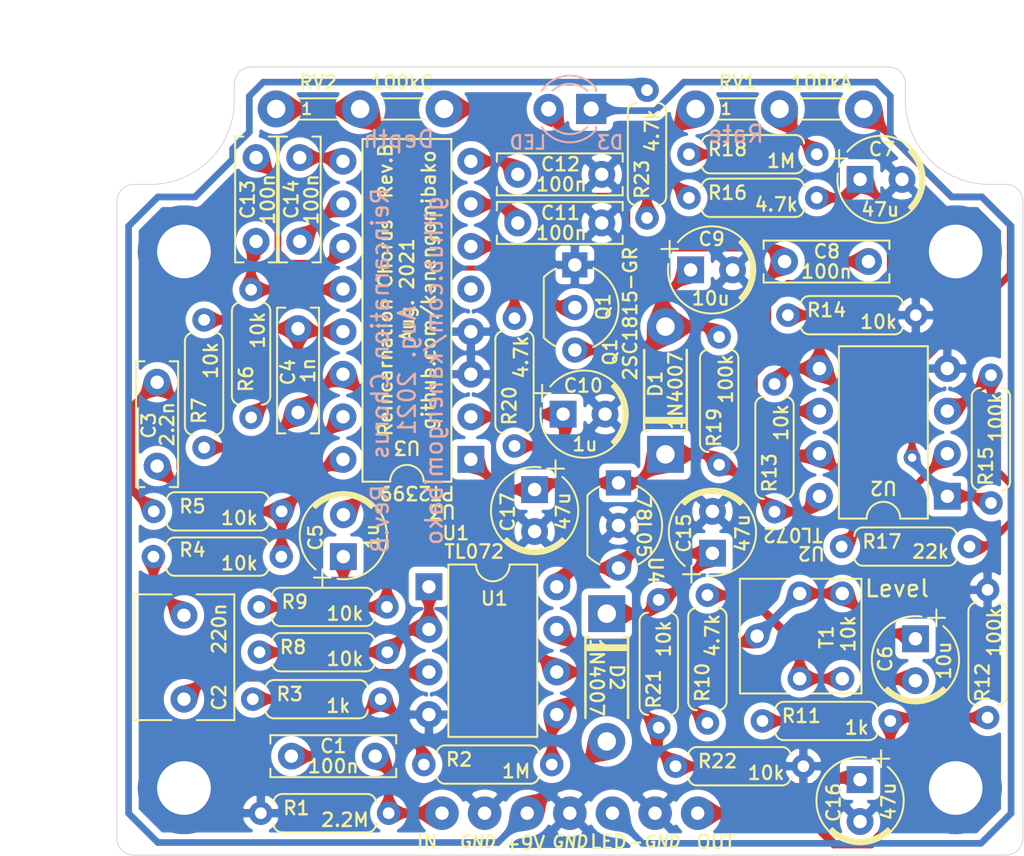
<source format=kicad_pcb>
(kicad_pcb (version 20171130) (host pcbnew "(5.1.6)-1")
  (layers (0 F.Cu signal) (31 B.Cu signal) (34 B.Paste user) (35 F.Paste user) (36 B.SilkS user) (37 F.SilkS user) (38 B.Mask user) (39 F.Mask user) (44 Edge.Cuts user))
  (net 0 "")
  (net 1 "Net-(C1-Pad1)")
  (net 2 "Net-(C1-Pad2)")
  (net 3 "Net-(C2-Pad1)")
  (net 4 "Net-(C2-Pad2)")
  (net 5 "Net-(C3-Pad1)")
  (net 6 "Net-(C3-Pad2)")
  (net 7 "Net-(C4-Pad1)")
  (net 8 "Net-(C4-Pad2)")
  (net 9 "Net-(C5-Pad1)")
  (net 10 "Net-(C6-Pad1)")
  (net 11 "Net-(C6-Pad2)")
  (net 12 GND)
  (net 13 "Net-(C7-Pad1)")
  (net 14 "Net-(C8-Pad2)")
  (net 15 "Net-(C8-Pad1)")
  (net 16 "Net-(C9-Pad1)")
  (net 17 "Net-(C10-Pad1)")
  (net 18 "Net-(C11-Pad1)")
  (net 19 "Net-(C12-Pad1)")
  (net 20 "Net-(C13-Pad2)")
  (net 21 "Net-(C13-Pad1)")
  (net 22 "Net-(C14-Pad1)")
  (net 23 "Net-(C14-Pad2)")
  (net 24 VCC)
  (net 25 /BIAS)
  (net 26 +5V)
  (net 27 "Net-(J3-Pad1)")
  (net 28 "Net-(Q1-Pad2)")
  (net 29 "Net-(R3-Pad1)")
  (net 30 "Net-(R10-Pad1)")
  (net 31 "Net-(R15-Pad2)")
  (net 32 "Net-(R15-Pad1)")
  (net 33 "Net-(R16-Pad1)")
  (net 34 "Net-(R18-Pad2)")
  (net 35 "Net-(U3-Pad5)")
  (net 36 "Net-(R20-Pad2)")
  (net 37 "Net-(R10-Pad2)")
  (net 38 "Net-(D3-Pad1)")
  (net 39 "Net-(D3-Pad2)")
  (net 40 /+9V)
  (module MountingHole:MountingHole_3.2mm_M3_ISO14580_Pad (layer F.Cu) (at -23 43)
    (fp_text reference r hide)
    (fp_text value m hide)
    (pad 1 thru_hole circle (at 0 0) (size 5.5 5.5) (drill 3.2) (layers *.Cu *.Mask) (net 12 GND))
  )
  (module MountingHole:MountingHole_3.2mm_M3_ISO14580_Pad (layer F.Cu) (at 23 43)
    (fp_text reference r hide)
    (fp_text value m hide)
    (pad 1 thru_hole circle (at 0 0) (size 5.5 5.5) (drill 3.2) (layers *.Cu *.Mask) (net 12 GND))
  )
  (module MountingHole:MountingHole_3.2mm_M3_ISO14580_Pad (layer F.Cu) (at 23 11)
    (fp_text reference r hide)
    (fp_text value m hide)
    (pad 1 thru_hole circle (at 0 0) (size 5.5 5.5) (drill 3.2) (layers *.Cu *.Mask) (net 12 GND))
  )
  (module MountingHole:MountingHole_3.2mm_M3_ISO14580_Pad (layer F.Cu) (at -23 11)
    (fp_text reference r hide)
    (fp_text value m hide)
    (pad 1 thru_hole circle (at 0 0) (size 5.5 5.5) (drill 3.2) (layers *.Cu *.Mask) (net 12 GND))
  )
  (module myFoot:my_WirePad_0-8mmDrill (layer F.Cu) (at -5.08 44.5)
    (fp_text reference J4 hide)
    (fp_text value GND (at -0.42 1.7) (layer F.SilkS) (effects (font (size 0.7 0.7) (thickness 0.14) italic)))
    (pad 1 thru_hole circle (at 0 0) (size 1.99898 1.99898) (drill 0.8001) (layers *.Cu *.Mask) (net 12 GND))
  )
  (module myFoot:my_C_Rect1_P5.00mm (layer F.Cu) (at -16.6 41.1)
    (fp_text reference C1 (at 2.5 -0.6) (layer F.SilkS) (effects (font (size 0.8 0.8) (thickness 0.14))))
    (fp_text value 100n (at 2.5 0.6) (layer F.SilkS) (effects (font (size 0.8 0.8) (thickness 0.14))))
    (pad 1 thru_hole circle (at 0 0) (size 1.6 1.6) (drill 0.8) (layers *.Cu *.Mask) (net 1 "Net-(C1-Pad1)"))
    (pad 2 thru_hole circle (at 5 0) (size 1.6 1.6) (drill 0.8) (layers *.Cu *.Mask) (net 2 "Net-(C1-Pad2)"))
  )
  (module myFoot:my_C_Rect2_P5.00mm (layer F.Cu) (at -23 32.7 270)
    (fp_text reference C2 (at 4.9 -2.1 270) (layer F.SilkS) (effects (font (size 0.8 0.8) (thickness 0.14))))
    (fp_text value 220n (at 0.8 -2.1 90) (layer F.SilkS) (effects (font (size 0.8 0.8) (thickness 0.14))))
    (pad 2 thru_hole circle (at 5 0 270) (size 1.6 1.6) (drill 0.8) (layers *.Cu *.Mask) (net 4 "Net-(C2-Pad2)"))
    (pad 1 thru_hole circle (at 0 0 270) (size 1.6 1.6) (drill 0.8) (layers *.Cu *.Mask) (net 3 "Net-(C2-Pad1)"))
  )
  (module myFoot:my_C_Rect1_P5.00mm (layer F.Cu) (at -24.6 18.8 270)
    (fp_text reference C3 (at 2.58 0.5 90) (layer F.SilkS) (effects (font (size 0.8 0.8) (thickness 0.14))))
    (fp_text value 2.2n (at 2.5 -0.6 90) (layer F.SilkS) (effects (font (size 0.8 0.8) (thickness 0.14))))
    (pad 1 thru_hole circle (at 0 0 270) (size 1.6 1.6) (drill 0.8) (layers *.Cu *.Mask) (net 5 "Net-(C3-Pad1)"))
    (pad 2 thru_hole circle (at 5 0 270) (size 1.6 1.6) (drill 0.8) (layers *.Cu *.Mask) (net 6 "Net-(C3-Pad2)"))
  )
  (module myFoot:my_C_Rect1_P5.00mm (layer F.Cu) (at -16.2 20.6 90)
    (fp_text reference C4 (at 2.4 -0.6 90) (layer F.SilkS) (effects (font (size 0.8 0.8) (thickness 0.14))))
    (fp_text value 1n (at 2.5 0.6 90) (layer F.SilkS) (effects (font (size 0.8 0.8) (thickness 0.14))))
    (pad 1 thru_hole circle (at 0 0 90) (size 1.6 1.6) (drill 0.8) (layers *.Cu *.Mask) (net 7 "Net-(C4-Pad1)"))
    (pad 2 thru_hole circle (at 5 0 90) (size 1.6 1.6) (drill 0.8) (layers *.Cu *.Mask) (net 8 "Net-(C4-Pad2)"))
  )
  (module myFoot:my_C_D5.0mm_P2.50mm (layer F.Cu) (at -13.5 29.2 90)
    (fp_text reference C5 (at 1.14 -1.66 90) (layer F.SilkS) (effects (font (size 0.8 0.8) (thickness 0.14))))
    (fp_text value 1u (at 1.2 1.7 90) (layer F.SilkS) (effects (font (size 0.8 0.8) (thickness 0.14))))
    (pad 2 thru_hole circle (at 2.5 0 90) (size 1.6 1.6) (drill 0.8) (layers *.Cu *.Mask) (net 7 "Net-(C4-Pad1)"))
    (pad 1 thru_hole rect (at 0 0 90) (size 1.6 1.6) (drill 0.8) (layers *.Cu *.Mask) (net 9 "Net-(C5-Pad1)"))
  )
  (module myFoot:my_C_D5.0mm_P2.50mm (layer F.Cu) (at 20.6 34.1 270)
    (fp_text reference C6 (at 1.2 1.8 90) (layer F.SilkS) (effects (font (size 0.8 0.8) (thickness 0.14))))
    (fp_text value 10u (at 1.3 -1.7 90) (layer F.SilkS) (effects (font (size 0.8 0.8) (thickness 0.14))))
    (pad 2 thru_hole circle (at 2.5 0 270) (size 1.6 1.6) (drill 0.8) (layers *.Cu *.Mask) (net 11 "Net-(C6-Pad2)"))
    (pad 1 thru_hole rect (at 0 0 270) (size 1.6 1.6) (drill 0.8) (layers *.Cu *.Mask) (net 10 "Net-(C6-Pad1)"))
  )
  (module myFoot:my_C_D5.0mm_P2.50mm (layer F.Cu) (at 17.3 6.7)
    (fp_text reference C7 (at 1.3 -1.8) (layer F.SilkS) (effects (font (size 0.8 0.8) (thickness 0.14))))
    (fp_text value 47u (at 1.2 1.8) (layer F.SilkS) (effects (font (size 0.8 0.8) (thickness 0.14))))
    (pad 2 thru_hole circle (at 2.5 0) (size 1.6 1.6) (drill 0.8) (layers *.Cu *.Mask) (net 12 GND))
    (pad 1 thru_hole rect (at 0 0) (size 1.6 1.6) (drill 0.8) (layers *.Cu *.Mask) (net 13 "Net-(C7-Pad1)"))
  )
  (module myFoot:my_C_Rect1_P5.00mm (layer F.Cu) (at 12.8 11.6)
    (fp_text reference C8 (at 2.52 -0.6) (layer F.SilkS) (effects (font (size 0.8 0.8) (thickness 0.14))))
    (fp_text value 100n (at 2.5 0.6) (layer F.SilkS) (effects (font (size 0.8 0.8) (thickness 0.14))))
    (pad 1 thru_hole circle (at 0 0) (size 1.6 1.6) (drill 0.8) (layers *.Cu *.Mask) (net 15 "Net-(C8-Pad1)"))
    (pad 2 thru_hole circle (at 5 0) (size 1.6 1.6) (drill 0.8) (layers *.Cu *.Mask) (net 14 "Net-(C8-Pad2)"))
  )
  (module myFoot:my_C_D5.0mm_P2.50mm (layer F.Cu) (at 7.2 12.1)
    (fp_text reference C9 (at 1.25 -1.84) (layer F.SilkS) (effects (font (size 0.8 0.8) (thickness 0.14))))
    (fp_text value 10u (at 1.2 1.7) (layer F.SilkS) (effects (font (size 0.8 0.8) (thickness 0.14))))
    (pad 2 thru_hole circle (at 2.5 0) (size 1.6 1.6) (drill 0.8) (layers *.Cu *.Mask) (net 12 GND))
    (pad 1 thru_hole rect (at 0 0) (size 1.6 1.6) (drill 0.8) (layers *.Cu *.Mask) (net 16 "Net-(C9-Pad1)"))
  )
  (module myFoot:my_C_D5.0mm_P2.50mm (layer F.Cu) (at -0.4 20.7)
    (fp_text reference C10 (at 1.2 -1.7) (layer F.SilkS) (effects (font (size 0.8 0.8) (thickness 0.14))))
    (fp_text value 1u (at 1.3 1.8) (layer F.SilkS) (effects (font (size 0.8 0.8) (thickness 0.14))))
    (pad 2 thru_hole circle (at 2.5 0) (size 1.6 1.6) (drill 0.8) (layers *.Cu *.Mask) (net 12 GND))
    (pad 1 thru_hole rect (at 0 0) (size 1.6 1.6) (drill 0.8) (layers *.Cu *.Mask) (net 17 "Net-(C10-Pad1)"))
  )
  (module myFoot:my_C_Rect1_P5.00mm (layer F.Cu) (at -3.1 9.3)
    (fp_text reference C11 (at 2.54 -0.6) (layer F.SilkS) (effects (font (size 0.8 0.8) (thickness 0.14))))
    (fp_text value 100n (at 2.6 0.6) (layer F.SilkS) (effects (font (size 0.8 0.8) (thickness 0.14))))
    (pad 1 thru_hole circle (at 0 0) (size 1.6 1.6) (drill 0.8) (layers *.Cu *.Mask) (net 18 "Net-(C11-Pad1)"))
    (pad 2 thru_hole circle (at 5 0) (size 1.6 1.6) (drill 0.8) (layers *.Cu *.Mask) (net 12 GND))
  )
  (module myFoot:my_C_Rect1_P5.00mm (layer F.Cu) (at -3.1 6.4)
    (fp_text reference C12 (at 2.54 -0.6) (layer F.SilkS) (effects (font (size 0.8 0.8) (thickness 0.14))))
    (fp_text value 100n (at 2.6 0.6) (layer F.SilkS) (effects (font (size 0.8 0.8) (thickness 0.14))))
    (pad 1 thru_hole circle (at 0 0) (size 1.6 1.6) (drill 0.8) (layers *.Cu *.Mask) (net 19 "Net-(C12-Pad1)"))
    (pad 2 thru_hole circle (at 5 0) (size 1.6 1.6) (drill 0.8) (layers *.Cu *.Mask) (net 12 GND))
  )
  (module myFoot:my_C_Rect1_P5.00mm (layer F.Cu) (at -18.7 10.4 90)
    (fp_text reference C13 (at 2.5 -0.5 90) (layer F.SilkS) (effects (font (size 0.8 0.8) (thickness 0.14))))
    (fp_text value 100n (at 2.5 0.7 90) (layer F.SilkS) (effects (font (size 0.8 0.8) (thickness 0.14))))
    (pad 1 thru_hole circle (at 0 0 90) (size 1.6 1.6) (drill 0.8) (layers *.Cu *.Mask) (net 21 "Net-(C13-Pad1)"))
    (pad 2 thru_hole circle (at 5 0 90) (size 1.6 1.6) (drill 0.8) (layers *.Cu *.Mask) (net 20 "Net-(C13-Pad2)"))
  )
  (module myFoot:my_C_Rect1_P5.00mm (layer F.Cu) (at -16.1 10.4 90)
    (fp_text reference C14 (at 2.5 -0.5 90) (layer F.SilkS) (effects (font (size 0.8 0.8) (thickness 0.14))))
    (fp_text value 100n (at 2.5 0.7 90) (layer F.SilkS) (effects (font (size 0.8 0.8) (thickness 0.14))))
    (pad 1 thru_hole circle (at 0 0 90) (size 1.6 1.6) (drill 0.8) (layers *.Cu *.Mask) (net 22 "Net-(C14-Pad1)"))
    (pad 2 thru_hole circle (at 5 0 90) (size 1.6 1.6) (drill 0.8) (layers *.Cu *.Mask) (net 23 "Net-(C14-Pad2)"))
  )
  (module myFoot:my_C_D5.0mm_P2.50mm (layer F.Cu) (at 8.5 29 90)
    (fp_text reference C15 (at 1.2 -1.7 90) (layer F.SilkS) (effects (font (size 0.8 0.8) (thickness 0.14))))
    (fp_text value 47u (at 1.2 1.8 90) (layer F.SilkS) (effects (font (size 0.8 0.8) (thickness 0.14))))
    (pad 2 thru_hole circle (at 2.5 0 90) (size 1.6 1.6) (drill 0.8) (layers *.Cu *.Mask) (net 12 GND))
    (pad 1 thru_hole rect (at 0 0 90) (size 1.6 1.6) (drill 0.8) (layers *.Cu *.Mask) (net 24 VCC))
  )
  (module myFoot:my_C_D5.0mm_P2.50mm (layer F.Cu) (at 17.3 42.5 270)
    (fp_text reference C16 (at 1.36 1.58 90) (layer F.SilkS) (effects (font (size 0.8 0.8) (thickness 0.14))))
    (fp_text value 47u (at 1.3 -1.7 90) (layer F.SilkS) (effects (font (size 0.8 0.8) (thickness 0.14))))
    (pad 2 thru_hole circle (at 2.5 0 270) (size 1.6 1.6) (drill 0.8) (layers *.Cu *.Mask) (net 12 GND))
    (pad 1 thru_hole rect (at 0 0 270) (size 1.6 1.6) (drill 0.8) (layers *.Cu *.Mask) (net 25 /BIAS))
  )
  (module myFoot:my_C_D5.0mm_P2.50mm (layer F.Cu) (at -2.1 25.2 270)
    (fp_text reference C17 (at 1.34 1.6 90) (layer F.SilkS) (effects (font (size 0.8 0.8) (thickness 0.14))))
    (fp_text value 47u (at 1.3 -1.7 90) (layer F.SilkS) (effects (font (size 0.8 0.8) (thickness 0.14))))
    (pad 2 thru_hole circle (at 2.5 0 270) (size 1.6 1.6) (drill 0.8) (layers *.Cu *.Mask) (net 12 GND))
    (pad 1 thru_hole rect (at 0 0 270) (size 1.6 1.6) (drill 0.8) (layers *.Cu *.Mask) (net 26 +5V))
  )
  (module myFoot:my_D_P7.62mm (layer F.Cu) (at 5.7 23.1 90)
    (fp_text reference D1 (at 4.2 -0.6 90) (layer F.SilkS) (effects (font (size 0.8 0.8) (thickness 0.14))))
    (fp_text value 1N4007 (at 3.8 0.6 90) (layer F.SilkS) (effects (font (size 0.8 0.8) (thickness 0.14))))
    (pad 2 thru_hole oval (at 7.62 0 90) (size 2.2 2.2) (drill 1.1) (layers *.Cu *.Mask) (net 16 "Net-(C9-Pad1)"))
    (pad 1 thru_hole rect (at 0 0 90) (size 2.2 2.2) (drill 1.1) (layers *.Cu *.Mask) (net 26 +5V))
  )
  (module myFoot:my_D_P7.62mm (layer F.Cu) (at 2.2 32.6 270)
    (fp_text reference D2 (at 3.8 -0.6 270 unlocked) (layer F.SilkS) (effects (font (size 0.8 0.8) (thickness 0.14))))
    (fp_text value 1N4007 (at 3.8 0.6 270 unlocked) (layer F.SilkS) (effects (font (size 0.8 0.8) (thickness 0.14))))
    (pad 2 thru_hole oval (at 7.62 0 270) (size 2.2 2.2) (drill 1.1) (layers *.Cu *.Mask) (net 40 /+9V))
    (pad 1 thru_hole rect (at 0 0 270) (size 2.2 2.2) (drill 1.1) (layers *.Cu *.Mask) (net 24 VCC))
  )
  (module myFoot:my_WirePad_0-8mmDrill (layer F.Cu) (at -2.54 44.5)
    (fp_text reference J1 hide)
    (fp_text value +9V (at -0.16 1.8) (layer F.SilkS) (effects (font (size 0.8 0.8) (thickness 0.14))))
    (pad 1 thru_hole circle (at 0 0) (size 1.99898 1.99898) (drill 0.8001) (layers *.Cu *.Mask) (net 40 /+9V))
  )
  (module myFoot:my_WirePad_0-8mmDrill (layer F.Cu) (at -7.62 44.5)
    (fp_text reference J2 hide)
    (fp_text value IN (at -0.88 1.7 180) (layer F.SilkS) (effects (font (size 0.8 0.8) (thickness 0.14))))
    (pad 1 thru_hole circle (at 0 0) (size 1.99898 1.99898) (drill 0.8001) (layers *.Cu *.Mask) (net 2 "Net-(C1-Pad2)"))
  )
  (module myFoot:my_WirePad_0-8mmDrill (layer F.Cu) (at 7.62 44.5)
    (fp_text reference J3 hide)
    (fp_text value OUT (at 1.08 1.7) (layer F.SilkS) (effects (font (size 0.8 0.8) (thickness 0.14))))
    (pad 1 thru_hole circle (at 0 0) (size 1.99898 1.99898) (drill 0.8001) (layers *.Cu *.Mask) (net 27 "Net-(J3-Pad1)"))
  )
  (module Package_TO_SOT_THT:TO-92_Inline_Wide (layer F.Cu) (at 0.3 11.8 270)
    (fp_text reference Q1 (at 2.5 -1.7 90) (layer F.SilkS) (effects (font (size 0.8 0.8) (thickness 0.14))))
    (fp_text value 2SC1815-GR (at 2.9 -3.3 90) (layer F.SilkS) (effects (font (size 0.8 0.8) (thickness 0.14))))
    (fp_text user %R (at 5.2 -2.1 90) (layer F.SilkS) (effects (font (size 0.8 0.8) (thickness 0.14))))
    (pad 1 thru_hole rect (at 0 0) (size 1.5 1.5) (drill 0.8) (layers *.Cu *.Mask) (net 12 GND))
    (pad 3 thru_hole circle (at 5.08 0) (size 1.5 1.5) (drill 0.8) (layers *.Cu *.Mask) (net 16 "Net-(C9-Pad1)"))
    (pad 2 thru_hole circle (at 2.54 0) (size 1.5 1.5) (drill 0.8) (layers *.Cu *.Mask) (net 28 "Net-(Q1-Pad2)"))
  )
  (module myFoot:my_R_P7.62mm_Horizontal (layer F.Cu) (at -10.8 44.5 180)
    (fp_text reference R1 (at 5.5 0.3) (layer F.SilkS) (effects (font (size 0.8 0.8) (thickness 0.14))))
    (fp_text value 2.2M (at 2.6 -0.4 180) (layer F.SilkS) (effects (font (size 0.8 0.8) (thickness 0.14))))
    (pad 2 thru_hole oval (at 7.62 0 180) (size 1.4 1.4) (drill 0.7) (layers *.Cu *.Mask) (net 12 GND))
    (pad 1 thru_hole circle (at 0 0 180) (size 1.4 1.4) (drill 0.7) (layers *.Cu *.Mask) (net 2 "Net-(C1-Pad2)"))
  )
  (module myFoot:my_R_P7.62mm_Horizontal (layer F.Cu) (at -8.7 41.6)
    (fp_text reference R2 (at 2.1 -0.3) (layer F.SilkS) (effects (font (size 0.8 0.8) (thickness 0.14))))
    (fp_text value 1M (at 5.5 0.4) (layer F.SilkS) (effects (font (size 0.8 0.8) (thickness 0.14))))
    (pad 2 thru_hole oval (at 7.62 0) (size 1.4 1.4) (drill 0.7) (layers *.Cu *.Mask) (net 25 /BIAS))
    (pad 1 thru_hole circle (at 0 0) (size 1.4 1.4) (drill 0.7) (layers *.Cu *.Mask) (net 1 "Net-(C1-Pad1)"))
  )
  (module myFoot:my_R_P7.62mm_Horizontal (layer F.Cu) (at -18.9 37.7)
    (fp_text reference R3 (at 2.2 -0.3) (layer F.SilkS) (effects (font (size 0.8 0.8) (thickness 0.14))))
    (fp_text value 1k (at 5.1 0.4) (layer F.SilkS) (effects (font (size 0.8 0.8) (thickness 0.14))))
    (pad 2 thru_hole oval (at 7.62 0) (size 1.4 1.4) (drill 0.7) (layers *.Cu *.Mask) (net 1 "Net-(C1-Pad1)"))
    (pad 1 thru_hole circle (at 0 0) (size 1.4 1.4) (drill 0.7) (layers *.Cu *.Mask) (net 29 "Net-(R3-Pad1)"))
  )
  (module myFoot:my_R_P7.62mm_Horizontal (layer F.Cu) (at -17.2 29.2 180)
    (fp_text reference R4 (at 5.3 0.4) (layer F.SilkS) (effects (font (size 0.8 0.8) (thickness 0.14))))
    (fp_text value 10k (at 2.5 -0.4) (layer F.SilkS) (effects (font (size 0.8 0.8) (thickness 0.14))))
    (pad 2 thru_hole oval (at 7.62 0 180) (size 1.4 1.4) (drill 0.7) (layers *.Cu *.Mask) (net 3 "Net-(C2-Pad1)"))
    (pad 1 thru_hole circle (at 0 0 180) (size 1.4 1.4) (drill 0.7) (layers *.Cu *.Mask) (net 6 "Net-(C3-Pad2)"))
  )
  (module myFoot:my_R_P7.62mm_Horizontal (layer F.Cu) (at -24.8 26.5)
    (fp_text reference R5 (at 2.3 -0.3) (layer F.SilkS) (effects (font (size 0.8 0.8) (thickness 0.14))))
    (fp_text value 10k (at 5.1 0.4) (layer F.SilkS) (effects (font (size 0.8 0.8) (thickness 0.14))))
    (pad 2 thru_hole oval (at 7.62 0) (size 1.4 1.4) (drill 0.7) (layers *.Cu *.Mask) (net 6 "Net-(C3-Pad2)"))
    (pad 1 thru_hole circle (at 0 0) (size 1.4 1.4) (drill 0.7) (layers *.Cu *.Mask) (net 5 "Net-(C3-Pad1)"))
  )
  (module myFoot:my_R_P7.62mm_Horizontal (layer F.Cu) (at -19 20.9 90)
    (fp_text reference R6 (at 2.3 -0.3 90) (layer F.SilkS) (effects (font (size 0.8 0.8) (thickness 0.14))))
    (fp_text value 10k (at 5.2 0.4 90) (layer F.SilkS) (effects (font (size 0.8 0.8) (thickness 0.14))))
    (pad 2 thru_hole oval (at 7.62 0 90) (size 1.4 1.4) (drill 0.7) (layers *.Cu *.Mask) (net 21 "Net-(C13-Pad1)"))
    (pad 1 thru_hole circle (at 0 0 90) (size 1.4 1.4) (drill 0.7) (layers *.Cu *.Mask) (net 8 "Net-(C4-Pad2)"))
  )
  (module myFoot:my_R_P7.62mm_Horizontal (layer F.Cu) (at -21.8 22.7 90)
    (fp_text reference R7 (at 2.2 -0.3 90) (layer F.SilkS) (effects (font (size 0.8 0.8) (thickness 0.14))))
    (fp_text value 10k (at 5.2 0.4 90) (layer F.SilkS) (effects (font (size 0.8 0.8) (thickness 0.14))))
    (pad 2 thru_hole oval (at 7.62 0 90) (size 1.4 1.4) (drill 0.7) (layers *.Cu *.Mask) (net 8 "Net-(C4-Pad2)"))
    (pad 1 thru_hole circle (at 0 0 90) (size 1.4 1.4) (drill 0.7) (layers *.Cu *.Mask) (net 7 "Net-(C4-Pad1)"))
  )
  (module myFoot:my_R_P7.62mm_Horizontal (layer F.Cu) (at -18.5 34.9)
    (fp_text reference R8 (at 2 -0.3) (layer F.SilkS) (effects (font (size 0.8 0.8) (thickness 0.14))))
    (fp_text value 10k (at 5.1 0.4) (layer F.SilkS) (effects (font (size 0.8 0.8) (thickness 0.14))))
    (pad 1 thru_hole circle (at 0 0) (size 1.4 1.4) (drill 0.7) (layers *.Cu *.Mask) (net 37 "Net-(R10-Pad2)"))
    (pad 2 thru_hole oval (at 7.62 0) (size 1.4 1.4) (drill 0.7) (layers *.Cu *.Mask) (net 4 "Net-(C2-Pad2)"))
  )
  (module myFoot:my_R_P7.62mm_Horizontal (layer F.Cu) (at -10.9 32.2 180)
    (fp_text reference R9 (at 5.5 0.3) (layer F.SilkS) (effects (font (size 0.8 0.8) (thickness 0.14))))
    (fp_text value 10k (at 2.5 -0.4) (layer F.SilkS) (effects (font (size 0.8 0.8) (thickness 0.14))))
    (pad 2 thru_hole oval (at 7.62 0 180) (size 1.4 1.4) (drill 0.7) (layers *.Cu *.Mask) (net 9 "Net-(C5-Pad1)"))
    (pad 1 thru_hole circle (at 0 0 180) (size 1.4 1.4) (drill 0.7) (layers *.Cu *.Mask) (net 37 "Net-(R10-Pad2)"))
  )
  (module myFoot:my_R_P7.62mm_Horizontal (layer F.Cu) (at 19.1 39 180)
    (fp_text reference R11 (at 5.3 0.3) (layer F.SilkS) (effects (font (size 0.8 0.8) (thickness 0.14))))
    (fp_text value 1k (at 2 -0.4) (layer F.SilkS) (effects (font (size 0.8 0.8) (thickness 0.14))))
    (pad 2 thru_hole oval (at 7.62 0 180) (size 1.4 1.4) (drill 0.7) (layers *.Cu *.Mask) (net 11 "Net-(C6-Pad2)"))
    (pad 1 thru_hole circle (at 0 0 180) (size 1.4 1.4) (drill 0.7) (layers *.Cu *.Mask) (net 27 "Net-(J3-Pad1)"))
  )
  (module myFoot:my_R_P7.62mm_Horizontal (layer F.Cu) (at 24.9 38.8 90)
    (fp_text reference R12 (at 2.1 -0.3 90) (layer F.SilkS) (effects (font (size 0.8 0.8) (thickness 0.14))))
    (fp_text value 100k (at 5.1 0.4 90) (layer F.SilkS) (effects (font (size 0.8 0.8) (thickness 0.14))))
    (pad 2 thru_hole oval (at 7.62 0 90) (size 1.4 1.4) (drill 0.7) (layers *.Cu *.Mask) (net 12 GND))
    (pad 1 thru_hole circle (at 0 0 90) (size 1.4 1.4) (drill 0.7) (layers *.Cu *.Mask) (net 27 "Net-(J3-Pad1)"))
  )
  (module myFoot:my_R_P7.62mm_Horizontal (layer F.Cu) (at 12.2 18.9 270)
    (fp_text reference R13 (at 5.3 0.3 90) (layer F.SilkS) (effects (font (size 0.8 0.8) (thickness 0.14))))
    (fp_text value 10k (at 2.3 -0.4 90) (layer F.SilkS) (effects (font (size 0.8 0.8) (thickness 0.14))))
    (pad 2 thru_hole oval (at 7.62 0 270) (size 1.4 1.4) (drill 0.7) (layers *.Cu *.Mask) (net 26 +5V))
    (pad 1 thru_hole circle (at 0 0 270) (size 1.4 1.4) (drill 0.7) (layers *.Cu *.Mask) (net 13 "Net-(C7-Pad1)"))
  )
  (module myFoot:my_R_P7.62mm_Horizontal (layer F.Cu) (at 13 14.8)
    (fp_text reference R14 (at 2.3 -0.3) (layer F.SilkS) (effects (font (size 0.8 0.8) (thickness 0.14))))
    (fp_text value 10k (at 5.4 0.4) (layer F.SilkS) (effects (font (size 0.8 0.8) (thickness 0.14))))
    (pad 2 thru_hole oval (at 7.62 0) (size 1.4 1.4) (drill 0.7) (layers *.Cu *.Mask) (net 12 GND))
    (pad 1 thru_hole circle (at 0 0) (size 1.4 1.4) (drill 0.7) (layers *.Cu *.Mask) (net 13 "Net-(C7-Pad1)"))
  )
  (module myFoot:my_R_P7.62mm_Horizontal (layer F.Cu) (at 25.1 26 90)
    (fp_text reference R15 (at 2.2 -0.3 90) (layer F.SilkS) (effects (font (size 0.8 0.8) (thickness 0.14))))
    (fp_text value 100k (at 5.1 0.3 90) (layer F.SilkS) (effects (font (size 0.8 0.8) (thickness 0.14))))
    (pad 2 thru_hole oval (at 7.62 0 90) (size 1.4 1.4) (drill 0.7) (layers *.Cu *.Mask) (net 31 "Net-(R15-Pad2)"))
    (pad 1 thru_hole circle (at 0 0 90) (size 1.4 1.4) (drill 0.7) (layers *.Cu *.Mask) (net 32 "Net-(R15-Pad1)"))
  )
  (module myFoot:my_R_P7.62mm_Horizontal (layer F.Cu) (at 7.1 7.8)
    (fp_text reference R16 (at 2.3 -0.3) (layer F.SilkS) (effects (font (size 0.8 0.8) (thickness 0.14))))
    (fp_text value 4.7k (at 5.2 0.4) (layer F.SilkS) (effects (font (size 0.8 0.8) (thickness 0.14))))
    (pad 2 thru_hole oval (at 7.62 0) (size 1.4 1.4) (drill 0.7) (layers *.Cu *.Mask) (net 13 "Net-(C7-Pad1)"))
    (pad 1 thru_hole circle (at 0 0) (size 1.4 1.4) (drill 0.7) (layers *.Cu *.Mask) (net 33 "Net-(R16-Pad1)"))
  )
  (module myFoot:my_R_P7.62mm_Horizontal (layer F.Cu) (at 16.2 28.6)
    (fp_text reference R17 (at 2.4 -0.3) (layer F.SilkS) (effects (font (size 0.8 0.8) (thickness 0.14))))
    (fp_text value 22k (at 5.3 0.3) (layer F.SilkS) (effects (font (size 0.8 0.8) (thickness 0.14))))
    (pad 2 thru_hole oval (at 7.62 0) (size 1.4 1.4) (drill 0.7) (layers *.Cu *.Mask) (net 31 "Net-(R15-Pad2)"))
    (pad 1 thru_hole circle (at 0 0) (size 1.4 1.4) (drill 0.7) (layers *.Cu *.Mask) (net 15 "Net-(C8-Pad1)"))
  )
  (module myFoot:my_R_P7.62mm_Horizontal (layer F.Cu) (at 7.1 5.2)
    (fp_text reference R18 (at 2.3 -0.3) (layer F.SilkS) (effects (font (size 0.8 0.8) (thickness 0.14))))
    (fp_text value 1M (at 5.5 0.4) (layer F.SilkS) (effects (font (size 0.8 0.8) (thickness 0.14))))
    (pad 2 thru_hole oval (at 7.62 0) (size 1.4 1.4) (drill 0.7) (layers *.Cu *.Mask) (net 34 "Net-(R18-Pad2)"))
    (pad 1 thru_hole circle (at 0 0) (size 1.4 1.4) (drill 0.7) (layers *.Cu *.Mask) (net 14 "Net-(C8-Pad2)"))
  )
  (module myFoot:my_R_P7.62mm_Horizontal (layer F.Cu) (at 8.9 16.1 270)
    (fp_text reference R19 (at 5.4 0.3 90) (layer F.SilkS) (effects (font (size 0.8 0.8) (thickness 0.14))))
    (fp_text value 100k (at 2.5 -0.4 90) (layer F.SilkS) (effects (font (size 0.8 0.8) (thickness 0.14))))
    (pad 2 thru_hole oval (at 7.62 0 270) (size 1.4 1.4) (drill 0.7) (layers *.Cu *.Mask) (net 26 +5V))
    (pad 1 thru_hole circle (at 0 0 270) (size 1.4 1.4) (drill 0.7) (layers *.Cu *.Mask) (net 16 "Net-(C9-Pad1)"))
  )
  (module myFoot:my_R_P7.62mm_Horizontal (layer F.Cu) (at -3.3 22.6 90)
    (fp_text reference R20 (at 2.4 -0.3 90) (layer F.SilkS) (effects (font (size 0.8 0.8) (thickness 0.14))))
    (fp_text value 4.7k (at 5.3 0.4 90) (layer F.SilkS) (effects (font (size 0.8 0.8) (thickness 0.14))))
    (pad 2 thru_hole oval (at 7.62 0 90) (size 1.4 1.4) (drill 0.7) (layers *.Cu *.Mask) (net 36 "Net-(R20-Pad2)"))
    (pad 1 thru_hole circle (at 0 0 90) (size 1.4 1.4) (drill 0.7) (layers *.Cu *.Mask) (net 17 "Net-(C10-Pad1)"))
  )
  (module myFoot:my_R_P7.62mm_Horizontal (layer F.Cu) (at 5.3 39.4 90)
    (fp_text reference R21 (at 2.3 -0.3 90) (layer F.SilkS) (effects (font (size 0.8 0.8) (thickness 0.14))))
    (fp_text value 10k (at 5.3 0.3 90) (layer F.SilkS) (effects (font (size 0.8 0.8) (thickness 0.14))))
    (pad 2 thru_hole oval (at 7.62 0 90) (size 1.4 1.4) (drill 0.7) (layers *.Cu *.Mask) (net 24 VCC))
    (pad 1 thru_hole circle (at 0 0 90) (size 1.4 1.4) (drill 0.7) (layers *.Cu *.Mask) (net 25 /BIAS))
  )
  (module myFoot:my_R_P7.62mm_Horizontal (layer F.Cu) (at 6.3 41.7)
    (fp_text reference R22 (at 2.5 -0.3) (layer F.SilkS) (effects (font (size 0.8 0.8) (thickness 0.14))))
    (fp_text value 10k (at 5.4 0.4) (layer F.SilkS) (effects (font (size 0.8 0.8) (thickness 0.14))))
    (pad 2 thru_hole oval (at 7.62 0) (size 1.4 1.4) (drill 0.7) (layers *.Cu *.Mask) (net 12 GND))
    (pad 1 thru_hole circle (at 0 0) (size 1.4 1.4) (drill 0.7) (layers *.Cu *.Mask) (net 25 /BIAS))
  )
  (module Package_DIP:DIP-8_W7.62mm (layer F.Cu) (at -8.4 31)
    (fp_text reference U1 (at 3.9 0.7) (layer F.SilkS) (effects (font (size 0.8 0.8) (thickness 0.14))))
    (fp_text value TL072 (at 2.7 -2.1) (layer F.SilkS) (effects (font (size 0.8 0.8) (thickness 0.14))))
    (fp_text user %R (at 1.6 -3.2) (layer F.SilkS) (effects (font (size 0.8 0.8) (thickness 0.14))))
    (pad 8 thru_hole oval (at 7.62 0) (size 1.6 1.6) (drill 0.8) (layers *.Cu *.Mask) (net 24 VCC))
    (pad 4 thru_hole oval (at 0 7.62) (size 1.6 1.6) (drill 0.8) (layers *.Cu *.Mask) (net 12 GND))
    (pad 7 thru_hole oval (at 7.62 2.54) (size 1.6 1.6) (drill 0.8) (layers *.Cu *.Mask) (net 10 "Net-(C6-Pad1)"))
    (pad 3 thru_hole oval (at 0 5.08) (size 1.6 1.6) (drill 0.8) (layers *.Cu *.Mask) (net 29 "Net-(R3-Pad1)"))
    (pad 6 thru_hole oval (at 7.62 5.08) (size 1.6 1.6) (drill 0.8) (layers *.Cu *.Mask) (net 37 "Net-(R10-Pad2)"))
    (pad 2 thru_hole oval (at 0 2.54) (size 1.6 1.6) (drill 0.8) (layers *.Cu *.Mask) (net 4 "Net-(C2-Pad2)"))
    (pad 5 thru_hole oval (at 7.62 7.62) (size 1.6 1.6) (drill 0.8) (layers *.Cu *.Mask) (net 25 /BIAS))
    (pad 1 thru_hole rect (at 0 0) (size 1.6 1.6) (drill 0.8) (layers *.Cu *.Mask) (net 4 "Net-(C2-Pad2)"))
  )
  (module Package_DIP:DIP-8_W7.62mm (layer F.Cu) (at 22.5 25.6 180)
    (fp_text reference U2 (at 8.1 -3.4 180 unlocked) (layer F.SilkS) (effects (font (size 0.8 0.8) (thickness 0.14))))
    (fp_text value TL072 (at 9.2 -2.3 180 unlocked) (layer F.SilkS) (effects (font (size 0.8 0.8) (thickness 0.14))))
    (fp_text user %R (at 3.8 0.5 180 unlocked) (layer F.SilkS) (effects (font (size 0.8 0.8) (thickness 0.14))))
    (pad 8 thru_hole oval (at 7.62 0 180) (size 1.6 1.6) (drill 0.8) (layers *.Cu *.Mask) (net 26 +5V))
    (pad 4 thru_hole oval (at 0 7.62 180) (size 1.6 1.6) (drill 0.8) (layers *.Cu *.Mask) (net 12 GND))
    (pad 7 thru_hole oval (at 7.62 2.54 180) (size 1.6 1.6) (drill 0.8) (layers *.Cu *.Mask) (net 15 "Net-(C8-Pad1)"))
    (pad 3 thru_hole oval (at 0 5.08 180) (size 1.6 1.6) (drill 0.8) (layers *.Cu *.Mask) (net 31 "Net-(R15-Pad2)"))
    (pad 6 thru_hole oval (at 7.62 5.08 180) (size 1.6 1.6) (drill 0.8) (layers *.Cu *.Mask) (net 14 "Net-(C8-Pad2)"))
    (pad 2 thru_hole oval (at 0 2.54 180) (size 1.6 1.6) (drill 0.8) (layers *.Cu *.Mask) (net 13 "Net-(C7-Pad1)"))
    (pad 5 thru_hole oval (at 7.62 7.62 180) (size 1.6 1.6) (drill 0.8) (layers *.Cu *.Mask) (net 13 "Net-(C7-Pad1)"))
    (pad 1 thru_hole rect (at 0 0 180) (size 1.6 1.6) (drill 0.8) (layers *.Cu *.Mask) (net 32 "Net-(R15-Pad1)"))
  )
  (module Package_DIP:DIP-16_W7.62mm (layer F.Cu) (at -5.9 23.4 180)
    (fp_text reference U3 (at 3.8 0.7 180 unlocked) (layer F.SilkS) (effects (font (size 0.8 0.8) (thickness 0.14))))
    (fp_text value PT2399 (at 3.2 -2 180 unlocked) (layer F.SilkS) (effects (font (size 0.8 0.8) (thickness 0.14))))
    (fp_text user %R (at 1.7 -3.1 180 unlocked) (layer F.SilkS) (effects (font (size 0.8 0.8) (thickness 0.14))))
    (pad 16 thru_hole oval (at 7.62 0 180) (size 1.6 1.6) (drill 0.8) (layers *.Cu *.Mask) (net 6 "Net-(C3-Pad2)"))
    (pad 8 thru_hole oval (at 0 17.78 180) (size 1.6 1.6) (drill 0.8) (layers *.Cu *.Mask) (net 19 "Net-(C12-Pad1)"))
    (pad 15 thru_hole oval (at 7.62 2.54 180) (size 1.6 1.6) (drill 0.8) (layers *.Cu *.Mask) (net 5 "Net-(C3-Pad1)"))
    (pad 7 thru_hole oval (at 0 15.24 180) (size 1.6 1.6) (drill 0.8) (layers *.Cu *.Mask) (net 18 "Net-(C11-Pad1)"))
    (pad 14 thru_hole oval (at 7.62 5.08 180) (size 1.6 1.6) (drill 0.8) (layers *.Cu *.Mask) (net 7 "Net-(C4-Pad1)"))
    (pad 6 thru_hole oval (at 0 12.7 180) (size 1.6 1.6) (drill 0.8) (layers *.Cu *.Mask) (net 28 "Net-(Q1-Pad2)"))
    (pad 13 thru_hole oval (at 7.62 7.62 180) (size 1.6 1.6) (drill 0.8) (layers *.Cu *.Mask) (net 8 "Net-(C4-Pad2)"))
    (pad 5 thru_hole oval (at 0 10.16 180) (size 1.6 1.6) (drill 0.8) (layers *.Cu *.Mask) (net 35 "Net-(U3-Pad5)"))
    (pad 12 thru_hole oval (at 7.62 10.16 180) (size 1.6 1.6) (drill 0.8) (layers *.Cu *.Mask) (net 21 "Net-(C13-Pad1)"))
    (pad 4 thru_hole oval (at 0 7.62 180) (size 1.6 1.6) (drill 0.8) (layers *.Cu *.Mask) (net 12 GND))
    (pad 11 thru_hole oval (at 7.62 12.7 180) (size 1.6 1.6) (drill 0.8) (layers *.Cu *.Mask) (net 20 "Net-(C13-Pad2)"))
    (pad 3 thru_hole oval (at 0 5.08 180) (size 1.6 1.6) (drill 0.8) (layers *.Cu *.Mask) (net 12 GND))
    (pad 10 thru_hole oval (at 7.62 15.24 180) (size 1.6 1.6) (drill 0.8) (layers *.Cu *.Mask) (net 22 "Net-(C14-Pad1)"))
    (pad 2 thru_hole oval (at 0 2.54 180) (size 1.6 1.6) (drill 0.8) (layers *.Cu *.Mask) (net 17 "Net-(C10-Pad1)"))
    (pad 9 thru_hole oval (at 7.62 17.78 180) (size 1.6 1.6) (drill 0.8) (layers *.Cu *.Mask) (net 23 "Net-(C14-Pad2)"))
    (pad 1 thru_hole rect (at 0 0 180) (size 1.6 1.6) (drill 0.8) (layers *.Cu *.Mask) (net 26 +5V))
  )
  (module Package_TO_SOT_THT:TO-92_Inline_Wide (layer F.Cu) (at 2.9 24.8 270)
    (fp_text reference U4 (at 5.2 -2.2 270 unlocked) (layer F.SilkS) (effects (font (size 0.8 0.8) (thickness 0.14))))
    (fp_text value 78L05 (at 2.6 -1.5 270 unlocked) (layer F.SilkS) (effects (font (size 0.8 0.8) (thickness 0.14))))
    (fp_text user %R (at 5.2 -2.2 270 unlocked) (layer F.SilkS) (effects (font (size 0.8 0.8) (thickness 0.14))))
    (pad 1 thru_hole rect (at 0 0) (size 1.5 1.5) (drill 0.8) (layers *.Cu *.Mask) (net 26 +5V))
    (pad 3 thru_hole circle (at 5.08 0) (size 1.5 1.5) (drill 0.8) (layers *.Cu *.Mask) (net 24 VCC))
    (pad 2 thru_hole circle (at 2.54 0) (size 1.5 1.5) (drill 0.8) (layers *.Cu *.Mask) (net 12 GND))
  )
  (module myFoot:my_R_P7.62mm_Horizontal (layer F.Cu) (at 8.2 31.5 270)
    (fp_text reference R10 (at 5.2 0.3 90) (layer F.SilkS) (effects (font (size 0.8 0.8) (thickness 0.14))))
    (fp_text value 4.7k (at 2.4 -0.3 90) (layer F.SilkS) (effects (font (size 0.8 0.8) (thickness 0.14))))
    (pad 2 thru_hole oval (at 7.62 0 270) (size 1.4 1.4) (drill 0.7) (layers *.Cu *.Mask) (net 37 "Net-(R10-Pad2)"))
    (pad 1 thru_hole circle (at 0 0 270) (size 1.4 1.4) (drill 0.7) (layers *.Cu *.Mask) (net 30 "Net-(R10-Pad1)"))
  )
  (module myFoot:my_trim (layer F.Cu) (at 13.7 31.4 180)
    (fp_text reference T1 hide)
    (fp_text value 10k (at -2.9 -2.4 90) (layer F.SilkS) (effects (font (size 0.8 0.8) (thickness 0.14))))
    (fp_text user %R (at -1.6 -2.6 270) (layer F.SilkS) (effects (font (size 0.8 0.8) (thickness 0.14))))
    (pad 3 thru_hole circle (at -2.54 0 180) (size 1.44 1.44) (drill 0.8) (layers *.Cu *.Mask) (net 10 "Net-(C6-Pad1)"))
    (pad 1 thru_hole circle (at -2.54 -5.08 180) (size 1.44 1.44) (drill 0.8) (layers *.Cu *.Mask) (net 30 "Net-(R10-Pad1)"))
    (pad 3 thru_hole circle (at 0 0 180) (size 1.44 1.44) (drill 0.8) (layers *.Cu *.Mask) (net 10 "Net-(C6-Pad1)"))
    (pad 2 thru_hole circle (at 2.54 -2.54 180) (size 1.44 1.44) (drill 0.8) (layers *.Cu *.Mask) (net 10 "Net-(C6-Pad1)"))
    (pad 1 thru_hole circle (at 0 -5.08 180) (size 1.44 1.44) (drill 0.8) (layers *.Cu *.Mask) (net 30 "Net-(R10-Pad1)"))
  )
  (module myFoot:my_LED_3mm (layer B.Cu) (at 0 2.5 180)
    (fp_text reference D3 (at -2.4 -2) (layer B.SilkS) (effects (font (size 0.8 0.8) (thickness 0.14)) (justify mirror)))
    (fp_text value LED (at 2.5 -2) (layer B.SilkS) (effects (font (size 0.8 0.8) (thickness 0.14)) (justify mirror)))
    (pad 1 thru_hole rect (at -1.27 0 180) (size 1.8 1.8) (drill 0.9) (layers *.Cu *.Mask) (net 38 "Net-(D3-Pad1)"))
    (pad 2 thru_hole circle (at 1.27 0 180) (size 1.8 1.8) (drill 0.9) (layers *.Cu *.Mask) (net 39 "Net-(D3-Pad2)"))
  )
  (module myFoot:my_WirePad_0-8mmDrill (layer F.Cu) (at 2.54 44.5)
    (fp_text reference J5 hide)
    (fp_text value LED- (at 0.26 1.7) (layer F.SilkS) (effects (font (size 0.8 0.8) (thickness 0.14))))
    (pad 1 thru_hole circle (at 0 0) (size 1.99898 1.99898) (drill 0.8001) (layers *.Cu *.Mask) (net 38 "Net-(D3-Pad1)"))
  )
  (module myFoot:my_WirePad_0-8mmDrill (layer F.Cu) (at 0 44.5)
    (fp_text reference J6 hide)
    (fp_text value GND (at 0 1.7) (layer F.SilkS) (effects (font (size 0.7 0.7) (thickness 0.14) italic)))
    (pad 1 thru_hole circle (at 0 0) (size 1.99898 1.99898) (drill 0.8001) (layers *.Cu *.Mask) (net 12 GND))
  )
  (module myFoot:my_WirePad_0-8mmDrill (layer F.Cu) (at 5.08 44.5)
    (fp_text reference J7 hide)
    (fp_text value GND (at 0.42 1.7) (layer F.SilkS) (effects (font (size 0.7 0.7) (thickness 0.14) italic)))
    (pad 1 thru_hole circle (at 0 0) (size 1.99898 1.99898) (drill 0.8001) (layers *.Cu *.Mask) (net 12 GND))
  )
  (module myFoot:my_R_P7.62mm_Horizontal (layer F.Cu) (at 4.6 9 90)
    (fp_text reference R23 (at 2.3 -0.3 90) (layer F.SilkS) (effects (font (size 0.8 0.8) (thickness 0.14))))
    (fp_text value 4.7k (at 5.2 0.3 90) (layer F.SilkS) (effects (font (size 0.8 0.8) (thickness 0.14))))
    (pad 1 thru_hole circle (at 0 0 90) (size 1.4 1.4) (drill 0.7) (layers *.Cu *.Mask) (net 39 "Net-(D3-Pad2)"))
    (pad 2 thru_hole oval (at 7.62 0 90) (size 1.4 1.4) (drill 0.7) (layers *.Cu *.Mask) (net 40 /+9V))
  )
  (module myFoot:my_pot_5mm (layer F.Cu) (at 12.5 2.5)
    (fp_text reference RV1 (at -2.5 -1.6) (layer F.SilkS) (effects (font (size 0.8 0.8) (thickness 0.14))))
    (fp_text value 100kA (at 2.5 -1.6) (layer F.SilkS) (effects (font (size 0.8 0.8) (thickness 0.14))))
    (fp_text user 1 (at -3.175 0) (layer F.SilkS) (effects (font (size 0.67 0.67) (thickness 0.127))))
    (pad 3 thru_hole circle (at 5.0038 0) (size 2.2 2.2) (drill 1.1) (layers *.Cu *.Mask) (net 32 "Net-(R15-Pad1)"))
    (pad 1 thru_hole circle (at -5.0038 0) (size 2.2 2.2) (drill 1.1) (layers *.Cu *.Mask) (net 33 "Net-(R16-Pad1)"))
    (pad 2 thru_hole circle (at 0 0) (size 2.2 2.2) (drill 1.1) (layers *.Cu *.Mask) (net 34 "Net-(R18-Pad2)"))
  )
  (module myFoot:my_pot_5mm (layer F.Cu) (at -12.5 2.5)
    (fp_text reference RV2 (at -2.5 -1.6) (layer F.SilkS) (effects (font (size 0.8 0.8) (thickness 0.14))))
    (fp_text value 100kC (at 2.5 -1.6) (layer F.SilkS) (effects (font (size 0.8 0.8) (thickness 0.14))))
    (fp_text user 1 (at -3.175 0) (layer F.SilkS) (effects (font (size 0.67 0.67) (thickness 0.127))))
    (pad 2 thru_hole circle (at 0 0) (size 2.2 2.2) (drill 1.1) (layers *.Cu *.Mask) (net 36 "Net-(R20-Pad2)"))
    (pad 1 thru_hole circle (at -5.0038 0) (size 2.2 2.2) (drill 1.1) (layers *.Cu *.Mask) (net 36 "Net-(R20-Pad2)"))
    (pad 3 thru_hole circle (at 5.0038 0) (size 2.2 2.2) (drill 1.1) (layers *.Cu *.Mask) (net 15 "Net-(C8-Pad1)"))
  )
  (gr_text "Reincarnation Chorus  Rev.B\nAug. 2021\ngithub.com/kanengomibako" (at -9.7 13.3 90) (layer F.SilkS) (effects (font (size 0.8 0.8) (thickness 0.14))))
  (gr_text Level (at 19.5 31.1) (layer F.SilkS) (effects (font (size 1 1))))
  (gr_text Depth (at -10.2 4.3) (layer B.SilkS) (effects (font (size 1 1)) (justify mirror)))
  (gr_text Rate (at 9.9 4) (layer B.SilkS) (effects (font (size 1 1)) (justify mirror)))
  (gr_line (start 27 8) (end 27 46) (layer Edge.Cuts) (width 0.05))
  (gr_line (start 25 7) (end 26 7) (layer Edge.Cuts) (width 0.05))
  (gr_line (start 20 1) (end 20 2) (layer Edge.Cuts) (width 0.05))
  (gr_line (start -19 0) (end 19 0) (layer Edge.Cuts) (width 0.05))
  (gr_line (start -20 2) (end -20 1) (layer Edge.Cuts) (width 0.05))
  (gr_line (start -26 7) (end -25 7) (layer Edge.Cuts) (width 0.05))
  (gr_line (start -27 46) (end -27 8) (layer Edge.Cuts) (width 0.05))
  (gr_line (start 26 47) (end -26 47) (layer Edge.Cuts) (width 0.05))
  (gr_arc (start 26 46) (end 26 47) (angle -90) (layer Edge.Cuts) (width 0.05))
  (gr_arc (start -26 46) (end -27 46) (angle -90) (layer Edge.Cuts) (width 0.05))
  (gr_arc (start 26 8) (end 27 8) (angle -90) (layer Edge.Cuts) (width 0.05))
  (gr_arc (start 19 1) (end 20 1) (angle -90) (layer Edge.Cuts) (width 0.05))
  (gr_arc (start 25 2) (end 20 2) (angle -90) (layer Edge.Cuts) (width 0.05))
  (gr_arc (start -26 8) (end -26 7) (angle -90) (layer Edge.Cuts) (width 0.05))
  (gr_arc (start -19 1) (end -19 0) (angle -90) (layer Edge.Cuts) (width 0.05))
  (gr_arc (start -25 2) (end -25 7) (angle -90) (layer Edge.Cuts) (width 0.05))
  (gr_text "Reincarnation Chorus  Rev.B\nAug. 2021\ngithub.com/kanengomibako" (at -9.7 18.1 90) (layer B.SilkS) (effects (font (size 1 1)) (justify mirror)))
  (segment (start -11.28 38.08) (end -11.28 37.7) (width 0.5) (layer F.Cu) (net 1))
  (segment (start -8.7 41.6) (end -8.7 40.8) (width 0.5) (layer F.Cu) (net 1))
  (segment (start -8.7 40.8) (end -10 39.5) (width 0.5) (layer F.Cu) (net 1))
  (segment (start -10 38.98) (end -11.28 37.7) (width 0.5) (layer F.Cu) (net 1))
  (segment (start -10 39.5) (end -10 38.98) (width 0.5) (layer F.Cu) (net 1))
  (segment (start -14.68 41.1) (end -11.28 37.7) (width 0.5) (layer F.Cu) (net 1))
  (segment (start -16.6 41.1) (end -14.68 41.1) (width 0.5) (layer F.Cu) (net 1))
  (segment (start -10.8 44.5) (end -7.62 44.5) (width 0.5) (layer F.Cu) (net 2))
  (segment (start -10.8 41.9) (end -11.6 41.1) (width 0.5) (layer F.Cu) (net 2))
  (segment (start -10.8 44.5) (end -10.8 41.9) (width 0.5) (layer F.Cu) (net 2))
  (segment (start -24.82 30.88) (end -23 32.7) (width 0.5) (layer F.Cu) (net 3))
  (segment (start -24.82 29.2) (end -24.82 30.88) (width 0.5) (layer F.Cu) (net 3))
  (segment (start -8.4 33.54) (end -8.4 31) (width 0.5) (layer F.Cu) (net 4))
  (segment (start -9.52 33.54) (end -10.88 34.9) (width 0.5) (layer F.Cu) (net 4))
  (segment (start -8.4 33.54) (end -9.52 33.54) (width 0.5) (layer F.Cu) (net 4))
  (segment (start -15 36.4) (end -21.7 36.4) (width 0.5) (layer F.Cu) (net 4))
  (segment (start -21.7 36.4) (end -23 37.7) (width 0.5) (layer F.Cu) (net 4))
  (segment (start -10.88 34.9) (end -13.5 34.9) (width 0.5) (layer F.Cu) (net 4))
  (segment (start -13.5 34.9) (end -15 36.4) (width 0.5) (layer F.Cu) (net 4))
  (segment (start -24.6 18.8) (end -23.2 20.2) (width 0.5) (layer F.Cu) (net 5))
  (segment (start -23.2 20.2) (end -23.2 23.9) (width 0.5) (layer F.Cu) (net 5))
  (segment (start -23.2 23.9) (end -22.8 24.3) (width 0.5) (layer F.Cu) (net 5))
  (segment (start -16.96 24.3) (end -13.52 20.86) (width 0.5) (layer F.Cu) (net 5))
  (segment (start -22.8 24.3) (end -16.96 24.3) (width 0.5) (layer F.Cu) (net 5))
  (segment (start -24.8 26.5) (end -26.1 25.2) (width 0.5) (layer F.Cu) (net 5))
  (segment (start -26.1 20.3) (end -24.6 18.8) (width 0.5) (layer F.Cu) (net 5))
  (segment (start -26.1 25.2) (end -26.1 20.3) (width 0.5) (layer F.Cu) (net 5))
  (segment (start -14.08 23.4) (end -17.18 26.5) (width 0.5) (layer F.Cu) (net 6))
  (segment (start -13.52 23.4) (end -14.08 23.4) (width 0.5) (layer F.Cu) (net 6))
  (segment (start -21.9 26.5) (end -17.18 26.5) (width 0.5) (layer F.Cu) (net 6))
  (segment (start -24.6 23.8) (end -21.9 26.5) (width 0.5) (layer F.Cu) (net 6))
  (segment (start -17.18 29.18) (end -17.2 29.2) (width 0.5) (layer F.Cu) (net 6))
  (segment (start -17.18 26.5) (end -17.18 29.18) (width 0.5) (layer F.Cu) (net 6))
  (segment (start -18.3 22.7) (end -16.2 20.6) (width 0.5) (layer F.Cu) (net 7))
  (segment (start -21.8 22.7) (end -18.3 22.7) (width 0.5) (layer F.Cu) (net 7))
  (segment (start -13.92 18.32) (end -16.2 20.6) (width 0.5) (layer F.Cu) (net 7))
  (segment (start -13.52 18.32) (end -13.92 18.32) (width 0.5) (layer F.Cu) (net 7))
  (segment (start -12.169999 25.369999) (end -13.5 26.7) (width 0.5) (layer F.Cu) (net 7))
  (segment (start -12.169999 19.670001) (end -12.169999 25.369999) (width 0.5) (layer F.Cu) (net 7))
  (segment (start -13.52 18.32) (end -12.169999 19.670001) (width 0.5) (layer F.Cu) (net 7))
  (segment (start -16.2 18.1) (end -19 20.9) (width 0.5) (layer F.Cu) (net 8))
  (segment (start -16.2 15.6) (end -16.2 18.1) (width 0.5) (layer F.Cu) (net 8))
  (segment (start -16.2 15.6) (end -15.5 15.6) (width 0.5) (layer F.Cu) (net 8))
  (segment (start -15.32 15.78) (end -13.52 15.78) (width 0.5) (layer F.Cu) (net 8))
  (segment (start -15.5 15.6) (end -15.32 15.78) (width 0.5) (layer F.Cu) (net 8))
  (segment (start -21.8 15.08) (end -19.22 15.08) (width 0.5) (layer F.Cu) (net 8))
  (segment (start -18.7 15.6) (end -16.2 15.6) (width 0.5) (layer F.Cu) (net 8))
  (segment (start -19.22 15.08) (end -18.7 15.6) (width 0.5) (layer F.Cu) (net 8))
  (segment (start -18.52 32.2) (end -14.9 32.2) (width 0.5) (layer F.Cu) (net 9))
  (segment (start -13.5 30.8) (end -13.5 29.2) (width 0.5) (layer F.Cu) (net 9))
  (segment (start -14.9 32.2) (end -13.5 30.8) (width 0.5) (layer F.Cu) (net 9))
  (segment (start 10.760001 34.339999) (end 11.16 33.94) (width 0.5) (layer F.Cu) (net 10))
  (segment (start 0.019999 34.339999) (end 10.760001 34.339999) (width 0.5) (layer F.Cu) (net 10))
  (segment (start -0.78 33.54) (end 0.019999 34.339999) (width 0.5) (layer F.Cu) (net 10))
  (segment (start 16.24 31.4) (end 13.7 31.4) (width 0.5) (layer F.Cu) (net 10))
  (segment (start 16.24 31.4) (end 18.6 33.76) (width 0.5) (layer F.Cu) (net 10))
  (segment (start 20.26 33.76) (end 20.6 34.1) (width 0.5) (layer F.Cu) (net 10))
  (segment (start 18.6 33.76) (end 20.26 33.76) (width 0.5) (layer F.Cu) (net 10))
  (segment (start 11.16 33.94) (end 13.7 31.4) (width 0.5) (layer B.Cu) (net 10))
  (segment (start 20.6 36.6) (end 19.3 36.6) (width 0.5) (layer F.Cu) (net 11))
  (segment (start 16.9 39) (end 11.48 39) (width 0.5) (layer F.Cu) (net 11))
  (segment (start 19.3 36.6) (end 16.9 39) (width 0.5) (layer F.Cu) (net 11))
  (segment (start 16.2 7.8) (end 17.3 6.7) (width 0.5) (layer F.Cu) (net 13))
  (segment (start 14.72 7.8) (end 16.2 7.8) (width 0.5) (layer F.Cu) (net 13))
  (segment (start 13.12 17.98) (end 12.2 18.9) (width 0.5) (layer F.Cu) (net 13))
  (segment (start 14.88 17.98) (end 13.12 17.98) (width 0.5) (layer F.Cu) (net 13))
  (segment (start 19.150001 12.248001) (end 16.598002 14.8) (width 0.5) (layer F.Cu) (net 13))
  (segment (start 19.150001 8.550001) (end 19.150001 12.248001) (width 0.5) (layer F.Cu) (net 13))
  (segment (start 17.3 6.7) (end 19.150001 8.550001) (width 0.5) (layer F.Cu) (net 13))
  (segment (start 14.88 14.82) (end 14.9 14.8) (width 0.5) (layer F.Cu) (net 13))
  (segment (start 14.88 17.98) (end 14.88 14.82) (width 0.5) (layer F.Cu) (net 13))
  (segment (start 16.598002 14.8) (end 14.9 14.8) (width 0.5) (layer F.Cu) (net 13))
  (segment (start 14.9 14.8) (end 13 14.8) (width 0.5) (layer F.Cu) (net 13))
  (segment (start 22.5 23.06) (end 20.46 25.1) (width 0.4) (layer F.Cu) (net 13))
  (segment (start 20.46 25.1) (end 18.8 25.1) (width 0.4) (layer F.Cu) (net 13))
  (segment (start 17 23.3) (end 17 20.1) (width 0.4) (layer F.Cu) (net 13))
  (segment (start 18.8 25.1) (end 17 23.3) (width 0.4) (layer F.Cu) (net 13))
  (segment (start 14.88 17.98) (end 17 20.1) (width 0.5) (layer F.Cu) (net 13))
  (segment (start 7.1 5.2) (end 9.5 5.2) (width 0.5) (layer F.Cu) (net 14))
  (segment (start 15.9 11.6) (end 17.8 11.6) (width 0.5) (layer F.Cu) (net 14))
  (segment (start 9.5 5.2) (end 15.9 11.6) (width 0.5) (layer F.Cu) (net 14))
  (segment (start 14.549999 12.950001) (end 15.9 11.6) (width 0.5) (layer F.Cu) (net 14))
  (segment (start 12.999997 12.950001) (end 14.549999 12.950001) (width 0.5) (layer F.Cu) (net 14))
  (segment (start 11.749999 14.199999) (end 12.999997 12.950001) (width 0.5) (layer F.Cu) (net 14))
  (segment (start 11.749999 17.499999) (end 11.749999 14.199999) (width 0.5) (layer F.Cu) (net 14))
  (segment (start 10.949999 18.299999) (end 11.749999 17.499999) (width 0.5) (layer F.Cu) (net 14))
  (segment (start 10.949999 19.500001) (end 10.949999 18.299999) (width 0.5) (layer F.Cu) (net 14))
  (segment (start 11.969998 20.52) (end 10.949999 19.500001) (width 0.5) (layer F.Cu) (net 14))
  (segment (start 14.88 20.52) (end 11.969998 20.52) (width 0.5) (layer F.Cu) (net 14))
  (segment (start 16.899999 25.079999) (end 14.88 23.06) (width 0.5) (layer F.Cu) (net 15))
  (segment (start 16.899999 27.900001) (end 16.899999 25.079999) (width 0.5) (layer F.Cu) (net 15))
  (segment (start 16.2 28.6) (end 16.899999 27.900001) (width 0.5) (layer F.Cu) (net 15))
  (segment (start 2.700001 7.750001) (end 3.349999 8.399999) (width 0.5) (layer F.Cu) (net 15))
  (segment (start 1.251999 7.750001) (end 2.700001 7.750001) (width 0.5) (layer F.Cu) (net 15))
  (segment (start -3.998002 2.5) (end 1.251999 7.750001) (width 0.5) (layer F.Cu) (net 15))
  (segment (start 3.349999 8.399999) (end 3.349999 9.600001) (width 0.5) (layer F.Cu) (net 15))
  (segment (start -7.4962 2.5) (end -3.998002 2.5) (width 0.5) (layer F.Cu) (net 15))
  (segment (start 3.349999 9.600001) (end 4.499997 10.749999) (width 0.5) (layer F.Cu) (net 15))
  (segment (start 4.499997 10.749999) (end 11.949999 10.749999) (width 0.5) (layer F.Cu) (net 15))
  (segment (start 11.949999 10.749999) (end 12.8 11.6) (width 0.5) (layer F.Cu) (net 15))
  (segment (start 13.378614 23.06) (end 14.88 23.06) (width 0.5) (layer F.Cu) (net 15))
  (segment (start 10.149989 19.831375) (end 13.378614 23.06) (width 0.5) (layer F.Cu) (net 15))
  (segment (start 10.149989 17.968625) (end 10.149989 19.831375) (width 0.5) (layer F.Cu) (net 15))
  (segment (start 10.949989 17.168625) (end 10.149989 17.968625) (width 0.5) (layer F.Cu) (net 15))
  (segment (start 10.949989 13.450011) (end 10.949989 17.168625) (width 0.5) (layer F.Cu) (net 15))
  (segment (start 12.8 11.6) (end 10.949989 13.450011) (width 0.5) (layer F.Cu) (net 15))
  (segment (start 4.3 16.88) (end 5.7 15.48) (width 0.5) (layer F.Cu) (net 16))
  (segment (start 0.3 16.88) (end 4.3 16.88) (width 0.5) (layer F.Cu) (net 16))
  (segment (start 5.7 13.6) (end 5.7 15.48) (width 0.5) (layer F.Cu) (net 16))
  (segment (start 7.2 12.1) (end 5.7 13.6) (width 0.5) (layer F.Cu) (net 16))
  (segment (start 8.28 15.48) (end 8.9 16.1) (width 0.5) (layer F.Cu) (net 16))
  (segment (start 5.7 15.48) (end 8.28 15.48) (width 0.5) (layer F.Cu) (net 16))
  (segment (start -5.9 20.86) (end -2.66 20.86) (width 0.5) (layer F.Cu) (net 17))
  (segment (start -2.5 20.7) (end -0.4 20.7) (width 0.5) (layer F.Cu) (net 17))
  (segment (start -2.66 20.86) (end -2.5 20.7) (width 0.5) (layer F.Cu) (net 17))
  (segment (start -3.3 22.6) (end -0.9 22.6) (width 0.5) (layer F.Cu) (net 17))
  (segment (start -0.4 22.1) (end -0.4 20.7) (width 0.5) (layer F.Cu) (net 17))
  (segment (start -0.9 22.6) (end -0.4 22.1) (width 0.5) (layer F.Cu) (net 17))
  (segment (start -3.1 9.3) (end -4.2 8.2) (width 0.5) (layer F.Cu) (net 18))
  (segment (start -5.86 8.2) (end -5.9 8.16) (width 0.5) (layer F.Cu) (net 18))
  (segment (start -4.2 8.2) (end -5.86 8.2) (width 0.5) (layer F.Cu) (net 18))
  (segment (start -3.88 5.62) (end -3.1 6.4) (width 0.5) (layer F.Cu) (net 19))
  (segment (start -5.9 5.62) (end -3.88 5.62) (width 0.5) (layer F.Cu) (net 19))
  (segment (start -17.4 6.7) (end -17.4 11.024002) (width 0.4) (layer F.Cu) (net 20))
  (segment (start -18.7 5.4) (end -17.4 6.7) (width 0.4) (layer F.Cu) (net 20))
  (segment (start -14.520001 11.700001) (end -13.52 10.7) (width 0.4) (layer F.Cu) (net 20))
  (segment (start -16.724001 11.700001) (end -14.520001 11.700001) (width 0.4) (layer F.Cu) (net 20))
  (segment (start -17.4 11.024002) (end -16.724001 11.700001) (width 0.4) (layer F.Cu) (net 20))
  (segment (start -18.7 10.4) (end -18.7 11.3) (width 0.5) (layer F.Cu) (net 21))
  (segment (start -19 11.6) (end -19 13.28) (width 0.5) (layer F.Cu) (net 21))
  (segment (start -18.7 11.3) (end -19 11.6) (width 0.5) (layer F.Cu) (net 21))
  (segment (start -13.56 13.28) (end -13.52 13.24) (width 0.5) (layer F.Cu) (net 21))
  (segment (start -19 13.28) (end -13.56 13.28) (width 0.5) (layer F.Cu) (net 21))
  (segment (start -13.86 8.16) (end -16.1 10.4) (width 0.5) (layer F.Cu) (net 22))
  (segment (start -13.52 8.16) (end -13.86 8.16) (width 0.5) (layer F.Cu) (net 22))
  (segment (start -13.74 5.4) (end -13.52 5.62) (width 0.5) (layer F.Cu) (net 23))
  (segment (start -16.1 5.4) (end -13.74 5.4) (width 0.5) (layer F.Cu) (net 23))
  (segment (start 4.48 32.6) (end 5.3 31.78) (width 0.5) (layer F.Cu) (net 24))
  (segment (start 2.2 32.6) (end 4.48 32.6) (width 0.5) (layer F.Cu) (net 24))
  (segment (start 5.72 31.78) (end 8.5 29) (width 0.5) (layer F.Cu) (net 24))
  (segment (start 5.3 31.78) (end 5.72 31.78) (width 0.5) (layer F.Cu) (net 24))
  (segment (start 3.78 29) (end 2.9 29.88) (width 0.5) (layer F.Cu) (net 24))
  (segment (start 8.5 29) (end 3.78 29) (width 0.5) (layer F.Cu) (net 24))
  (segment (start 0.34 29.88) (end -0.78 31) (width 0.5) (layer F.Cu) (net 24))
  (segment (start 2.9 29.88) (end 0.34 29.88) (width 0.5) (layer F.Cu) (net 24))
  (segment (start 5.3 40.7) (end 6.3 41.7) (width 0.5) (layer F.Cu) (net 25))
  (segment (start 5.3 39.4) (end 5.3 40.7) (width 0.5) (layer F.Cu) (net 25))
  (segment (start 8.4 41.7) (end 6.3 41.7) (width 0.5) (layer F.Cu) (net 25))
  (segment (start 9.650509 42.950509) (end 8.4 41.7) (width 0.5) (layer F.Cu) (net 25))
  (segment (start 3.720001 37.820001) (end 5.3 39.4) (width 0.5) (layer F.Cu) (net 25))
  (segment (start 0.019999 37.820001) (end 3.720001 37.820001) (width 0.5) (layer F.Cu) (net 25))
  (segment (start -0.78 38.62) (end 0.019999 37.820001) (width 0.5) (layer F.Cu) (net 25))
  (segment (start -1.08 38.92) (end -0.78 38.62) (width 0.5) (layer F.Cu) (net 25))
  (segment (start -1.08 41.6) (end -1.08 38.92) (width 0.5) (layer F.Cu) (net 25))
  (segment (start 9.650509 42.950509) (end 15.449491 42.950509) (width 0.5) (layer F.Cu) (net 25))
  (segment (start 15.9 42.5) (end 17.3 42.5) (width 0.5) (layer F.Cu) (net 25))
  (segment (start 15.449491 42.950509) (end 15.9 42.5) (width 0.5) (layer F.Cu) (net 25))
  (segment (start -1.7 24.8) (end -2.1 25.2) (width 0.5) (layer F.Cu) (net 26))
  (segment (start 2.9 24.8) (end -1.7 24.8) (width 0.5) (layer F.Cu) (net 26))
  (segment (start -4.1 25.2) (end -5.9 23.4) (width 0.5) (layer F.Cu) (net 26))
  (segment (start -2.1 25.2) (end -4.1 25.2) (width 0.5) (layer F.Cu) (net 26))
  (segment (start 4 24.8) (end 5.7 23.1) (width 0.5) (layer F.Cu) (net 26))
  (segment (start 2.9 24.8) (end 4 24.8) (width 0.5) (layer F.Cu) (net 26))
  (segment (start 8.28 23.1) (end 8.9 23.72) (width 0.5) (layer F.Cu) (net 26))
  (segment (start 5.7 23.1) (end 8.28 23.1) (width 0.5) (layer F.Cu) (net 26))
  (segment (start 9.4 23.72) (end 12.2 26.52) (width 0.5) (layer F.Cu) (net 26))
  (segment (start 8.9 23.72) (end 9.4 23.72) (width 0.5) (layer F.Cu) (net 26))
  (segment (start 13.96 26.52) (end 14.88 25.6) (width 0.5) (layer F.Cu) (net 26))
  (segment (start 12.2 26.52) (end 13.96 26.52) (width 0.5) (layer F.Cu) (net 26))
  (segment (start 19.3 38.8) (end 19.1 39) (width 0.5) (layer F.Cu) (net 27))
  (segment (start 24.9 38.8) (end 19.3 38.8) (width 0.5) (layer F.Cu) (net 27))
  (segment (start 17.948001 46.350001) (end 15.750001 46.350001) (width 0.5) (layer F.Cu) (net 27))
  (segment (start 19.1 39) (end 19.1 45.198002) (width 0.5) (layer F.Cu) (net 27))
  (segment (start 19.1 45.198002) (end 17.948001 46.350001) (width 0.5) (layer F.Cu) (net 27))
  (segment (start 13.9 44.5) (end 7.62 44.5) (width 0.5) (layer F.Cu) (net 27))
  (segment (start 15.750001 46.350001) (end 13.9 44.5) (width 0.5) (layer F.Cu) (net 27))
  (segment (start -5.9 10.7) (end -4.3 10.7) (width 0.5) (layer F.Cu) (net 28))
  (segment (start -0.66 14.34) (end 0.3 14.34) (width 0.5) (layer F.Cu) (net 28))
  (segment (start -4.3 10.7) (end -0.66 14.34) (width 0.5) (layer F.Cu) (net 28))
  (segment (start -18.9 37.7) (end -14.5 37.7) (width 0.5) (layer F.Cu) (net 29))
  (segment (start -8.470001 36.150001) (end -8.4 36.08) (width 0.5) (layer F.Cu) (net 29))
  (segment (start -12.950001 36.150001) (end -8.470001 36.150001) (width 0.5) (layer F.Cu) (net 29))
  (segment (start -14.5 37.7) (end -12.950001 36.150001) (width 0.5) (layer F.Cu) (net 29))
  (segment (start 13.7 36.48) (end 16.24 36.48) (width 0.5) (layer F.Cu) (net 30))
  (segment (start 10.599602 31.5) (end 13.7 34.600398) (width 0.5) (layer F.Cu) (net 30))
  (segment (start 13.7 34.600398) (end 13.7 36.48) (width 0.5) (layer F.Cu) (net 30))
  (segment (start 8.2 31.5) (end 10.599602 31.5) (width 0.5) (layer F.Cu) (net 30))
  (segment (start 22.96 20.52) (end 25.1 18.38) (width 0.5) (layer F.Cu) (net 31))
  (segment (start 22.5 20.52) (end 22.96 20.52) (width 0.5) (layer F.Cu) (net 31))
  (segment (start 25.1 18.38) (end 25.1 23.7) (width 0.4) (layer F.Cu) (net 31))
  (segment (start 24.809949 28.6) (end 23.82 28.6) (width 0.4) (layer F.Cu) (net 31))
  (segment (start 26.300001 27.109948) (end 24.809949 28.6) (width 0.4) (layer F.Cu) (net 31))
  (segment (start 26.300001 24.900001) (end 26.300001 27.109948) (width 0.4) (layer F.Cu) (net 31))
  (segment (start 25.1 23.7) (end 26.300001 24.900001) (width 0.4) (layer F.Cu) (net 31))
  (segment (start 25.1 26) (end 24.5 26) (width 0.5) (layer F.Cu) (net 32))
  (segment (start 24.1 25.6) (end 22.5 25.6) (width 0.5) (layer F.Cu) (net 32))
  (segment (start 24.5 26) (end 24.1 25.6) (width 0.5) (layer F.Cu) (net 32))
  (segment (start 26.250001 12.349999) (end 20.4 18.2) (width 0.4) (layer F.Cu) (net 32))
  (segment (start 24.560001 7.749999) (end 26.250001 9.439999) (width 0.4) (layer F.Cu) (net 32))
  (segment (start 17.5038 2.5) (end 22.753799 7.749999) (width 0.4) (layer F.Cu) (net 32))
  (segment (start 26.250001 9.439999) (end 26.250001 12.349999) (width 0.4) (layer F.Cu) (net 32))
  (segment (start 22.753799 7.749999) (end 24.560001 7.749999) (width 0.4) (layer F.Cu) (net 32))
  (via (at 20.4 23.3) (size 1) (drill 0.5) (layers F.Cu B.Cu) (net 32))
  (segment (start 20.4 18.2) (end 20.4 23.3) (width 0.4) (layer F.Cu) (net 32))
  (segment (start 20.4 23.5) (end 20.4 23.3) (width 0.5) (layer B.Cu) (net 32))
  (segment (start 22.5 25.6) (end 20.4 23.5) (width 0.5) (layer B.Cu) (net 32))
  (segment (start 7.1 7.8) (end 5.4 6.1) (width 0.5) (layer F.Cu) (net 33))
  (segment (start 5.4 4.5962) (end 7.4962 2.5) (width 0.5) (layer F.Cu) (net 33))
  (segment (start 5.4 6.1) (end 5.4 4.5962) (width 0.5) (layer F.Cu) (net 33))
  (segment (start 12.5 2.98) (end 14.72 5.2) (width 0.5) (layer F.Cu) (net 34))
  (segment (start 12.5 2.5) (end 12.5 2.98) (width 0.5) (layer F.Cu) (net 34))
  (segment (start -17.5038 2.5) (end -12.5 2.5) (width 0.5) (layer F.Cu) (net 36))
  (segment (start -12.5 2.5) (end -7.9 7.1) (width 0.5) (layer F.Cu) (net 36))
  (segment (start -7.9 7.1) (end -7.9 11.3) (width 0.5) (layer F.Cu) (net 36))
  (segment (start -7.9 11.3) (end -7.3 11.9) (width 0.5) (layer F.Cu) (net 36))
  (segment (start -3.3 14.98) (end -3.3 13.3) (width 0.5) (layer F.Cu) (net 36))
  (segment (start -3.3 13.3) (end -4.6 12) (width 0.5) (layer F.Cu) (net 36))
  (segment (start -7.210001 11.989999) (end -7.3 11.9) (width 0.3) (layer F.Cu) (net 36))
  (segment (start -5.299999 11.989999) (end -7.210001 11.989999) (width 0.3) (layer F.Cu) (net 36))
  (segment (start -5.289998 12) (end -5.299999 11.989999) (width 0.3) (layer F.Cu) (net 36))
  (segment (start -4.6 12) (end -5.289998 12) (width 0.3) (layer F.Cu) (net 36))
  (segment (start -10.9 32.2) (end -10.9 30.3) (width 0.5) (layer F.Cu) (net 37))
  (segment (start -10.9 30.3) (end -10 29.4) (width 0.5) (layer F.Cu) (net 37))
  (segment (start -7.409998 29.4) (end -3.2 33.609998) (width 0.5) (layer F.Cu) (net 37))
  (segment (start -10 29.4) (end -7.409998 29.4) (width 0.5) (layer F.Cu) (net 37))
  (segment (start -3.2 33.66) (end -0.78 36.08) (width 0.5) (layer F.Cu) (net 37))
  (segment (start -3.2 33.609998) (end -3.2 33.66) (width 0.5) (layer F.Cu) (net 37))
  (segment (start -10.9 32.2) (end -12.6 32.2) (width 0.5) (layer F.Cu) (net 37))
  (segment (start -15.2 34.8) (end -15.2 34.9) (width 0.5) (layer F.Cu) (net 37))
  (segment (start -12.6 32.2) (end -15.2 34.8) (width 0.5) (layer F.Cu) (net 37))
  (segment (start -18.5 34.9) (end -15.2 34.9) (width 0.5) (layer F.Cu) (net 37))
  (segment (start 5.16 36.08) (end 8.2 39.12) (width 0.5) (layer F.Cu) (net 37))
  (segment (start -0.78 36.08) (end 5.16 36.08) (width 0.5) (layer F.Cu) (net 37))
  (segment (start 4.340001 46.300001) (end 2.54 44.5) (width 0.4) (layer B.Cu) (net 38))
  (segment (start 24.510001 46.300001) (end 4.340001 46.300001) (width 0.4) (layer B.Cu) (net 38))
  (segment (start 6.800001 0.899999) (end 18.271801 0.899999) (width 0.4) (layer B.Cu) (net 38))
  (segment (start 26.300001 44.510001) (end 24.510001 46.300001) (width 0.4) (layer B.Cu) (net 38))
  (segment (start 5.1 2.6) (end 6.800001 0.899999) (width 0.4) (layer B.Cu) (net 38))
  (segment (start 19.103801 4.079799) (end 22.774001 7.749999) (width 0.4) (layer B.Cu) (net 38))
  (segment (start 1.27 2.5) (end 1.37 2.6) (width 0.4) (layer B.Cu) (net 38))
  (segment (start 18.271801 0.899999) (end 19.103801 1.731999) (width 0.4) (layer B.Cu) (net 38))
  (segment (start 1.37 2.6) (end 5.1 2.6) (width 0.4) (layer B.Cu) (net 38))
  (segment (start 19.103801 1.731999) (end 19.103801 4.079799) (width 0.4) (layer B.Cu) (net 38))
  (segment (start 22.774001 7.749999) (end 24.560001 7.749999) (width 0.4) (layer B.Cu) (net 38))
  (segment (start 24.560001 7.749999) (end 26.300001 9.489999) (width 0.4) (layer B.Cu) (net 38))
  (segment (start 26.300001 9.489999) (end 26.300001 44.510001) (width 0.4) (layer B.Cu) (net 38))
  (segment (start -1.27 2.5) (end -1.27 2.83) (width 0.5) (layer F.Cu) (net 39))
  (segment (start -1.27 2.83) (end 0.1 4.2) (width 0.5) (layer F.Cu) (net 39))
  (segment (start 0.1 4.2) (end 3.1 4.2) (width 0.5) (layer F.Cu) (net 39))
  (segment (start 3.1 4.2) (end 4 5.1) (width 0.5) (layer F.Cu) (net 39))
  (segment (start 4 5.1) (end 4 7) (width 0.5) (layer F.Cu) (net 39))
  (segment (start 4.6 7.6) (end 4.6 9) (width 0.5) (layer F.Cu) (net 39))
  (segment (start 4 7) (end 4.6 7.6) (width 0.5) (layer F.Cu) (net 39))
  (segment (start -19.103801 3.879799) (end -20.1 4.875998) (width 0.4) (layer B.Cu) (net 40))
  (segment (start -19.103801 1.731999) (end -19.103801 3.879799) (width 0.4) (layer B.Cu) (net 40))
  (segment (start -18.271801 0.899999) (end -19.103801 1.731999) (width 0.4) (layer B.Cu) (net 40))
  (segment (start 4.6 1.38) (end 4.119999 0.899999) (width 0.4) (layer B.Cu) (net 40))
  (segment (start 4.119999 0.899999) (end -18.271801 0.899999) (width 0.4) (layer B.Cu) (net 40))
  (segment (start -20.1 4.875998) (end -20.1 5.5) (width 0.4) (layer B.Cu) (net 40))
  (segment (start -24.560001 7.749999) (end -26.3 9.489998) (width 0.4) (layer B.Cu) (net 40))
  (segment (start -22.349999 7.749999) (end -24.560001 7.749999) (width 0.4) (layer B.Cu) (net 40))
  (segment (start -26.3 44.510002) (end -24.560001 46.250001) (width 0.4) (layer B.Cu) (net 40))
  (segment (start -26.3 9.489998) (end -26.3 44.510002) (width 0.4) (layer B.Cu) (net 40))
  (segment (start -20.1 5.5) (end -22.349999 7.749999) (width 0.4) (layer B.Cu) (net 40))
  (segment (start -2.54 44.5) (end -0.990509 42.950509) (width 0.5) (layer F.Cu) (net 40))
  (segment (start -0.990509 42.950509) (end -0.530509 42.950509) (width 0.5) (layer F.Cu) (net 40))
  (segment (start -0.530509 42.950509) (end 2.2 40.22) (width 0.5) (layer F.Cu) (net 40))
  (segment (start -4.290001 46.250001) (end -2.54 44.5) (width 0.4) (layer B.Cu) (net 40))
  (segment (start -24.560001 46.250001) (end -4.290001 46.250001) (width 0.4) (layer B.Cu) (net 40))
  (zone (net 12) (net_name GND) (layer B.Cu) (connect_pads (clearance 0.4)) (min_thickness 0.2) (fill yes (arc_segments 32) (thermal_gap 0.4) (thermal_bridge_width 0.5))
    (polygon (pts (xy 27 47) (xy -27 47) (xy -27 0) (xy 27 0)))
  )
  (zone (net 1) (net_name "Net-(C1-Pad1)") (layer F.Cu) (priority 16962) (connect_pads yes (clearance 0.3)) (min_thickness 0.0254) (fill yes (arc_segments 32) (thermal_gap 0.508) (thermal_bridge_width 0.508))
    (polygon (pts (xy -9.30104 40.552513) (xy -9.234331 40.629504) (xy -9.190062 40.70348) (xy -9.165617 40.775342) (xy -9.158384 40.84599) (xy -9.165746 40.916327) (xy -9.185091 40.987253) (xy -9.213802 41.05967) (xy -9.249267 41.134479) (xy -9.288871 41.212581) (xy -9.33 41.294878) (xy -8.7 41.95) (xy -8.07 41.294878) (xy -8.143954 41.147955) (xy -8.212826 41.023692) (xy -8.27967 40.916701) (xy -8.347543 40.821598) (xy -8.4195 40.732995) (xy -8.498596 40.645506) (xy -8.587887 40.553744) (xy -8.690429 40.452323) (xy -8.809277 40.335857) (xy -8.947487 40.19896)))
  )
  (zone (net 1) (net_name "Net-(C1-Pad1)") (layer F.Cu) (priority 16962) (connect_pads yes (clearance 0.3)) (min_thickness 0.0254) (fill yes (arc_segments 32) (thermal_gap 0.508) (thermal_bridge_width 0.508))
    (polygon (pts (xy -10.120346 38.506101) (xy -10.228759 38.390718) (xy -10.312952 38.286326) (xy -10.377128 38.189786) (xy -10.425488 38.097959) (xy -10.462232 38.007709) (xy -10.491562 37.915898) (xy -10.517679 37.819387) (xy -10.544785 37.715038) (xy -10.577081 37.599714) (xy -10.618769 37.470278) (xy -11.527487 37.452513) (xy -11.509722 38.361231) (xy -11.380285 38.402918) (xy -11.264961 38.435214) (xy -11.160612 38.46232) (xy -11.064101 38.488437) (xy -10.97229 38.517767) (xy -10.88204 38.554511) (xy -10.790213 38.602871) (xy -10.693673 38.667047) (xy -10.589281 38.75124) (xy -10.473899 38.859654)))
  )
  (zone (net 1) (net_name "Net-(C1-Pad1)") (layer F.Cu) (priority 16962) (connect_pads yes (clearance 0.3)) (min_thickness 0.0254) (fill yes (arc_segments 32) (thermal_gap 0.508) (thermal_bridge_width 0.508))
    (polygon (pts (xy -12.086101 38.859654) (xy -11.970718 38.75124) (xy -11.866326 38.667047) (xy -11.769786 38.602871) (xy -11.677959 38.554511) (xy -11.587709 38.517767) (xy -11.495898 38.488437) (xy -11.399387 38.46232) (xy -11.295038 38.435214) (xy -11.179714 38.402918) (xy -11.050278 38.361231) (xy -11.032513 37.452513) (xy -11.941231 37.470278) (xy -11.982918 37.599714) (xy -12.015214 37.715038) (xy -12.04232 37.819387) (xy -12.068437 37.915898) (xy -12.097767 38.007709) (xy -12.134511 38.097959) (xy -12.182871 38.189786) (xy -12.247047 38.286326) (xy -12.33124 38.390718) (xy -12.439654 38.506101)))
  )
  (zone (net 1) (net_name "Net-(C1-Pad1)") (layer F.Cu) (priority 16962) (connect_pads yes (clearance 0.3)) (min_thickness 0.0254) (fill yes (arc_segments 32) (thermal_gap 0.508) (thermal_bridge_width 0.508))
    (polygon (pts (xy -15.01 40.85) (xy -15.19224 40.843514) (xy -15.344934 40.824851) (xy -15.474319 40.7952) (xy -15.586632 40.755753) (xy -15.68811 40.707699) (xy -15.78499 40.652229) (xy -15.883511 40.590534) (xy -15.989909 40.523804) (xy -16.110423 40.453229) (xy -16.251289 40.38) (xy -17 41.1) (xy -16.251289 41.82) (xy -16.110423 41.74677) (xy -15.989909 41.676195) (xy -15.883511 41.609465) (xy -15.78499 41.54777) (xy -15.68811 41.4923) (xy -15.586632 41.444246) (xy -15.474319 41.404799) (xy -15.344934 41.375148) (xy -15.19224 41.356485) (xy -15.01 41.35)))
  )
  (zone (net 2) (net_name "Net-(C1-Pad2)") (layer F.Cu) (priority 16962) (connect_pads yes (clearance 0.3)) (min_thickness 0.0254) (fill yes (arc_segments 32) (thermal_gap 0.508) (thermal_bridge_width 0.508))
    (polygon (pts (xy -9.60949 44.75) (xy -9.379095 44.759598) (xy -9.187592 44.787014) (xy -9.026648 44.83018) (xy -8.887929 44.887026) (xy -8.763101 44.955483) (xy -8.643832 45.033484) (xy -8.521787 45.118959) (xy -8.388634 45.209839) (xy -8.236038 45.304056) (xy -8.055667 45.399541) (xy -7.120255 44.5) (xy -8.055667 43.600459) (xy -8.236038 43.695943) (xy -8.388634 43.79016) (xy -8.521787 43.88104) (xy -8.643832 43.966515) (xy -8.763101 44.044516) (xy -8.887929 44.112973) (xy -9.026648 44.169819) (xy -9.187592 44.212985) (xy -9.379095 44.240401) (xy -9.60949 44.25)))
  )
  (zone (net 2) (net_name "Net-(C1-Pad2)") (layer F.Cu) (priority 16962) (connect_pads yes (clearance 0.3)) (min_thickness 0.0254) (fill yes (arc_segments 32) (thermal_gap 0.508) (thermal_bridge_width 0.508))
    (polygon (pts (xy -9.41 44.25) (xy -9.568247 44.245072) (xy -9.701598 44.230789) (xy -9.815241 44.207904) (xy -9.914368 44.177168) (xy -10.004166 44.139333) (xy -10.089826 44.095152) (xy -10.176538 44.045376) (xy -10.269491 43.990757) (xy -10.373874 43.932048) (xy -10.494878 43.87) (xy -11.15 44.5) (xy -10.494878 45.13) (xy -10.373874 45.067951) (xy -10.269491 45.009242) (xy -10.176538 44.954623) (xy -10.089826 44.904847) (xy -10.004166 44.860666) (xy -9.914368 44.822831) (xy -9.815241 44.792095) (xy -9.701598 44.76921) (xy -9.568247 44.754927) (xy -9.41 44.75)))
  )
  (zone (net 2) (net_name "Net-(C1-Pad2)") (layer F.Cu) (priority 16962) (connect_pads yes (clearance 0.3)) (min_thickness 0.0254) (fill yes (arc_segments 32) (thermal_gap 0.508) (thermal_bridge_width 0.508))
    (polygon (pts (xy -10.55 42.368629) (xy -10.552337 42.153305) (xy -10.559619 41.970434) (xy -10.572249 41.813032) (xy -10.59063 41.67411) (xy -10.615166 41.546684) (xy -10.646262 41.423767) (xy -10.68432 41.298372) (xy -10.729744 41.163513) (xy -10.782939 41.012204) (xy -10.844307 40.83746) (xy -11.882842 40.817158) (xy -11.86254 41.855693) (xy -11.745546 41.889824) (xy -11.62911 41.914654) (xy -11.515999 41.935101) (xy -11.408984 41.956083) (xy -11.310834 41.982519) (xy -11.224319 42.019325) (xy -11.152209 42.071422) (xy -11.097272 42.143726) (xy -11.062279 42.241155) (xy -11.05 42.368629)))
  )
  (zone (net 2) (net_name "Net-(C1-Pad2)") (layer F.Cu) (priority 16962) (connect_pads yes (clearance 0.3)) (min_thickness 0.0254) (fill yes (arc_segments 32) (thermal_gap 0.508) (thermal_bridge_width 0.508))
    (polygon (pts (xy -11.05 43.11) (xy -11.054927 43.268247) (xy -11.06921 43.401598) (xy -11.092095 43.515241) (xy -11.122831 43.614368) (xy -11.160666 43.704166) (xy -11.204847 43.789826) (xy -11.254623 43.876538) (xy -11.309242 43.969491) (xy -11.367951 44.073874) (xy -11.43 44.194878) (xy -10.8 44.85) (xy -10.17 44.194878) (xy -10.232048 44.073874) (xy -10.290757 43.969491) (xy -10.345376 43.876538) (xy -10.395152 43.789826) (xy -10.439333 43.704166) (xy -10.477168 43.614368) (xy -10.507904 43.515241) (xy -10.530789 43.401598) (xy -10.545072 43.268247) (xy -10.55 43.11)))
  )
  (zone (net 3) (net_name "Net-(C2-Pad1)") (layer F.Cu) (priority 16962) (connect_pads yes (clearance 0.3)) (min_thickness 0.0254) (fill yes (arc_segments 32) (thermal_gap 0.508) (thermal_bridge_width 0.508))
    (polygon (pts (xy -24.301076 31.752478) (xy -24.176798 31.885927) (xy -24.082024 32.007095) (xy -24.011501 32.119549) (xy -23.959978 32.22686) (xy -23.922201 32.332594) (xy -23.892919 32.440322) (xy -23.866879 32.553612) (xy -23.83883 32.676032) (xy -23.803518 32.811152) (xy -23.755693 32.96254) (xy -22.717158 32.982842) (xy -22.73746 31.944307) (xy -22.888847 31.896481) (xy -23.023967 31.861169) (xy -23.146387 31.83312) (xy -23.259677 31.80708) (xy -23.367405 31.777798) (xy -23.473139 31.740021) (xy -23.58045 31.688498) (xy -23.692904 31.617975) (xy -23.814072 31.523201) (xy -23.947522 31.398924)))
  )
  (zone (net 3) (net_name "Net-(C2-Pad1)") (layer F.Cu) (priority 16962) (connect_pads yes (clearance 0.3)) (min_thickness 0.0254) (fill yes (arc_segments 32) (thermal_gap 0.508) (thermal_bridge_width 0.508))
    (polygon (pts (xy -24.57 30.59) (xy -24.565072 30.431752) (xy -24.550789 30.298401) (xy -24.527904 30.184758) (xy -24.497168 30.085631) (xy -24.459333 29.995833) (xy -24.415152 29.910173) (xy -24.365376 29.823461) (xy -24.310757 29.730508) (xy -24.252048 29.626125) (xy -24.19 29.505122) (xy -24.82 28.85) (xy -25.45 29.505122) (xy -25.387951 29.626125) (xy -25.329242 29.730508) (xy -25.274623 29.823461) (xy -25.224847 29.910173) (xy -25.180666 29.995833) (xy -25.142831 30.085631) (xy -25.112095 30.184758) (xy -25.08921 30.298401) (xy -25.074927 30.431752) (xy -25.07 30.59)))
  )
  (zone (net 4) (net_name "Net-(C2-Pad2)") (layer F.Cu) (priority 16962) (connect_pads yes (clearance 0.3)) (min_thickness 0.0254) (fill yes (arc_segments 32) (thermal_gap 0.508) (thermal_bridge_width 0.508))
    (polygon (pts (xy -8.65 31.95) (xy -8.656485 32.13224) (xy -8.675148 32.284934) (xy -8.704799 32.414319) (xy -8.744246 32.526632) (xy -8.7923 32.62811) (xy -8.84777 32.72499) (xy -8.909465 32.823511) (xy -8.976195 32.929909) (xy -9.04677 33.050423) (xy -9.12 33.191289) (xy -8.4 33.94) (xy -7.68 33.191289) (xy -7.753229 33.050423) (xy -7.823804 32.929909) (xy -7.890534 32.823511) (xy -7.952229 32.72499) (xy -8.007699 32.62811) (xy -8.055753 32.526632) (xy -8.0952 32.414319) (xy -8.124851 32.284934) (xy -8.143514 32.13224) (xy -8.15 31.95)))
  )
  (zone (net 4) (net_name "Net-(C2-Pad2)") (layer F.Cu) (priority 16962) (connect_pads yes (clearance 0.3)) (min_thickness 0.0254) (fill yes (arc_segments 32) (thermal_gap 0.508) (thermal_bridge_width 0.508))
    (polygon (pts (xy -8.15 32.59) (xy -8.143514 32.407759) (xy -8.124851 32.255065) (xy -8.0952 32.12568) (xy -8.055753 32.013367) (xy -8.007699 31.911889) (xy -7.952229 31.815009) (xy -7.890534 31.716488) (xy -7.823804 31.61009) (xy -7.753229 31.489576) (xy -7.68 31.348711) (xy -8.4 30.6) (xy -9.12 31.348711) (xy -9.04677 31.489576) (xy -8.976195 31.61009) (xy -8.909465 31.716488) (xy -8.84777 31.815009) (xy -8.7923 31.911889) (xy -8.744246 32.013367) (xy -8.704799 32.12568) (xy -8.675148 32.255065) (xy -8.656485 32.407759) (xy -8.65 32.59)))
  )
  (zone (net 4) (net_name "Net-(C2-Pad2)") (layer F.Cu) (priority 16962) (connect_pads yes (clearance 0.3)) (min_thickness 0.0254) (fill yes (arc_segments 32) (thermal_gap 0.508) (thermal_bridge_width 0.508))
    (polygon (pts (xy -10.073899 33.740346) (xy -10.189281 33.848759) (xy -10.293673 33.932952) (xy -10.390213 33.997128) (xy -10.48204 34.045488) (xy -10.57229 34.082232) (xy -10.664101 34.111562) (xy -10.760612 34.137679) (xy -10.864961 34.164785) (xy -10.980285 34.197081) (xy -11.109722 34.238769) (xy -11.127487 35.147487) (xy -10.218769 35.129722) (xy -10.177081 35.000285) (xy -10.144785 34.884961) (xy -10.117679 34.780612) (xy -10.091562 34.684101) (xy -10.062232 34.59229) (xy -10.025488 34.50204) (xy -9.977128 34.410213) (xy -9.912952 34.313673) (xy -9.828759 34.209281) (xy -9.720346 34.093899)))
  )
  (zone (net 4) (net_name "Net-(C2-Pad2)") (layer F.Cu) (priority 16962) (connect_pads yes (clearance 0.3)) (min_thickness 0.0254) (fill yes (arc_segments 32) (thermal_gap 0.508) (thermal_bridge_width 0.508))
    (polygon (pts (xy -9.682634 34.056187) (xy -9.584284 33.974961) (xy -9.491016 33.930514) (xy -9.401339 33.917521) (xy -9.313758 33.930656) (xy -9.226782 33.964595) (xy -9.138916 34.014015) (xy -9.048669 34.073589) (xy -8.954548 34.137995) (xy -8.855059 34.201906) (xy -8.748711 34.26) (xy -8 33.54) (xy -8.748711 32.82) (xy -8.915723 32.900457) (xy -9.060129 32.970449) (xy -9.187216 33.03455) (xy -9.302273 33.097335) (xy -9.41059 33.163379) (xy -9.517456 33.237259) (xy -9.628159 33.323548) (xy -9.74799 33.426824) (xy -9.882236 33.551661) (xy -10.036187 33.702634)))
  )
  (zone (net 4) (net_name "Net-(C2-Pad2)") (layer F.Cu) (priority 16962) (connect_pads yes (clearance 0.3)) (min_thickness 0.0254) (fill yes (arc_segments 32) (thermal_gap 0.508) (thermal_bridge_width 0.508))
    (polygon (pts (xy -22.052478 36.398924) (xy -22.185927 36.523201) (xy -22.307095 36.617975) (xy -22.419549 36.688498) (xy -22.52686 36.740021) (xy -22.632594 36.777798) (xy -22.740322 36.80708) (xy -22.853612 36.83312) (xy -22.976032 36.861169) (xy -23.111152 36.896481) (xy -23.26254 36.944307) (xy -23.282842 37.982842) (xy -22.244307 37.96254) (xy -22.196481 37.811152) (xy -22.161169 37.676032) (xy -22.13312 37.553612) (xy -22.10708 37.440322) (xy -22.077798 37.332594) (xy -22.040021 37.22686) (xy -21.988498 37.119549) (xy -21.917975 37.007095) (xy -21.823201 36.885927) (xy -21.698924 36.752478)))
  )
  (zone (net 4) (net_name "Net-(C2-Pad2)") (layer F.Cu) (priority 16962) (connect_pads yes (clearance 0.3)) (min_thickness 0.0254) (fill yes (arc_segments 32) (thermal_gap 0.508) (thermal_bridge_width 0.508))
    (polygon (pts (xy -12.27 35.15) (xy -12.111752 35.154927) (xy -11.978401 35.16921) (xy -11.864758 35.192095) (xy -11.765631 35.222831) (xy -11.675833 35.260666) (xy -11.590173 35.304847) (xy -11.503461 35.354623) (xy -11.410508 35.409242) (xy -11.306125 35.467951) (xy -11.185122 35.53) (xy -10.53 34.9) (xy -11.185122 34.27) (xy -11.306125 34.332048) (xy -11.410508 34.390757) (xy -11.503461 34.445376) (xy -11.590173 34.495152) (xy -11.675833 34.539333) (xy -11.765631 34.577168) (xy -11.864758 34.607904) (xy -11.978401 34.630789) (xy -12.111752 34.645072) (xy -12.27 34.65)))
  )
  (zone (net 5) (net_name "Net-(C3-Pad1)") (layer F.Cu) (priority 16962) (connect_pads yes (clearance 0.3)) (min_thickness 0.0254) (fill yes (arc_segments 32) (thermal_gap 0.508) (thermal_bridge_width 0.508))
    (polygon (pts (xy -23.298924 19.747522) (xy -23.423201 19.614072) (xy -23.517975 19.492904) (xy -23.588498 19.38045) (xy -23.640021 19.273139) (xy -23.677798 19.167405) (xy -23.70708 19.059677) (xy -23.73312 18.946387) (xy -23.761169 18.823967) (xy -23.796481 18.688847) (xy -23.844307 18.53746) (xy -24.882842 18.517158) (xy -24.86254 19.555693) (xy -24.711152 19.603518) (xy -24.576032 19.63883) (xy -24.453612 19.666879) (xy -24.340322 19.692919) (xy -24.232594 19.722201) (xy -24.12686 19.759978) (xy -24.019549 19.811501) (xy -23.907095 19.882024) (xy -23.785927 19.976798) (xy -23.652478 20.101076)))
  )
  (zone (net 5) (net_name "Net-(C3-Pad1)") (layer F.Cu) (priority 16962) (connect_pads yes (clearance 0.3)) (min_thickness 0.0254) (fill yes (arc_segments 32) (thermal_gap 0.508) (thermal_bridge_width 0.508))
    (polygon (pts (xy -14.467522 22.161076) (xy -14.334072 22.036798) (xy -14.212904 21.942024) (xy -14.10045 21.871501) (xy -13.993139 21.819978) (xy -13.887405 21.782201) (xy -13.779677 21.752919) (xy -13.666387 21.726879) (xy -13.543967 21.69883) (xy -13.408847 21.663518) (xy -13.25746 21.615693) (xy -13.237158 20.577158) (xy -14.275693 20.59746) (xy -14.323518 20.748847) (xy -14.35883 20.883967) (xy -14.386879 21.006387) (xy -14.412919 21.119677) (xy -14.442201 21.227405) (xy -14.479978 21.333139) (xy -14.531501 21.44045) (xy -14.602024 21.552904) (xy -14.696798 21.674072) (xy -14.821076 21.807522)))
  )
  (zone (net 5) (net_name "Net-(C3-Pad1)") (layer F.Cu) (priority 16962) (connect_pads yes (clearance 0.3)) (min_thickness 0.0254) (fill yes (arc_segments 32) (thermal_gap 0.508) (thermal_bridge_width 0.508))
    (polygon (pts (xy -25.959654 25.693899) (xy -25.85124 25.809281) (xy -25.767047 25.913673) (xy -25.702871 26.010213) (xy -25.654511 26.10204) (xy -25.617767 26.19229) (xy -25.588437 26.284101) (xy -25.56232 26.380612) (xy -25.535214 26.484961) (xy -25.502918 26.600285) (xy -25.461231 26.729722) (xy -24.552513 26.747487) (xy -24.570278 25.838769) (xy -24.699714 25.797081) (xy -24.815038 25.764785) (xy -24.919387 25.737679) (xy -25.015898 25.711562) (xy -25.107709 25.682232) (xy -25.197959 25.645488) (xy -25.289786 25.597128) (xy -25.386326 25.532952) (xy -25.490718 25.448759) (xy -25.606101 25.340346)))
  )
  (zone (net 5) (net_name "Net-(C3-Pad1)") (layer F.Cu) (priority 16962) (connect_pads yes (clearance 0.3)) (min_thickness 0.0254) (fill yes (arc_segments 32) (thermal_gap 0.508) (thermal_bridge_width 0.508))
    (polygon (pts (xy -25.547522 20.101076) (xy -25.414072 19.976798) (xy -25.292904 19.882024) (xy -25.18045 19.811501) (xy -25.073139 19.759978) (xy -24.967405 19.722201) (xy -24.859677 19.692919) (xy -24.746387 19.666879) (xy -24.623967 19.63883) (xy -24.488847 19.603518) (xy -24.33746 19.555693) (xy -24.317158 18.517158) (xy -25.355693 18.53746) (xy -25.403518 18.688847) (xy -25.43883 18.823967) (xy -25.466879 18.946387) (xy -25.492919 19.059677) (xy -25.522201 19.167405) (xy -25.559978 19.273139) (xy -25.611501 19.38045) (xy -25.682024 19.492904) (xy -25.776798 19.614072) (xy -25.901076 19.747522)))
  )
  (zone (net 6) (net_name "Net-(C3-Pad2)") (layer F.Cu) (priority 16962) (connect_pads yes (clearance 0.3)) (min_thickness 0.0254) (fill yes (arc_segments 32) (thermal_gap 0.508) (thermal_bridge_width 0.508))
    (polygon (pts (xy -16.373899 25.340346) (xy -16.489281 25.448759) (xy -16.593673 25.532952) (xy -16.690213 25.597128) (xy -16.78204 25.645488) (xy -16.87229 25.682232) (xy -16.964101 25.711562) (xy -17.060612 25.737679) (xy -17.164961 25.764785) (xy -17.280285 25.797081) (xy -17.409722 25.838769) (xy -17.427487 26.747487) (xy -16.518769 26.729722) (xy -16.477081 26.600285) (xy -16.444785 26.484961) (xy -16.417679 26.380612) (xy -16.391562 26.284101) (xy -16.362232 26.19229) (xy -16.325488 26.10204) (xy -16.277128 26.010213) (xy -16.212952 25.913673) (xy -16.128759 25.809281) (xy -16.020346 25.693899)))
  )
  (zone (net 6) (net_name "Net-(C3-Pad2)") (layer F.Cu) (priority 16962) (connect_pads yes (clearance 0.3)) (min_thickness 0.0254) (fill yes (arc_segments 32) (thermal_gap 0.508) (thermal_bridge_width 0.508))
    (polygon (pts (xy -14.68104 24.354594) (xy -14.575849 24.259299) (xy -14.477196 24.189703) (xy -14.382932 24.142711) (xy -14.290909 24.115227) (xy -14.198979 24.104156) (xy -14.104992 24.106402) (xy -14.0068 24.118871) (xy -13.902255 24.138466) (xy -13.789207 24.162092) (xy -13.66551 24.186655) (xy -13.134292 23.294033) (xy -14.046994 22.798106) (xy -14.18137 22.923381) (xy -14.289005 23.038604) (xy -14.37696 23.147127) (xy -14.452294 23.252306) (xy -14.522066 23.357497) (xy -14.593336 23.466053) (xy -14.673164 23.581331) (xy -14.76861 23.706684) (xy -14.886733 23.845469) (xy -15.034594 24.00104)))
  )
  (zone (net 6) (net_name "Net-(C3-Pad2)") (layer F.Cu) (priority 16962) (connect_pads yes (clearance 0.3)) (min_thickness 0.0254) (fill yes (arc_segments 32) (thermal_gap 0.508) (thermal_bridge_width 0.508))
    (polygon (pts (xy -18.57 26.75) (xy -18.411752 26.754927) (xy -18.278401 26.76921) (xy -18.164758 26.792095) (xy -18.065631 26.822831) (xy -17.975833 26.860666) (xy -17.890173 26.904847) (xy -17.803461 26.954623) (xy -17.710508 27.009242) (xy -17.606125 27.067951) (xy -17.485122 27.13) (xy -16.83 26.5) (xy -17.485122 25.87) (xy -17.606125 25.932048) (xy -17.710508 25.990757) (xy -17.803461 26.045376) (xy -17.890173 26.095152) (xy -17.975833 26.139333) (xy -18.065631 26.177168) (xy -18.164758 26.207904) (xy -18.278401 26.230789) (xy -18.411752 26.245072) (xy -18.57 26.25)))
  )
  (zone (net 6) (net_name "Net-(C3-Pad2)") (layer F.Cu) (priority 16962) (connect_pads yes (clearance 0.3)) (min_thickness 0.0254) (fill yes (arc_segments 32) (thermal_gap 0.508) (thermal_bridge_width 0.508))
    (polygon (pts (xy -23.298924 24.747522) (xy -23.423201 24.614072) (xy -23.517975 24.492904) (xy -23.588498 24.38045) (xy -23.640021 24.273139) (xy -23.677798 24.167405) (xy -23.70708 24.059677) (xy -23.73312 23.946387) (xy -23.761169 23.823967) (xy -23.796481 23.688847) (xy -23.844307 23.53746) (xy -24.882842 23.517158) (xy -24.86254 24.555693) (xy -24.711152 24.603518) (xy -24.576032 24.63883) (xy -24.453612 24.666879) (xy -24.340322 24.692919) (xy -24.232594 24.722201) (xy -24.12686 24.759978) (xy -24.019549 24.811501) (xy -23.907095 24.882024) (xy -23.785927 24.976798) (xy -23.652478 25.101076)))
  )
  (zone (net 6) (net_name "Net-(C3-Pad2)") (layer F.Cu) (priority 16962) (connect_pads yes (clearance 0.3)) (min_thickness 0.0254) (fill yes (arc_segments 32) (thermal_gap 0.508) (thermal_bridge_width 0.508))
    (polygon (pts (xy -17.43 27.8) (xy -17.434921 27.957782) (xy -17.449237 28.090798) (xy -17.472272 28.204163) (xy -17.503353 28.302989) (xy -17.541804 28.39239) (xy -17.586953 28.477481) (xy -17.638124 28.563374) (xy -17.694643 28.655184) (xy -17.755835 28.758024) (xy -17.821028 28.877009) (xy -17.209995 29.549857) (xy -16.561543 28.912995) (xy -16.621178 28.787945) (xy -16.677798 28.680145) (xy -16.730634 28.584271) (xy -16.778918 28.495001) (xy -16.821881 28.407012) (xy -16.858755 28.314982) (xy -16.888772 28.213588) (xy -16.911164 28.097508) (xy -16.925163 27.96142) (xy -16.93 27.8)))
  )
  (zone (net 6) (net_name "Net-(C3-Pad2)") (layer F.Cu) (priority 16962) (connect_pads yes (clearance 0.3)) (min_thickness 0.0254) (fill yes (arc_segments 32) (thermal_gap 0.508) (thermal_bridge_width 0.508))
    (polygon (pts (xy -16.93 27.89) (xy -16.925072 27.731752) (xy -16.910789 27.598401) (xy -16.887904 27.484758) (xy -16.857168 27.385631) (xy -16.819333 27.295833) (xy -16.775152 27.210173) (xy -16.725376 27.123461) (xy -16.670757 27.030508) (xy -16.612048 26.926125) (xy -16.55 26.805122) (xy -17.18 26.15) (xy -17.81 26.805122) (xy -17.747951 26.926125) (xy -17.689242 27.030508) (xy -17.634623 27.123461) (xy -17.584847 27.210173) (xy -17.540666 27.295833) (xy -17.502831 27.385631) (xy -17.472095 27.484758) (xy -17.44921 27.598401) (xy -17.434927 27.731752) (xy -17.43 27.89)))
  )
  (zone (net 7) (net_name "Net-(C4-Pad1)") (layer F.Cu) (priority 16962) (connect_pads yes (clearance 0.3)) (min_thickness 0.0254) (fill yes (arc_segments 32) (thermal_gap 0.508) (thermal_bridge_width 0.508))
    (polygon (pts (xy -17.147522 21.901076) (xy -17.014072 21.776798) (xy -16.892904 21.682024) (xy -16.78045 21.611501) (xy -16.673139 21.559978) (xy -16.567405 21.522201) (xy -16.459677 21.492919) (xy -16.346387 21.466879) (xy -16.223967 21.43883) (xy -16.088847 21.403518) (xy -15.93746 21.355693) (xy -15.917158 20.317158) (xy -16.955693 20.33746) (xy -17.003518 20.488847) (xy -17.03883 20.623967) (xy -17.066879 20.746387) (xy -17.092919 20.859677) (xy -17.122201 20.967405) (xy -17.159978 21.073139) (xy -17.211501 21.18045) (xy -17.282024 21.292904) (xy -17.376798 21.414072) (xy -17.501076 21.547522)))
  )
  (zone (net 7) (net_name "Net-(C4-Pad1)") (layer F.Cu) (priority 16962) (connect_pads yes (clearance 0.3)) (min_thickness 0.0254) (fill yes (arc_segments 32) (thermal_gap 0.508) (thermal_bridge_width 0.508))
    (polygon (pts (xy -20.41 22.45) (xy -20.568247 22.445072) (xy -20.701598 22.430789) (xy -20.815241 22.407904) (xy -20.914368 22.377168) (xy -21.004166 22.339333) (xy -21.089826 22.295152) (xy -21.176538 22.245376) (xy -21.269491 22.190757) (xy -21.373874 22.132048) (xy -21.494878 22.07) (xy -22.15 22.7) (xy -21.494878 23.33) (xy -21.373874 23.267951) (xy -21.269491 23.209242) (xy -21.176538 23.154623) (xy -21.089826 23.104847) (xy -21.004166 23.060666) (xy -20.914368 23.022831) (xy -20.815241 22.992095) (xy -20.701598 22.96921) (xy -20.568247 22.954927) (xy -20.41 22.95)))
  )
  (zone (net 7) (net_name "Net-(C4-Pad1)") (layer F.Cu) (priority 16962) (connect_pads yes (clearance 0.3)) (min_thickness 0.0254) (fill yes (arc_segments 32) (thermal_gap 0.508) (thermal_bridge_width 0.508))
    (polygon (pts (xy -15.252478 19.298924) (xy -15.385927 19.423201) (xy -15.507095 19.517975) (xy -15.619549 19.588498) (xy -15.72686 19.640021) (xy -15.832594 19.677798) (xy -15.940322 19.70708) (xy -16.053612 19.73312) (xy -16.176032 19.761169) (xy -16.311152 19.796481) (xy -16.46254 19.844307) (xy -16.482842 20.882842) (xy -15.444307 20.86254) (xy -15.396481 20.711152) (xy -15.361169 20.576032) (xy -15.33312 20.453612) (xy -15.30708 20.340322) (xy -15.277798 20.232594) (xy -15.240021 20.12686) (xy -15.188498 20.019549) (xy -15.117975 19.907095) (xy -15.023201 19.785927) (xy -14.898924 19.652478)))
  )
  (zone (net 7) (net_name "Net-(C4-Pad1)") (layer F.Cu) (priority 16962) (connect_pads yes (clearance 0.3)) (min_thickness 0.0254) (fill yes (arc_segments 32) (thermal_gap 0.508) (thermal_bridge_width 0.508))
    (polygon (pts (xy -14.641248 19.394802) (xy -14.525985 19.289255) (xy -14.41916 19.210929) (xy -14.318036 19.156121) (xy -14.219878 19.121125) (xy -14.121949 19.102236) (xy -14.021515 19.095751) (xy -13.915839 19.097964) (xy -13.802186 19.105171) (xy -13.677821 19.113667) (xy -13.540008 19.119749) (xy -13.155752 18.154703) (xy -14.13508 17.808457) (xy -14.244586 17.948605) (xy -14.331158 18.075249) (xy -14.401435 18.192047) (xy -14.462055 18.302656) (xy -14.519658 18.410737) (xy -14.580884 18.519946) (xy -14.652372 18.633943) (xy -14.740761 18.756387) (xy -14.852691 18.890936) (xy -14.994802 19.041248)))
  )
  (zone (net 7) (net_name "Net-(C4-Pad1)") (layer F.Cu) (priority 16962) (connect_pads yes (clearance 0.3)) (min_thickness 0.0254) (fill yes (arc_segments 32) (thermal_gap 0.508) (thermal_bridge_width 0.508))
    (polygon (pts (xy -12.552478 25.398924) (xy -12.685927 25.523201) (xy -12.807095 25.617975) (xy -12.919549 25.688498) (xy -13.02686 25.740021) (xy -13.132594 25.777798) (xy -13.240322 25.80708) (xy -13.353612 25.83312) (xy -13.476032 25.861169) (xy -13.611152 25.896481) (xy -13.76254 25.944307) (xy -13.782842 26.982842) (xy -12.744307 26.96254) (xy -12.696481 26.811152) (xy -12.661169 26.676032) (xy -12.63312 26.553612) (xy -12.60708 26.440322) (xy -12.577798 26.332594) (xy -12.540021 26.22686) (xy -12.488498 26.119549) (xy -12.417975 26.007095) (xy -12.323201 25.885927) (xy -12.198924 25.752478)))
  )
  (zone (net 7) (net_name "Net-(C4-Pad1)") (layer F.Cu) (priority 16962) (connect_pads yes (clearance 0.3)) (min_thickness 0.0254) (fill yes (arc_segments 32) (thermal_gap 0.508) (thermal_bridge_width 0.508))
    (polygon (pts (xy -12.218924 19.267522) (xy -12.343201 19.134072) (xy -12.437975 19.012904) (xy -12.508498 18.90045) (xy -12.560021 18.793139) (xy -12.597798 18.687405) (xy -12.62708 18.579677) (xy -12.65312 18.466387) (xy -12.681169 18.343967) (xy -12.716481 18.208847) (xy -12.764307 18.05746) (xy -13.802842 18.037158) (xy -13.78254 19.075693) (xy -13.631152 19.123518) (xy -13.496032 19.15883) (xy -13.373612 19.186879) (xy -13.260322 19.212919) (xy -13.152594 19.242201) (xy -13.04686 19.279978) (xy -12.939549 19.331501) (xy -12.827095 19.402024) (xy -12.705927 19.496798) (xy -12.572478 19.621076)))
  )
  (zone (net 8) (net_name "Net-(C4-Pad2)") (layer F.Cu) (priority 16962) (connect_pads yes (clearance 0.3)) (min_thickness 0.0254) (fill yes (arc_segments 32) (thermal_gap 0.508) (thermal_bridge_width 0.508))
    (polygon (pts (xy -18.193899 19.740346) (xy -18.309281 19.848759) (xy -18.413673 19.932952) (xy -18.510213 19.997128) (xy -18.60204 20.045488) (xy -18.69229 20.082232) (xy -18.784101 20.111562) (xy -18.880612 20.137679) (xy -18.984961 20.164785) (xy -19.100285 20.197081) (xy -19.229722 20.238769) (xy -19.247487 21.147487) (xy -18.338769 21.129722) (xy -18.297081 21.000285) (xy -18.264785 20.884961) (xy -18.237679 20.780612) (xy -18.211562 20.684101) (xy -18.182232 20.59229) (xy -18.145488 20.50204) (xy -18.097128 20.410213) (xy -18.032952 20.313673) (xy -17.948759 20.209281) (xy -17.840346 20.093899)))
  )
  (zone (net 8) (net_name "Net-(C4-Pad2)") (layer F.Cu) (priority 16962) (connect_pads yes (clearance 0.3)) (min_thickness 0.0254) (fill yes (arc_segments 32) (thermal_gap 0.508) (thermal_bridge_width 0.508))
    (polygon (pts (xy -15.95 17.19) (xy -15.943514 17.007759) (xy -15.924851 16.855065) (xy -15.8952 16.72568) (xy -15.855753 16.613367) (xy -15.807699 16.511889) (xy -15.752229 16.415009) (xy -15.690534 16.316488) (xy -15.623804 16.21009) (xy -15.553229 16.089576) (xy -15.48 15.948711) (xy -16.2 15.2) (xy -16.92 15.948711) (xy -16.84677 16.089576) (xy -16.776195 16.21009) (xy -16.709465 16.316488) (xy -16.64777 16.415009) (xy -16.5923 16.511889) (xy -16.544246 16.613367) (xy -16.504799 16.72568) (xy -16.475148 16.855065) (xy -16.456485 17.007759) (xy -16.45 17.19)))
  )
  (zone (net 8) (net_name "Net-(C4-Pad2)") (layer F.Cu) (priority 16962) (connect_pads yes (clearance 0.3)) (min_thickness 0.0254) (fill yes (arc_segments 32) (thermal_gap 0.508) (thermal_bridge_width 0.508))
    (polygon (pts (xy -15.11 16.03) (xy -14.927759 16.036485) (xy -14.775065 16.055148) (xy -14.64568 16.084799) (xy -14.533367 16.124246) (xy -14.431889 16.1723) (xy -14.335009 16.22777) (xy -14.236488 16.289465) (xy -14.13009 16.356195) (xy -14.009576 16.42677) (xy -13.868711 16.5) (xy -13.12 15.78) (xy -13.868711 15.06) (xy -14.009576 15.133229) (xy -14.13009 15.203804) (xy -14.236488 15.270534) (xy -14.335009 15.332229) (xy -14.431889 15.387699) (xy -14.533367 15.435753) (xy -14.64568 15.4752) (xy -14.775065 15.504851) (xy -14.927759 15.523514) (xy -15.11 15.53)))
  )
  (zone (net 8) (net_name "Net-(C4-Pad2)") (layer F.Cu) (priority 16962) (connect_pads yes (clearance 0.3)) (min_thickness 0.0254) (fill yes (arc_segments 32) (thermal_gap 0.508) (thermal_bridge_width 0.508))
    (polygon (pts (xy -14.634559 15.53) (xy -14.80945 15.521181) (xy -14.953994 15.49597) (xy -15.074421 15.456235) (xy -15.176961 15.403845) (xy -15.267842 15.340666) (xy -15.353295 15.268568) (xy -15.439548 15.189418) (xy -15.532831 15.105085) (xy -15.639373 15.017436) (xy -15.765405 14.928341) (xy -16.596964 15.550817) (xy -15.942465 16.357413) (xy -15.79151 16.303181) (xy -15.661722 16.252149) (xy -15.546842 16.204908) (xy -15.440615 16.162049) (xy -15.336782 16.124162) (xy -15.229088 16.091839) (xy -15.111276 16.065671) (xy -14.977088 16.046247) (xy -14.820268 16.03416) (xy -14.634559 16.03)))
  )
  (zone (net 8) (net_name "Net-(C4-Pad2)") (layer F.Cu) (priority 16962) (connect_pads yes (clearance 0.3)) (min_thickness 0.0254) (fill yes (arc_segments 32) (thermal_gap 0.508) (thermal_bridge_width 0.508))
    (polygon (pts (xy -20.41 14.83) (xy -20.568247 14.825072) (xy -20.701598 14.810789) (xy -20.815241 14.787904) (xy -20.914368 14.757168) (xy -21.004166 14.719333) (xy -21.089826 14.675152) (xy -21.176538 14.625376) (xy -21.269491 14.570757) (xy -21.373874 14.512048) (xy -21.494878 14.45) (xy -22.15 15.08) (xy -21.494878 15.71) (xy -21.373874 15.647951) (xy -21.269491 15.589242) (xy -21.176538 15.534623) (xy -21.089826 15.484847) (xy -21.004166 15.440666) (xy -20.914368 15.402831) (xy -20.815241 15.372095) (xy -20.701598 15.34921) (xy -20.568247 15.334927) (xy -20.41 15.33)))
  )
  (zone (net 8) (net_name "Net-(C4-Pad2)") (layer F.Cu) (priority 16962) (connect_pads yes (clearance 0.3)) (min_thickness 0.0254) (fill yes (arc_segments 32) (thermal_gap 0.508) (thermal_bridge_width 0.508))
    (polygon (pts (xy -17.79 15.85) (xy -17.607759 15.856485) (xy -17.455065 15.875148) (xy -17.32568 15.904799) (xy -17.213367 15.944246) (xy -17.111889 15.9923) (xy -17.015009 16.04777) (xy -16.916488 16.109465) (xy -16.81009 16.176195) (xy -16.689576 16.24677) (xy -16.548711 16.32) (xy -15.8 15.6) (xy -16.548711 14.88) (xy -16.689576 14.953229) (xy -16.81009 15.023804) (xy -16.916488 15.090534) (xy -17.015009 15.152229) (xy -17.111889 15.207699) (xy -17.213367 15.255753) (xy -17.32568 15.2952) (xy -17.455065 15.324851) (xy -17.607759 15.343514) (xy -17.79 15.35)))
  )
  (zone (net 9) (net_name "Net-(C5-Pad1)") (layer F.Cu) (priority 16962) (connect_pads yes (clearance 0.3)) (min_thickness 0.0254) (fill yes (arc_segments 32) (thermal_gap 0.508) (thermal_bridge_width 0.508))
    (polygon (pts (xy -17.13 31.95) (xy -17.288247 31.945072) (xy -17.421598 31.930789) (xy -17.535241 31.907904) (xy -17.634368 31.877168) (xy -17.724166 31.839333) (xy -17.809826 31.795152) (xy -17.896538 31.745376) (xy -17.989491 31.690757) (xy -18.093874 31.632048) (xy -18.214878 31.57) (xy -18.87 32.2) (xy -18.214878 32.83) (xy -18.093874 32.767951) (xy -17.989491 32.709242) (xy -17.896538 32.654623) (xy -17.809826 32.604847) (xy -17.724166 32.560666) (xy -17.634368 32.522831) (xy -17.535241 32.492095) (xy -17.421598 32.46921) (xy -17.288247 32.454927) (xy -17.13 32.45)))
  )
  (zone (net 9) (net_name "Net-(C5-Pad1)") (layer F.Cu) (priority 16962) (connect_pads yes (clearance 0.3)) (min_thickness 0.0254) (fill yes (arc_segments 32) (thermal_gap 0.508) (thermal_bridge_width 0.508))
    (polygon (pts (xy -13.25 30.79) (xy -13.243514 30.607759) (xy -13.224851 30.455065) (xy -13.1952 30.32568) (xy -13.155753 30.213367) (xy -13.107699 30.111889) (xy -13.052229 30.015009) (xy -12.990534 29.916488) (xy -12.923804 29.81009) (xy -12.853229 29.689576) (xy -12.78 29.548711) (xy -13.5 28.8) (xy -14.22 29.548711) (xy -14.14677 29.689576) (xy -14.076195 29.81009) (xy -14.009465 29.916488) (xy -13.94777 30.015009) (xy -13.8923 30.111889) (xy -13.844246 30.213367) (xy -13.804799 30.32568) (xy -13.775148 30.455065) (xy -13.756485 30.607759) (xy -13.75 30.79)))
  )
  (zone (net 10) (net_name "Net-(C6-Pad1)") (layer F.Cu) (priority 16962) (connect_pads yes (clearance 0.3)) (min_thickness 0.0254) (fill yes (arc_segments 32) (thermal_gap 0.508) (thermal_bridge_width 0.508))
    (polygon (pts (xy 9.840001 34.589999) (xy 10.036131 34.593986) (xy 10.202925 34.604457) (xy 10.346858 34.619175) (xy 10.474407 34.635904) (xy 10.592048 34.652407) (xy 10.706257 34.666448) (xy 10.823512 34.67579) (xy 10.950289 34.678196) (xy 11.093064 34.67143) (xy 11.258314 34.653256) (xy 11.459538 33.740309) (xy 10.539424 33.574919) (xy 10.48625 33.66637) (xy 10.436767 33.750211) (xy 10.388193 33.825969) (xy 10.337747 33.893167) (xy 10.282647 33.95133) (xy 10.220112 33.999984) (xy 10.147361 34.038653) (xy 10.061613 34.066861) (xy 9.960087 34.084135) (xy 9.840001 34.089999)))
  )
  (zone (net 10) (net_name "Net-(C6-Pad1)") (layer F.Cu) (priority 16962) (connect_pads yes (clearance 0.3)) (min_thickness 0.0254) (fill yes (arc_segments 32) (thermal_gap 0.508) (thermal_bridge_width 0.508))
    (polygon (pts (xy 0.488629 34.089999) (xy 0.361155 34.077719) (xy 0.263726 34.042726) (xy 0.191422 33.987789) (xy 0.139326 33.915679) (xy 0.102519 33.829164) (xy 0.076083 33.731014) (xy 0.055101 33.623999) (xy 0.034654 33.510889) (xy 0.009824 33.394452) (xy -0.024307 33.27746) (xy -1.062842 33.257158) (xy -1.04254 34.295693) (xy -0.867795 34.35706) (xy -0.716486 34.410255) (xy -0.581627 34.455679) (xy -0.456232 34.493737) (xy -0.333315 34.524832) (xy -0.205889 34.549368) (xy -0.066967 34.56775) (xy 0.090434 34.580379) (xy 0.273305 34.587661) (xy 0.488629 34.589999)))
  )
  (zone (net 10) (net_name "Net-(C6-Pad1)") (layer F.Cu) (priority 16962) (connect_pads yes (clearance 0.3)) (min_thickness 0.0254) (fill yes (arc_segments 32) (thermal_gap 0.508) (thermal_bridge_width 0.508))
    (polygon (pts (xy 14.81 31.65) (xy 14.973037 31.655239) (xy 15.11025 31.670396) (xy 15.227037 31.694633) (xy 15.328798 31.72711) (xy 15.420932 31.766987) (xy 15.508837 31.813425) (xy 15.597913 31.865585) (xy 15.69356 31.922627) (xy 15.801176 31.983711) (xy 15.92616 32.048) (xy 16.6 31.4) (xy 15.92616 30.752) (xy 15.801176 30.816288) (xy 15.69356 30.877372) (xy 15.597913 30.934414) (xy 15.508837 30.986574) (xy 15.420932 31.033012) (xy 15.328798 31.072889) (xy 15.227037 31.105366) (xy 15.11025 31.129603) (xy 14.973037 31.14476) (xy 14.81 31.15)))
  )
  (zone (net 10) (net_name "Net-(C6-Pad1)") (layer F.Cu) (priority 16962) (connect_pads yes (clearance 0.3)) (min_thickness 0.0254) (fill yes (arc_segments 32) (thermal_gap 0.508) (thermal_bridge_width 0.508))
    (polygon (pts (xy 15.13 31.15) (xy 14.966962 31.14476) (xy 14.829749 31.129603) (xy 14.712962 31.105366) (xy 14.611201 31.072889) (xy 14.519067 31.033012) (xy 14.431162 30.986574) (xy 14.342086 30.934414) (xy 14.246439 30.877372) (xy 14.138823 30.816288) (xy 14.01384 30.752) (xy 13.34 31.4) (xy 14.01384 32.048) (xy 14.138823 31.983711) (xy 14.246439 31.922627) (xy 14.342086 31.865585) (xy 14.431162 31.813425) (xy 14.519067 31.766987) (xy 14.611201 31.72711) (xy 14.712962 31.694633) (xy 14.829749 31.670396) (xy 14.966962 31.655239) (xy 15.13 31.65)))
  )
  (zone (net 10) (net_name "Net-(C6-Pad1)") (layer F.Cu) (priority 16962) (connect_pads yes (clearance 0.3)) (min_thickness 0.0254) (fill yes (arc_segments 32) (thermal_gap 0.508) (thermal_bridge_width 0.508))
    (polygon (pts (xy 17.427938 32.234385) (xy 17.316357 32.115395) (xy 17.230052 32.007653) (xy 17.164609 31.907934) (xy 17.115618 31.813014) (xy 17.078667 31.719668) (xy 17.049345 31.624673) (xy 17.023241 31.524805) (xy 16.995944 31.416838) (xy 16.963042 31.297549) (xy 16.920124 31.163714) (xy 15.985442 31.145442) (xy 16.003714 32.080124) (xy 16.137549 32.123042) (xy 16.256838 32.155944) (xy 16.364805 32.183241) (xy 16.464673 32.209345) (xy 16.559668 32.238667) (xy 16.653014 32.275618) (xy 16.747934 32.324609) (xy 16.847653 32.390052) (xy 16.955395 32.476357) (xy 17.074385 32.587938)))
  )
  (zone (net 10) (net_name "Net-(C6-Pad1)") (layer F.Cu) (priority 16962) (connect_pads yes (clearance 0.3)) (min_thickness 0.0254) (fill yes (arc_segments 32) (thermal_gap 0.508) (thermal_bridge_width 0.508))
    (polygon (pts (xy 19.07 34.01) (xy 19.219673 34.016948) (xy 19.345233 34.037353) (xy 19.450833 34.07055) (xy 19.540625 34.115878) (xy 19.61876 34.172672) (xy 19.68939 34.240271) (xy 19.756668 34.318011) (xy 19.824745 34.40523) (xy 19.897773 34.501264) (xy 19.979905 34.605451) (xy 20.9626 34.268882) (xy 20.587881 33.300092) (xy 20.406987 33.308379) (xy 20.252188 33.325731) (xy 20.116124 33.349806) (xy 19.991434 33.378264) (xy 19.870759 33.408765) (xy 19.746738 33.438968) (xy 19.612012 33.466534) (xy 19.45922 33.489121) (xy 19.281002 33.50439) (xy 19.07 33.51)))
  )
  (zone (net 10) (net_name "Net-(C6-Pad1)") (layer B.Cu) (priority 16962) (connect_pads yes (clearance 0.3)) (min_thickness 0.0254) (fill yes (arc_segments 32) (thermal_gap 0.508) (thermal_bridge_width 0.508))
    (polygon (pts (xy 12.865615 32.587938) (xy 12.984604 32.476357) (xy 13.092346 32.390052) (xy 13.192065 32.324609) (xy 13.286985 32.275618) (xy 13.380331 32.238667) (xy 13.475326 32.209345) (xy 13.575194 32.183241) (xy 13.683161 32.155944) (xy 13.80245 32.123042) (xy 13.936286 32.080124) (xy 13.954558 31.145442) (xy 13.019876 31.163714) (xy 12.976957 31.297549) (xy 12.944055 31.416838) (xy 12.916758 31.524805) (xy 12.890654 31.624673) (xy 12.861332 31.719668) (xy 12.824381 31.813014) (xy 12.77539 31.907934) (xy 12.709947 32.007653) (xy 12.623642 32.115395) (xy 12.512062 32.234385)))
  )
  (zone (net 10) (net_name "Net-(C6-Pad1)") (layer B.Cu) (priority 16962) (connect_pads yes (clearance 0.3)) (min_thickness 0.0254) (fill yes (arc_segments 32) (thermal_gap 0.508) (thermal_bridge_width 0.508))
    (polygon (pts (xy 11.994385 32.752062) (xy 11.875395 32.863642) (xy 11.767653 32.949947) (xy 11.667934 33.01539) (xy 11.573014 33.064381) (xy 11.479668 33.101332) (xy 11.384673 33.130654) (xy 11.284805 33.156758) (xy 11.176838 33.184055) (xy 11.057549 33.216957) (xy 10.923714 33.259876) (xy 10.905442 34.194558) (xy 11.840124 34.176286) (xy 11.883042 34.04245) (xy 11.915944 33.923161) (xy 11.943241 33.815194) (xy 11.969345 33.715326) (xy 11.998667 33.620331) (xy 12.035618 33.526985) (xy 12.084609 33.432065) (xy 12.150052 33.332346) (xy 12.236357 33.224604) (xy 12.347938 33.105615)))
  )
  (zone (net 11) (net_name "Net-(C6-Pad2)") (layer F.Cu) (priority 16962) (connect_pads yes (clearance 0.3)) (min_thickness 0.0254) (fill yes (arc_segments 32) (thermal_gap 0.508) (thermal_bridge_width 0.508))
    (polygon (pts (xy 19.264645 36.988908) (xy 19.370877 36.903533) (xy 19.470128 36.863442) (xy 19.564387 36.861525) (xy 19.655639 36.890676) (xy 19.745871 36.943788) (xy 19.837072 37.013753) (xy 19.931226 37.093464) (xy 20.030323 37.175814) (xy 20.136348 37.253695) (xy 20.251289 37.32) (xy 21 36.6) (xy 20.251289 35.88) (xy 20.084693 35.956088) (xy 19.936954 36.016364) (xy 19.803715 36.066712) (xy 19.680619 36.113015) (xy 19.563311 36.161156) (xy 19.447432 36.217018) (xy 19.328628 36.286486) (xy 19.20254 36.375443) (xy 19.064814 36.489771) (xy 18.911092 36.635355)))
  )
  (zone (net 11) (net_name "Net-(C6-Pad2)") (layer F.Cu) (priority 16962) (connect_pads yes (clearance 0.3)) (min_thickness 0.0254) (fill yes (arc_segments 32) (thermal_gap 0.508) (thermal_bridge_width 0.508))
    (polygon (pts (xy 12.87 38.75) (xy 12.711752 38.745072) (xy 12.578401 38.730789) (xy 12.464758 38.707904) (xy 12.365631 38.677168) (xy 12.275833 38.639333) (xy 12.190173 38.595152) (xy 12.103461 38.545376) (xy 12.010508 38.490757) (xy 11.906125 38.432048) (xy 11.785122 38.37) (xy 11.13 39) (xy 11.785122 39.63) (xy 11.906125 39.567951) (xy 12.010508 39.509242) (xy 12.103461 39.454623) (xy 12.190173 39.404847) (xy 12.275833 39.360666) (xy 12.365631 39.322831) (xy 12.464758 39.292095) (xy 12.578401 39.26921) (xy 12.711752 39.254927) (xy 12.87 39.25)))
  )
  (zone (net 13) (net_name "Net-(C7-Pad1)") (layer F.Cu) (priority 16962) (connect_pads yes (clearance 0.3)) (min_thickness 0.0254) (fill yes (arc_segments 32) (thermal_gap 0.508) (thermal_bridge_width 0.508))
    (polygon (pts (xy 16.155635 8.05) (xy 16.363949 8.039141) (xy 16.536014 8.00875) (xy 16.679787 7.962105) (xy 16.803227 7.90248) (xy 16.914293 7.833154) (xy 17.020942 7.757404) (xy 17.131133 7.678505) (xy 17.252824 7.599736) (xy 17.393974 7.524373) (xy 17.56254 7.455693) (xy 17.582842 6.417158) (xy 16.544307 6.43746) (xy 16.509178 6.584192) (xy 16.496997 6.735811) (xy 16.498846 6.887527) (xy 16.505808 7.034552) (xy 16.508968 7.172096) (xy 16.499407 7.295371) (xy 16.468211 7.399588) (xy 16.406461 7.479957) (xy 16.305241 7.531691) (xy 16.155635 7.55)))
  )
  (zone (net 13) (net_name "Net-(C7-Pad1)") (layer F.Cu) (priority 16962) (connect_pads yes (clearance 0.3)) (min_thickness 0.0254) (fill yes (arc_segments 32) (thermal_gap 0.508) (thermal_bridge_width 0.508))
    (polygon (pts (xy 16.11 7.55) (xy 15.951752 7.545072) (xy 15.818401 7.530789) (xy 15.704758 7.507904) (xy 15.605631 7.477168) (xy 15.515833 7.439333) (xy 15.430173 7.395152) (xy 15.343461 7.345376) (xy 15.250508 7.290757) (xy 15.146125 7.232048) (xy 15.025122 7.17) (xy 14.37 7.8) (xy 15.025122 8.43) (xy 15.146125 8.367951) (xy 15.250508 8.309242) (xy 15.343461 8.254623) (xy 15.430173 8.204847) (xy 15.515833 8.160666) (xy 15.605631 8.122831) (xy 15.704758 8.092095) (xy 15.818401 8.06921) (xy 15.951752 8.054927) (xy 16.11 8.05)))
  )
  (zone (net 13) (net_name "Net-(C7-Pad1)") (layer F.Cu) (priority 16962) (connect_pads yes (clearance 0.3)) (min_thickness 0.0254) (fill yes (arc_segments 32) (thermal_gap 0.508) (thermal_bridge_width 0.508))
    (polygon (pts (xy 13.218923 17.73) (xy 13.034659 17.739201) (xy 12.881811 17.764976) (xy 12.753548 17.804583) (xy 12.643038 17.85528) (xy 12.54345 17.914324) (xy 12.447955 17.978973) (xy 12.349721 18.046484) (xy 12.241917 18.114115) (xy 12.117713 18.179124) (xy 11.970278 18.238769) (xy 11.952513 19.147487) (xy 12.861231 19.129722) (xy 12.890775 19.010692) (xy 12.903473 18.887864) (xy 12.906159 18.765084) (xy 12.905671 18.646198) (xy 12.908845 18.53505) (xy 12.922518 18.435487) (xy 12.953525 18.351355) (xy 13.008704 18.286499) (xy 13.094891 18.244765) (xy 13.218923 18.23)))
  )
  (zone (net 13) (net_name "Net-(C7-Pad1)") (layer F.Cu) (priority 16962) (connect_pads yes (clearance 0.3)) (min_thickness 0.0254) (fill yes (arc_segments 32) (thermal_gap 0.508) (thermal_bridge_width 0.508))
    (polygon (pts (xy 13.29 18.23) (xy 13.47224 18.236485) (xy 13.624934 18.255148) (xy 13.754319 18.284799) (xy 13.866632 18.324246) (xy 13.96811 18.3723) (xy 14.06499 18.42777) (xy 14.163511 18.489465) (xy 14.269909 18.556195) (xy 14.390423 18.62677) (xy 14.531289 18.7) (xy 15.28 17.98) (xy 14.531289 17.26) (xy 14.390423 17.333229) (xy 14.269909 17.403804) (xy 14.163511 17.470534) (xy 14.06499 17.532229) (xy 13.96811 17.587699) (xy 13.866632 17.635753) (xy 13.754319 17.6752) (xy 13.624934 17.704851) (xy 13.47224 17.723514) (xy 13.29 17.73)))
  )
  (zone (net 13) (net_name "Net-(C7-Pad1)") (layer F.Cu) (priority 16962) (connect_pads yes (clearance 0.3)) (min_thickness 0.0254) (fill yes (arc_segments 32) (thermal_gap 0.508) (thermal_bridge_width 0.508))
    (polygon (pts (xy 18.601076 7.647522) (xy 18.476798 7.514072) (xy 18.382024 7.392904) (xy 18.311501 7.28045) (xy 18.259978 7.173139) (xy 18.222201 7.067405) (xy 18.192919 6.959677) (xy 18.166879 6.846387) (xy 18.13883 6.723967) (xy 18.103518 6.588847) (xy 18.055693 6.43746) (xy 17.017158 6.417158) (xy 17.03746 7.455693) (xy 17.188847 7.503518) (xy 17.323967 7.53883) (xy 17.446387 7.566879) (xy 17.559677 7.592919) (xy 17.667405 7.622201) (xy 17.773139 7.659978) (xy 17.88045 7.711501) (xy 17.992904 7.782024) (xy 18.114072 7.876798) (xy 18.247522 8.001076)))
  )
  (zone (net 13) (net_name "Net-(C7-Pad1)") (layer F.Cu) (priority 16962) (connect_pads yes (clearance 0.3)) (min_thickness 0.0254) (fill yes (arc_segments 32) (thermal_gap 0.508) (thermal_bridge_width 0.508))
    (polygon (pts (xy 14.63 16.39) (xy 14.623514 16.57224) (xy 14.604851 16.724934) (xy 14.5752 16.854319) (xy 14.535753 16.966632) (xy 14.487699 17.06811) (xy 14.432229 17.16499) (xy 14.370534 17.263511) (xy 14.303804 17.369909) (xy 14.233229 17.490423) (xy 14.16 17.631289) (xy 14.88 18.38) (xy 15.6 17.631289) (xy 15.52677 17.490423) (xy 15.456195 17.369909) (xy 15.389465 17.263511) (xy 15.32777 17.16499) (xy 15.2723 17.06811) (xy 15.224246 16.966632) (xy 15.184799 16.854319) (xy 15.155148 16.724934) (xy 15.136485 16.57224) (xy 15.13 16.39)))
  )
  (zone (net 13) (net_name "Net-(C7-Pad1)") (layer F.Cu) (priority 16962) (connect_pads yes (clearance 0.3)) (min_thickness 0.0254) (fill yes (arc_segments 32) (thermal_gap 0.508) (thermal_bridge_width 0.508))
    (polygon (pts (xy 14.39 14.55) (xy 14.231752 14.545072) (xy 14.098401 14.530789) (xy 13.984758 14.507904) (xy 13.885631 14.477168) (xy 13.795833 14.439333) (xy 13.710173 14.395152) (xy 13.623461 14.345376) (xy 13.530508 14.290757) (xy 13.426125 14.232048) (xy 13.305122 14.17) (xy 12.65 14.8) (xy 13.305122 15.43) (xy 13.426125 15.367951) (xy 13.530508 15.309242) (xy 13.623461 15.254623) (xy 13.710173 15.204847) (xy 13.795833 15.160666) (xy 13.885631 15.122831) (xy 13.984758 15.092095) (xy 14.098401 15.06921) (xy 14.231752 15.054927) (xy 14.39 15.05)))
  )
  (zone (net 13) (net_name "Net-(C7-Pad1)") (layer F.Cu) (priority 16962) (connect_pads yes (clearance 0.3)) (min_thickness 0.0254) (fill yes (arc_segments 32) (thermal_gap 0.508) (thermal_bridge_width 0.508))
    (polygon (pts (xy 21.517122 24.32572) (xy 21.652742 24.200983) (xy 21.776473 24.108337) (xy 21.891849 24.041892) (xy 22.002406 23.995757) (xy 22.111679 23.964045) (xy 22.223205 23.940866) (xy 22.340518 23.920331) (xy 22.467155 23.896549) (xy 22.60665 23.863633) (xy 22.76254 23.815693) (xy 22.782842 22.777158) (xy 21.744307 22.79746) (xy 21.696366 22.953349) (xy 21.66345 23.092844) (xy 21.639668 23.219481) (xy 21.619133 23.336794) (xy 21.595954 23.44832) (xy 21.564242 23.557593) (xy 21.518107 23.66815) (xy 21.451662 23.783526) (xy 21.359016 23.907257) (xy 21.23428 24.042878)))
  )
  (zone (net 13) (net_name "Net-(C7-Pad1)") (layer F.Cu) (priority 16962) (connect_pads yes (clearance 0.3)) (min_thickness 0.0254) (fill yes (arc_segments 32) (thermal_gap 0.508) (thermal_bridge_width 0.508))
    (polygon (pts (xy 16.181076 18.927522) (xy 16.056798 18.794072) (xy 15.962024 18.672904) (xy 15.891501 18.56045) (xy 15.839978 18.453139) (xy 15.802201 18.347405) (xy 15.772919 18.239677) (xy 15.746879 18.126387) (xy 15.71883 18.003967) (xy 15.683518 17.868847) (xy 15.635693 17.71746) (xy 14.597158 17.697158) (xy 14.61746 18.735693) (xy 14.768847 18.783518) (xy 14.903967 18.81883) (xy 15.026387 18.846879) (xy 15.139677 18.872919) (xy 15.247405 18.902201) (xy 15.353139 18.939978) (xy 15.46045 18.991501) (xy 15.572904 19.062024) (xy 15.694072 19.156798) (xy 15.827522 19.281076)))
  )
  (zone (net 14) (net_name "Net-(C8-Pad2)") (layer F.Cu) (priority 16962) (connect_pads yes (clearance 0.3)) (min_thickness 0.0254) (fill yes (arc_segments 32) (thermal_gap 0.508) (thermal_bridge_width 0.508))
    (polygon (pts (xy 8.49 4.95) (xy 8.331752 4.945072) (xy 8.198401 4.930789) (xy 8.084758 4.907904) (xy 7.985631 4.877168) (xy 7.895833 4.839333) (xy 7.810173 4.795152) (xy 7.723461 4.745376) (xy 7.630508 4.690757) (xy 7.526125 4.632048) (xy 7.405122 4.57) (xy 6.75 5.2) (xy 7.405122 5.83) (xy 7.526125 5.767951) (xy 7.630508 5.709242) (xy 7.723461 5.654623) (xy 7.810173 5.604847) (xy 7.895833 5.560666) (xy 7.985631 5.522831) (xy 8.084758 5.492095) (xy 8.198401 5.46921) (xy 8.331752 5.454927) (xy 8.49 5.45)))
  )
  (zone (net 14) (net_name "Net-(C8-Pad2)") (layer F.Cu) (priority 16962) (connect_pads yes (clearance 0.3)) (min_thickness 0.0254) (fill yes (arc_segments 32) (thermal_gap 0.508) (thermal_bridge_width 0.508))
    (polygon (pts (xy 16.21 11.85) (xy 16.39224 11.856485) (xy 16.544934 11.875148) (xy 16.674319 11.904799) (xy 16.786632 11.944246) (xy 16.88811 11.9923) (xy 16.98499 12.04777) (xy 17.083511 12.109465) (xy 17.189909 12.176195) (xy 17.310423 12.24677) (xy 17.451289 12.32) (xy 18.2 11.6) (xy 17.451289 10.88) (xy 17.310423 10.953229) (xy 17.189909 11.023804) (xy 17.083511 11.090534) (xy 16.98499 11.152229) (xy 16.88811 11.207699) (xy 16.786632 11.255753) (xy 16.674319 11.2952) (xy 16.544934 11.324851) (xy 16.39224 11.343514) (xy 16.21 11.35)))
  )
  (zone (net 14) (net_name "Net-(C8-Pad2)") (layer F.Cu) (priority 16962) (connect_pads yes (clearance 0.3)) (min_thickness 0.0254) (fill yes (arc_segments 32) (thermal_gap 0.508) (thermal_bridge_width 0.508))
    (polygon (pts (xy 13.29 20.77) (xy 13.47224 20.776485) (xy 13.624934 20.795148) (xy 13.754319 20.824799) (xy 13.866632 20.864246) (xy 13.96811 20.9123) (xy 14.06499 20.96777) (xy 14.163511 21.029465) (xy 14.269909 21.096195) (xy 14.390423 21.16677) (xy 14.531289 21.24) (xy 15.28 20.52) (xy 14.531289 19.8) (xy 14.390423 19.873229) (xy 14.269909 19.943804) (xy 14.163511 20.010534) (xy 14.06499 20.072229) (xy 13.96811 20.127699) (xy 13.866632 20.175753) (xy 13.754319 20.2152) (xy 13.624934 20.244851) (xy 13.47224 20.263514) (xy 13.29 20.27)))
  )
  (zone (net 15) (net_name "Net-(C8-Pad1)") (layer F.Cu) (priority 16962) (connect_pads yes (clearance 0.3)) (min_thickness 0.0254) (fill yes (arc_segments 32) (thermal_gap 0.508) (thermal_bridge_width 0.508))
    (polygon (pts (xy 16.181076 24.007522) (xy 16.056798 23.874072) (xy 15.962024 23.752904) (xy 15.891501 23.64045) (xy 15.839978 23.533139) (xy 15.802201 23.427405) (xy 15.772919 23.319677) (xy 15.746879 23.206387) (xy 15.71883 23.083967) (xy 15.683518 22.948847) (xy 15.635693 22.79746) (xy 14.597158 22.777158) (xy 14.61746 23.815693) (xy 14.768847 23.863518) (xy 14.903967 23.89883) (xy 15.026387 23.926879) (xy 15.139677 23.952919) (xy 15.247405 23.982201) (xy 15.353139 24.019978) (xy 15.46045 24.071501) (xy 15.572904 24.142024) (xy 15.694072 24.236798) (xy 15.827522 24.361076)))
  )
  (zone (net 15) (net_name "Net-(C8-Pad1)") (layer F.Cu) (priority 16962) (connect_pads yes (clearance 0.3)) (min_thickness 0.0254) (fill yes (arc_segments 32) (thermal_gap 0.508) (thermal_bridge_width 0.508))
    (polygon (pts (xy 16.649999 27.48995) (xy 16.639738 27.598435) (xy 16.610495 27.682182) (xy 16.564578 27.745167) (xy 16.504298 27.791368) (xy 16.431962 27.82476) (xy 16.349881 27.84932) (xy 16.260363 27.869024) (xy 16.165717 27.887849) (xy 16.068252 27.909772) (xy 15.970278 27.938769) (xy 15.952513 28.847487) (xy 16.861231 28.829722) (xy 16.915463 28.677881) (xy 16.964186 28.546268) (xy 17.007353 28.428786) (xy 17.044916 28.319338) (xy 17.076829 28.211828) (xy 17.103045 28.100158) (xy 17.123517 27.978232) (xy 17.138198 27.839953) (xy 17.14704 27.679225) (xy 17.149999 27.48995)))
  )
  (zone (net 15) (net_name "Net-(C8-Pad1)") (layer F.Cu) (priority 16962) (connect_pads yes (clearance 0.3)) (min_thickness 0.0254) (fill yes (arc_segments 32) (thermal_gap 0.508) (thermal_bridge_width 0.508))
    (polygon (pts (xy -5.3062 2.25) (xy -5.560823 2.238827) (xy -5.771836 2.206987) (xy -5.948627 2.156994) (xy -6.100587 2.091363) (xy -6.237106 2.012608) (xy -6.367573 1.923245) (xy -6.501378 1.825788) (xy -6.647911 1.722751) (xy -6.816562 1.61665) (xy -7.016722 1.51) (xy -8.0462 2.5) (xy -7.016722 3.49) (xy -6.816562 3.383349) (xy -6.647911 3.277248) (xy -6.501378 3.174211) (xy -6.367573 3.076754) (xy -6.237106 2.987391) (xy -6.100587 2.908636) (xy -5.948627 2.843005) (xy -5.771836 2.793012) (xy -5.560823 2.761172) (xy -5.3062 2.75)))
  )
  (zone (net 15) (net_name "Net-(C8-Pad1)") (layer F.Cu) (priority 16962) (connect_pads yes (clearance 0.3)) (min_thickness 0.0254) (fill yes (arc_segments 32) (thermal_gap 0.508) (thermal_bridge_width 0.508))
    (polygon (pts (xy 11.552082 10.999999) (xy 11.682767 11.013327) (xy 11.780581 11.051223) (xy 11.851063 11.110551) (xy 11.899751 11.188175) (xy 11.932181 11.280959) (xy 11.953893 11.385768) (xy 11.970424 11.499466) (xy 11.987311 11.618918) (xy 12.010092 11.740987) (xy 12.044307 11.86254) (xy 13.082842 11.882842) (xy 13.06254 10.844307) (xy 12.88922 10.781879) (xy 12.739709 10.725082) (xy 12.606935 10.674138) (xy 12.483826 10.629267) (xy 12.363309 10.590691) (xy 12.238312 10.558633) (xy 12.101763 10.533313) (xy 11.94659 10.514952) (xy 11.76572 10.503774) (xy 11.552082 10.499999)))
  )
  (zone (net 15) (net_name "Net-(C8-Pad1)") (layer F.Cu) (priority 16962) (connect_pads yes (clearance 0.3)) (min_thickness 0.0254) (fill yes (arc_segments 32) (thermal_gap 0.508) (thermal_bridge_width 0.508))
    (polygon (pts (xy 13.132107 23.167046) (xy 13.286661 23.307764) (xy 13.428617 23.410869) (xy 13.56148 23.483845) (xy 13.688754 23.534181) (xy 13.813944 23.569363) (xy 13.940554 23.596878) (xy 14.072089 23.624212) (xy 14.212053 23.658852) (xy 14.363952 23.708286) (xy 14.531289 23.78) (xy 15.28 23.06) (xy 14.531289 22.34) (xy 14.405709 22.416162) (xy 14.292006 22.510292) (xy 14.187477 22.61325) (xy 14.089421 22.715898) (xy 13.995134 22.809096) (xy 13.901914 22.883706) (xy 13.807059 22.93059) (xy 13.707867 22.940608) (xy 13.601634 22.904622) (xy 13.48566 22.813493)))
  )
  (zone (net 15) (net_name "Net-(C8-Pad1)") (layer F.Cu) (priority 16962) (connect_pads yes (clearance 0.3)) (min_thickness 0.0254) (fill yes (arc_segments 32) (thermal_gap 0.508) (thermal_bridge_width 0.508))
    (polygon (pts (xy 11.852478 12.901076) (xy 11.985927 12.776798) (xy 12.107095 12.682024) (xy 12.219549 12.611501) (xy 12.32686 12.559978) (xy 12.432594 12.522201) (xy 12.540322 12.492919) (xy 12.653612 12.466879) (xy 12.776032 12.43883) (xy 12.911152 12.403518) (xy 13.06254 12.355693) (xy 13.082842 11.317158) (xy 12.044307 11.33746) (xy 11.996481 11.488847) (xy 11.961169 11.623967) (xy 11.93312 11.746387) (xy 11.90708 11.859677) (xy 11.877798 11.967405) (xy 11.840021 12.073139) (xy 11.788498 12.18045) (xy 11.717975 12.292904) (xy 11.623201 12.414072) (xy 11.498924 12.547522)))
  )
  (zone (net 16) (net_name "Net-(C9-Pad1)") (layer F.Cu) (priority 16962) (connect_pads yes (clearance 0.3)) (min_thickness 0.0254) (fill yes (arc_segments 32) (thermal_gap 0.508) (thermal_bridge_width 0.508))
    (polygon (pts (xy 4.079899 17.13) (xy 4.364241 17.12089) (xy 4.602142 17.094894) (xy 4.803831 17.054014) (xy 4.979538 17.000248) (xy 5.139492 16.935597) (xy 5.293922 16.862061) (xy 5.453057 16.781641) (xy 5.627128 16.696337) (xy 5.826363 16.608149) (xy 6.060992 16.519078) (xy 6.088908 15.091092) (xy 4.660922 15.119008) (xy 4.610312 15.323068) (xy 4.589397 15.53176) (xy 4.586418 15.738933) (xy 4.589613 15.938437) (xy 4.587223 16.124122) (xy 4.567489 16.289837) (xy 4.518649 16.429433) (xy 4.428944 16.536759) (xy 4.286614 16.605664) (xy 4.079899 16.63)))
  )
  (zone (net 16) (net_name "Net-(C9-Pad1)") (layer F.Cu) (priority 16962) (connect_pads yes (clearance 0.3)) (min_thickness 0.0254) (fill yes (arc_segments 32) (thermal_gap 0.508) (thermal_bridge_width 0.508))
    (polygon (pts (xy 1.79 16.63) (xy 1.619768 16.624293) (xy 1.476756 16.607822) (xy 1.355248 16.581556) (xy 1.249533 16.546466) (xy 1.153895 16.503524) (xy 1.062623 16.4537) (xy 0.970003 16.397964) (xy 0.87032 16.337289) (xy 0.757863 16.272643) (xy 0.626917 16.205) (xy -0.075 16.88) (xy 0.626917 17.555) (xy 0.757863 17.487356) (xy 0.87032 17.42271) (xy 0.970003 17.362035) (xy 1.062623 17.306299) (xy 1.153895 17.256475) (xy 1.249533 17.213533) (xy 1.355248 17.178443) (xy 1.476756 17.152177) (xy 1.619768 17.135706) (xy 1.79 17.13)))
  )
  (zone (net 16) (net_name "Net-(C9-Pad1)") (layer F.Cu) (priority 16962) (connect_pads yes (clearance 0.3)) (min_thickness 0.0254) (fill yes (arc_segments 32) (thermal_gap 0.508) (thermal_bridge_width 0.508))
    (polygon (pts (xy 5.749497 13.19695) (xy 5.55221 13.404275) (xy 5.396687 13.588849) (xy 5.275046 13.756956) (xy 5.179401 13.91488) (xy 5.10187 14.068906) (xy 5.034569 14.225319) (xy 4.969615 14.390402) (xy 4.899124 14.570441) (xy 4.815214 14.771719) (xy 4.71 15.000522) (xy 5.7 16.03) (xy 6.69 15.000522) (xy 6.586507 14.825933) (xy 6.461886 14.667483) (xy 6.327794 14.521584) (xy 6.195887 14.384651) (xy 6.07782 14.253097) (xy 5.985249 14.123336) (xy 5.929831 13.991782) (xy 5.923221 13.854849) (xy 5.977075 13.708952) (xy 6.10305 13.550503)))
  )
  (zone (net 16) (net_name "Net-(C9-Pad1)") (layer F.Cu) (priority 16962) (connect_pads yes (clearance 0.3)) (min_thickness 0.0254) (fill yes (arc_segments 32) (thermal_gap 0.508) (thermal_bridge_width 0.508))
    (polygon (pts (xy 6.252478 13.401076) (xy 6.385927 13.276798) (xy 6.507095 13.182024) (xy 6.619549 13.111501) (xy 6.72686 13.059978) (xy 6.832594 13.022201) (xy 6.940322 12.992919) (xy 7.053612 12.966879) (xy 7.176032 12.93883) (xy 7.311152 12.903518) (xy 7.46254 12.855693) (xy 7.482842 11.817158) (xy 6.444307 11.83746) (xy 6.396481 11.988847) (xy 6.361169 12.123967) (xy 6.33312 12.246387) (xy 6.30708 12.359677) (xy 6.277798 12.467405) (xy 6.240021 12.573139) (xy 6.188498 12.68045) (xy 6.117975 12.792904) (xy 6.023201 12.914072) (xy 5.898924 13.047522)))
  )
  (zone (net 16) (net_name "Net-(C9-Pad1)") (layer F.Cu) (priority 16962) (connect_pads yes (clearance 0.3)) (min_thickness 0.0254) (fill yes (arc_segments 32) (thermal_gap 0.508) (thermal_bridge_width 0.508))
    (polygon (pts (xy 7.756813 15.73) (xy 7.860909 15.738507) (xy 7.944423 15.762912) (xy 8.010415 15.801543) (xy 8.061945 15.852726) (xy 8.102072 15.914789) (xy 8.133857 15.986057) (xy 8.160359 16.064857) (xy 8.184638 16.149517) (xy 8.209755 16.238363) (xy 8.238769 16.329722) (xy 9.147487 16.347487) (xy 9.129722 15.438769) (xy 8.975439 15.386165) (xy 8.840913 15.343167) (xy 8.720151 15.308817) (xy 8.60716 15.282156) (xy 8.495948 15.262226) (xy 8.380521 15.248069) (xy 8.254887 15.238726) (xy 8.113053 15.233239) (xy 7.949026 15.23065) (xy 7.756813 15.23)))
  )
  (zone (net 16) (net_name "Net-(C9-Pad1)") (layer F.Cu) (priority 16962) (connect_pads yes (clearance 0.3)) (min_thickness 0.0254) (fill yes (arc_segments 32) (thermal_gap 0.508) (thermal_bridge_width 0.508))
    (polygon (pts (xy 7.89 15.23) (xy 7.635376 15.218827) (xy 7.424363 15.186987) (xy 7.247572 15.136994) (xy 7.095612 15.071363) (xy 6.959093 14.992608) (xy 6.828626 14.903245) (xy 6.694821 14.805788) (xy 6.548288 14.702751) (xy 6.379637 14.59665) (xy 6.179478 14.49) (xy 5.15 15.48) (xy 6.179478 16.47) (xy 6.379637 16.363349) (xy 6.548288 16.257248) (xy 6.694821 16.154211) (xy 6.828626 16.056754) (xy 6.959093 15.967391) (xy 7.095612 15.888636) (xy 7.247572 15.823005) (xy 7.424363 15.773012) (xy 7.635376 15.741172) (xy 7.89 15.73)))
  )
  (zone (net 17) (net_name "Net-(C10-Pad1)") (layer F.Cu) (priority 16962) (connect_pads yes (clearance 0.3)) (min_thickness 0.0254) (fill yes (arc_segments 32) (thermal_gap 0.508) (thermal_bridge_width 0.508))
    (polygon (pts (xy -4.31 20.61) (xy -4.49224 20.603514) (xy -4.644934 20.584851) (xy -4.774319 20.5552) (xy -4.886632 20.515753) (xy -4.98811 20.467699) (xy -5.08499 20.412229) (xy -5.183511 20.350534) (xy -5.289909 20.283804) (xy -5.410423 20.213229) (xy -5.551289 20.14) (xy -6.3 20.86) (xy -5.551289 21.58) (xy -5.410423 21.50677) (xy -5.289909 21.436195) (xy -5.183511 21.369465) (xy -5.08499 21.30777) (xy -4.98811 21.2523) (xy -4.886632 21.204246) (xy -4.774319 21.164799) (xy -4.644934 21.135148) (xy -4.49224 21.116485) (xy -4.31 21.11)))
  )
  (zone (net 17) (net_name "Net-(C10-Pad1)") (layer F.Cu) (priority 16962) (connect_pads yes (clearance 0.3)) (min_thickness 0.0254) (fill yes (arc_segments 32) (thermal_gap 0.508) (thermal_bridge_width 0.508))
    (polygon (pts (xy -1.99 20.95) (xy -1.807759 20.956485) (xy -1.655065 20.975148) (xy -1.52568 21.004799) (xy -1.413367 21.044246) (xy -1.311889 21.0923) (xy -1.215009 21.14777) (xy -1.116488 21.209465) (xy -1.01009 21.276195) (xy -0.889576 21.34677) (xy -0.748711 21.42) (xy 0 20.7) (xy -0.748711 19.98) (xy -0.889576 20.053229) (xy -1.01009 20.123804) (xy -1.116488 20.190534) (xy -1.215009 20.252229) (xy -1.311889 20.307699) (xy -1.413367 20.355753) (xy -1.52568 20.3952) (xy -1.655065 20.424851) (xy -1.807759 20.443514) (xy -1.99 20.45)))
  )
  (zone (net 17) (net_name "Net-(C10-Pad1)") (layer F.Cu) (priority 16962) (connect_pads yes (clearance 0.3)) (min_thickness 0.0254) (fill yes (arc_segments 32) (thermal_gap 0.508) (thermal_bridge_width 0.508))
    (polygon (pts (xy -1.91 22.35) (xy -2.068247 22.345072) (xy -2.201598 22.330789) (xy -2.315241 22.307904) (xy -2.414368 22.277168) (xy -2.504166 22.239333) (xy -2.589826 22.195152) (xy -2.676538 22.145376) (xy -2.769491 22.090757) (xy -2.873874 22.032048) (xy -2.994878 21.97) (xy -3.65 22.6) (xy -2.994878 23.23) (xy -2.873874 23.167951) (xy -2.769491 23.109242) (xy -2.676538 23.054623) (xy -2.589826 23.004847) (xy -2.504166 22.960666) (xy -2.414368 22.922831) (xy -2.315241 22.892095) (xy -2.201598 22.86921) (xy -2.068247 22.854927) (xy -1.91 22.85)))
  )
  (zone (net 17) (net_name "Net-(C10-Pad1)") (layer F.Cu) (priority 16962) (connect_pads yes (clearance 0.3)) (min_thickness 0.0254) (fill yes (arc_segments 32) (thermal_gap 0.508) (thermal_bridge_width 0.508))
    (polygon (pts (xy -0.364645 22.418198) (xy -0.221632 22.264208) (xy -0.112949 22.124426) (xy -0.031933 21.994944) (xy 0.028076 21.871854) (xy 0.073739 21.751248) (xy 0.111718 21.629219) (xy 0.148673 21.501859) (xy 0.191264 21.365259) (xy 0.246152 21.215512) (xy 0.32 21.048711) (xy -0.4 20.3) (xy -1.12 21.048711) (xy -1.048876 21.168816) (xy -0.962998 21.278612) (xy -0.870476 21.380421) (xy -0.779423 21.476568) (xy -0.69795 21.569375) (xy -0.634168 21.661166) (xy -0.59619 21.754265) (xy -0.592128 21.850995) (xy -0.630093 21.953681) (xy -0.718198 22.064645)))
  )
  (zone (net 18) (net_name "Net-(C11-Pad1)") (layer F.Cu) (priority 16962) (connect_pads yes (clearance 0.3)) (min_thickness 0.0254) (fill yes (arc_segments 32) (thermal_gap 0.508) (thermal_bridge_width 0.508))
    (polygon (pts (xy -4.244365 8.45) (xy -4.094758 8.468308) (xy -3.993538 8.520042) (xy -3.931788 8.600411) (xy -3.900592 8.704628) (xy -3.891031 8.827903) (xy -3.894191 8.965447) (xy -3.901153 9.112472) (xy -3.903002 9.264188) (xy -3.890821 9.415807) (xy -3.855693 9.56254) (xy -2.817158 9.582842) (xy -2.83746 8.544307) (xy -3.006025 8.475626) (xy -3.147175 8.400263) (xy -3.268866 8.321494) (xy -3.379057 8.242595) (xy -3.485706 8.166845) (xy -3.596772 8.097519) (xy -3.720212 8.037894) (xy -3.863985 7.991249) (xy -4.03605 7.960858) (xy -4.244365 7.95)))
  )
  (zone (net 18) (net_name "Net-(C11-Pad1)") (layer F.Cu) (priority 16962) (connect_pads yes (clearance 0.3)) (min_thickness 0.0254) (fill yes (arc_segments 32) (thermal_gap 0.508) (thermal_bridge_width 0.508))
    (polygon (pts (xy -4.3 7.95) (xy -4.48011 7.943499) (xy -4.631052 7.9247) (xy -4.758887 7.89466) (xy -4.869674 7.854433) (xy -4.969473 7.805078) (xy -5.064345 7.747648) (xy -5.160351 7.683201) (xy -5.26355 7.612792) (xy -5.380002 7.537477) (xy -5.515769 7.458313) (xy -6.2995 8.140025) (xy -5.587679 8.896515) (xy -5.439746 8.828768) (xy -5.31331 8.762778) (xy -5.201906 8.699809) (xy -5.09907 8.641129) (xy -4.998338 8.588004) (xy -4.893247 8.541698) (xy -4.777331 8.503479) (xy -4.644127 8.474612) (xy -4.487172 8.456364) (xy -4.3 8.45)))
  )
  (zone (net 19) (net_name "Net-(C12-Pad1)") (layer F.Cu) (priority 16962) (connect_pads yes (clearance 0.3)) (min_thickness 0.0254) (fill yes (arc_segments 32) (thermal_gap 0.508) (thermal_bridge_width 0.508))
    (polygon (pts (xy -4.376913 5.87) (xy -4.250658 5.881854) (xy -4.153349 5.91567) (xy -4.080307 5.968829) (xy -4.026858 6.038712) (xy -3.988324 6.1227) (xy -3.960027 6.218173) (xy -3.937293 6.322513) (xy -3.915443 6.4331) (xy -3.889802 6.547315) (xy -3.855693 6.66254) (xy -2.817158 6.682842) (xy -2.83746 5.644307) (xy -3.012817 5.583345) (xy -3.164856 5.531582) (xy -3.300537 5.488361) (xy -3.426819 5.453029) (xy -3.550663 5.42493) (xy -3.679029 5.403408) (xy -3.818877 5.387809) (xy -3.977167 5.377478) (xy -4.160859 5.37176) (xy -4.376913 5.37)))
  )
  (zone (net 19) (net_name "Net-(C12-Pad1)") (layer F.Cu) (priority 16962) (connect_pads yes (clearance 0.3)) (min_thickness 0.0254) (fill yes (arc_segments 32) (thermal_gap 0.508) (thermal_bridge_width 0.508))
    (polygon (pts (xy -4.31 5.37) (xy -4.49224 5.363514) (xy -4.644934 5.344851) (xy -4.774319 5.3152) (xy -4.886632 5.275753) (xy -4.98811 5.227699) (xy -5.08499 5.172229) (xy -5.183511 5.110534) (xy -5.289909 5.043804) (xy -5.410423 4.973229) (xy -5.551289 4.9) (xy -6.3 5.62) (xy -5.551289 6.34) (xy -5.410423 6.26677) (xy -5.289909 6.196195) (xy -5.183511 6.129465) (xy -5.08499 6.06777) (xy -4.98811 6.0123) (xy -4.886632 5.964246) (xy -4.774319 5.924799) (xy -4.644934 5.895148) (xy -4.49224 5.876485) (xy -4.31 5.87)))
  )
  (zone (net 20) (net_name "Net-(C13-Pad2)") (layer F.Cu) (priority 16962) (connect_pads yes (clearance 0.3)) (min_thickness 0.0254) (fill yes (arc_segments 32) (thermal_gap 0.508) (thermal_bridge_width 0.508))
    (polygon (pts (xy -17.43428 6.382878) (xy -17.559016 6.247257) (xy -17.651662 6.123526) (xy -17.718107 6.00815) (xy -17.764242 5.897593) (xy -17.795954 5.78832) (xy -17.819133 5.676794) (xy -17.839668 5.559481) (xy -17.86345 5.432844) (xy -17.896366 5.293349) (xy -17.944307 5.13746) (xy -18.982842 5.117158) (xy -18.96254 6.155693) (xy -18.80665 6.203633) (xy -18.667155 6.236549) (xy -18.540518 6.260331) (xy -18.423205 6.280866) (xy -18.311679 6.304045) (xy -18.202406 6.335757) (xy -18.091849 6.381892) (xy -17.976473 6.448337) (xy -17.852742 6.540983) (xy -17.717122 6.66572)))
  )
  (zone (net 20) (net_name "Net-(C13-Pad2)") (layer F.Cu) (priority 16962) (connect_pads yes (clearance 0.3)) (min_thickness 0.0254) (fill yes (arc_segments 32) (thermal_gap 0.508) (thermal_bridge_width 0.508))
    (polygon (pts (xy -14.705786 11.900001) (xy -14.49791 11.893377) (xy -14.323822 11.874475) (xy -14.176104 11.844748) (xy -14.047341 11.805651) (xy -13.930115 11.758636) (xy -13.817009 11.705159) (xy -13.700608 11.646672) (xy -13.573493 11.584629) (xy -13.42825 11.520485) (xy -13.25746 11.455693) (xy -13.237158 10.417158) (xy -14.275693 10.43746) (xy -14.311872 10.58123) (xy -14.327997 10.728142) (xy -14.332157 10.873892) (xy -14.332441 11.014174) (xy -14.33694 11.144685) (xy -14.353742 11.26112) (xy -14.390939 11.359173) (xy -14.456618 11.434541) (xy -14.55887 11.482918) (xy -14.705786 11.500001)))
  )
  (zone (net 21) (net_name "Net-(C13-Pad1)") (layer F.Cu) (priority 16962) (connect_pads yes (clearance 0.3)) (min_thickness 0.0254) (fill yes (arc_segments 32) (thermal_gap 0.508) (thermal_bridge_width 0.508))
    (polygon (pts (xy -18.75 11.875735) (xy -18.735303 11.692509) (xy -18.694324 11.546843) (xy -18.631726 11.430529) (xy -18.552173 11.33536) (xy -18.460329 11.253126) (xy -18.360859 11.175621) (xy -18.258427 11.094634) (xy -18.157697 11.001959) (xy -18.063333 10.889387) (xy -17.98 10.748711) (xy -18.7 10) (xy -19.42 10.748711) (xy -19.363657 10.871386) (xy -19.320806 10.979517) (xy -19.289666 11.077727) (xy -19.268457 11.170639) (xy -19.255396 11.262875) (xy -19.248704 11.35906) (xy -19.246599 11.463815) (xy -19.247301 11.581764) (xy -19.249028 11.717529) (xy -19.25 11.875735)))
  )
  (zone (net 21) (net_name "Net-(C13-Pad1)") (layer F.Cu) (priority 16962) (connect_pads yes (clearance 0.3)) (min_thickness 0.0254) (fill yes (arc_segments 32) (thermal_gap 0.508) (thermal_bridge_width 0.508))
    (polygon (pts (xy -19.25 11.89) (xy -19.254927 12.048247) (xy -19.26921 12.181598) (xy -19.292095 12.295241) (xy -19.322831 12.394368) (xy -19.360666 12.484166) (xy -19.404847 12.569826) (xy -19.454623 12.656538) (xy -19.509242 12.749491) (xy -19.567951 12.853874) (xy -19.63 12.974878) (xy -19 13.63) (xy -18.37 12.974878) (xy -18.432048 12.853874) (xy -18.490757 12.749491) (xy -18.545376 12.656538) (xy -18.595152 12.569826) (xy -18.639333 12.484166) (xy -18.677168 12.394368) (xy -18.707904 12.295241) (xy -18.730789 12.181598) (xy -18.745072 12.048247) (xy -18.75 11.89)))
  )
  (zone (net 21) (net_name "Net-(C13-Pad1)") (layer F.Cu) (priority 16962) (connect_pads yes (clearance 0.3)) (min_thickness 0.0254) (fill yes (arc_segments 32) (thermal_gap 0.508) (thermal_bridge_width 0.508))
    (polygon (pts (xy -17.61 13.03) (xy -17.768247 13.025072) (xy -17.901598 13.010789) (xy -18.015241 12.987904) (xy -18.114368 12.957168) (xy -18.204166 12.919333) (xy -18.289826 12.875152) (xy -18.376538 12.825376) (xy -18.469491 12.770757) (xy -18.573874 12.712048) (xy -18.694878 12.65) (xy -19.35 13.28) (xy -18.694878 13.91) (xy -18.573874 13.847951) (xy -18.469491 13.789242) (xy -18.376538 13.734623) (xy -18.289826 13.684847) (xy -18.204166 13.640666) (xy -18.114368 13.602831) (xy -18.015241 13.572095) (xy -17.901598 13.54921) (xy -17.768247 13.534927) (xy -17.61 13.53)))
  )
  (zone (net 21) (net_name "Net-(C13-Pad1)") (layer F.Cu) (priority 16962) (connect_pads yes (clearance 0.3)) (min_thickness 0.0254) (fill yes (arc_segments 32) (thermal_gap 0.508) (thermal_bridge_width 0.508))
    (polygon (pts (xy -15.12 13.53) (xy -14.932827 13.536364) (xy -14.775872 13.554612) (xy -14.642668 13.583479) (xy -14.526752 13.621698) (xy -14.421661 13.668004) (xy -14.320929 13.721129) (xy -14.218093 13.779809) (xy -14.106689 13.842778) (xy -13.980253 13.908768) (xy -13.832321 13.976515) (xy -13.1205 13.220025) (xy -13.904231 12.538313) (xy -14.039997 12.617477) (xy -14.156449 12.692792) (xy -14.259648 12.763201) (xy -14.355654 12.827648) (xy -14.450526 12.885078) (xy -14.550325 12.934433) (xy -14.661112 12.97466) (xy -14.788947 13.0047) (xy -14.939889 13.023499) (xy -15.12 13.03)))
  )
  (zone (net 22) (net_name "Net-(C14-Pad1)") (layer F.Cu) (priority 16962) (connect_pads yes (clearance 0.3)) (min_thickness 0.0254) (fill yes (arc_segments 32) (thermal_gap 0.508) (thermal_bridge_width 0.508))
    (polygon (pts (xy -15.152478 9.098924) (xy -15.285927 9.223201) (xy -15.407095 9.317975) (xy -15.519549 9.388498) (xy -15.62686 9.440021) (xy -15.732594 9.477798) (xy -15.840322 9.50708) (xy -15.953612 9.53312) (xy -16.076032 9.561169) (xy -16.211152 9.596481) (xy -16.36254 9.644307) (xy -16.382842 10.682842) (xy -15.344307 10.66254) (xy -15.296481 10.511152) (xy -15.261169 10.376032) (xy -15.23312 10.253612) (xy -15.20708 10.140322) (xy -15.177798 10.032594) (xy -15.140021 9.92686) (xy -15.088498 9.819549) (xy -15.017975 9.707095) (xy -14.923201 9.585927) (xy -14.798924 9.452478)))
  )
  (zone (net 22) (net_name "Net-(C14-Pad1)") (layer F.Cu) (priority 16962) (connect_pads yes (clearance 0.3)) (min_thickness 0.0254) (fill yes (arc_segments 32) (thermal_gap 0.508) (thermal_bridge_width 0.508))
    (polygon (pts (xy -14.623674 9.277228) (xy -14.504805 9.167988) (xy -14.395077 9.086475) (xy -14.291557 9.028747) (xy -14.191314 8.990863) (xy -14.091416 8.968882) (xy -13.988931 8.958864) (xy -13.880929 8.956866) (xy -13.764476 8.958949) (xy -13.636642 8.961172) (xy -13.494495 8.959593) (xy -13.165742 7.974256) (xy -14.163175 7.684264) (xy -14.263368 7.82859) (xy -14.342186 7.958433) (xy -14.40608 8.077525) (xy -14.461498 8.189599) (xy -14.514891 8.298386) (xy -14.572709 8.40762) (xy -14.641401 8.521033) (xy -14.727419 8.642358) (xy -14.837211 8.775327) (xy -14.977228 8.923674)))
  )
  (zone (net 23) (net_name "Net-(C14-Pad2)") (layer F.Cu) (priority 16962) (connect_pads yes (clearance 0.3)) (min_thickness 0.0254) (fill yes (arc_segments 32) (thermal_gap 0.508) (thermal_bridge_width 0.508))
    (polygon (pts (xy -14.51 5.15) (xy -14.69224 5.143514) (xy -14.844934 5.124851) (xy -14.974319 5.0952) (xy -15.086632 5.055753) (xy -15.18811 5.007699) (xy -15.28499 4.952229) (xy -15.383511 4.890534) (xy -15.489909 4.823804) (xy -15.610423 4.753229) (xy -15.751289 4.68) (xy -16.5 5.4) (xy -15.751289 6.12) (xy -15.610423 6.04677) (xy -15.489909 5.976195) (xy -15.383511 5.909465) (xy -15.28499 5.84777) (xy -15.18811 5.7923) (xy -15.086632 5.744246) (xy -14.974319 5.704799) (xy -14.844934 5.675148) (xy -14.69224 5.656485) (xy -14.51 5.65)))
  )
  (zone (net 23) (net_name "Net-(C14-Pad2)") (layer F.Cu) (priority 16962) (connect_pads yes (clearance 0.3)) (min_thickness 0.0254) (fill yes (arc_segments 32) (thermal_gap 0.508) (thermal_bridge_width 0.508))
    (polygon (pts (xy -15.09 5.65) (xy -14.92757 5.656778) (xy -14.791438 5.676619) (xy -14.676638 5.70878) (xy -14.578202 5.752519) (xy -14.491164 5.807093) (xy -14.410556 5.871759) (xy -14.331412 5.945775) (xy -14.248765 6.028398) (xy -14.157648 6.118887) (xy -14.053094 6.216498) (xy -13.135391 5.729888) (xy -13.657495 4.831905) (xy -13.827883 4.866996) (xy -13.973217 4.906365) (xy -14.10063 4.948134) (xy -14.217255 4.990425) (xy -14.330228 5.031361) (xy -14.446683 5.069064) (xy -14.573753 5.101657) (xy -14.718573 5.127262) (xy -14.888277 5.144002) (xy -15.09 5.15)))
  )
  (zone (net 24) (net_name VCC) (layer F.Cu) (priority 16962) (connect_pads yes (clearance 0.3)) (min_thickness 0.0254) (fill yes (arc_segments 32) (thermal_gap 0.508) (thermal_bridge_width 0.508))
    (polygon (pts (xy 4.239656 32.85) (xy 4.425628 32.843617) (xy 4.581837 32.825489) (xy 4.714697 32.797145) (xy 4.830622 32.760117) (xy 4.936026 32.715933) (xy 5.037323 32.666123) (xy 5.140927 32.612218) (xy 5.253252 32.555748) (xy 5.380712 32.498242) (xy 5.529722 32.441231) (xy 5.547487 31.532513) (xy 4.638769 31.550278) (xy 4.609565 31.659293) (xy 4.592606 31.770335) (xy 4.582407 31.880223) (xy 4.573484 31.985776) (xy 4.560354 32.083816) (xy 4.537533 32.171162) (xy 4.499536 32.244633) (xy 4.44088 32.30105) (xy 4.356081 32.337232) (xy 4.239656 32.35)))
  )
  (zone (net 24) (net_name VCC) (layer F.Cu) (priority 16962) (connect_pads yes (clearance 0.3)) (min_thickness 0.0254) (fill yes (arc_segments 32) (thermal_gap 0.508) (thermal_bridge_width 0.508))
    (polygon (pts (xy 4.39 32.35) (xy 4.135376 32.338827) (xy 3.924363 32.306987) (xy 3.747572 32.256994) (xy 3.595612 32.191363) (xy 3.459093 32.112608) (xy 3.328626 32.023245) (xy 3.194821 31.925788) (xy 3.048288 31.822751) (xy 2.879637 31.71665) (xy 2.679478 31.61) (xy 1.65 32.6) (xy 2.679478 33.59) (xy 2.879637 33.483349) (xy 3.048288 33.377248) (xy 3.194821 33.274211) (xy 3.328626 33.176754) (xy 3.459093 33.087391) (xy 3.595612 33.008636) (xy 3.747572 32.943005) (xy 3.924363 32.893012) (xy 4.135376 32.861172) (xy 4.39 32.85)))
  )
  (zone (net 24) (net_name VCC) (layer F.Cu) (priority 16962) (connect_pads yes (clearance 0.3)) (min_thickness 0.0254) (fill yes (arc_segments 32) (thermal_gap 0.508) (thermal_bridge_width 0.508))
    (polygon (pts (xy 7.552478 30.301076) (xy 7.685927 30.176798) (xy 7.807095 30.082024) (xy 7.919549 30.011501) (xy 8.02686 29.959978) (xy 8.132594 29.922201) (xy 8.240322 29.892919) (xy 8.353612 29.866879) (xy 8.476032 29.83883) (xy 8.611152 29.803518) (xy 8.76254 29.755693) (xy 8.782842 28.717158) (xy 7.744307 28.73746) (xy 7.696481 28.888847) (xy 7.661169 29.023967) (xy 7.63312 29.146387) (xy 7.60708 29.259677) (xy 7.577798 29.367405) (xy 7.540021 29.473139) (xy 7.488498 29.58045) (xy 7.417975 29.692904) (xy 7.323201 29.814072) (xy 7.198924 29.947522)))
  )
  (zone (net 24) (net_name VCC) (layer F.Cu) (priority 16962) (connect_pads yes (clearance 0.3)) (min_thickness 0.0254) (fill yes (arc_segments 32) (thermal_gap 0.508) (thermal_bridge_width 0.508))
    (polygon (pts (xy 6.278614 30.867833) (xy 6.183651 30.955089) (xy 6.095224 31.020751) (xy 6.011232 31.067443) (xy 5.929578 31.097789) (xy 5.848162 31.114416) (xy 5.764886 31.119948) (xy 5.677651 31.117011) (xy 5.584359 31.108229) (xy 5.48291 31.096227) (xy 5.371207 31.083632) (xy 4.971115 31.899726) (xy 5.802223 32.267618) (xy 5.908158 32.152767) (xy 5.994037 32.048791) (xy 6.065469 31.952464) (xy 6.128064 31.86056) (xy 6.18743 31.769854) (xy 6.249178 31.67712) (xy 6.318915 31.579131) (xy 6.402253 31.472663) (xy 6.504801 31.35449) (xy 6.632167 31.221386)))
  )
  (zone (net 24) (net_name VCC) (layer F.Cu) (priority 16962) (connect_pads yes (clearance 0.3)) (min_thickness 0.0254) (fill yes (arc_segments 32) (thermal_gap 0.508) (thermal_bridge_width 0.508))
    (polygon (pts (xy 4.035492 28.75) (xy 3.836957 28.756363) (xy 3.67013 28.774498) (xy 3.528152 28.802974) (xy 3.404163 28.840357) (xy 3.291303 28.885217) (xy 3.182714 28.936121) (xy 3.071535 28.991637) (xy 2.950907 29.050333) (xy 2.813972 29.110777) (xy 2.653869 29.171538) (xy 2.634835 30.145165) (xy 3.608462 30.126131) (xy 3.640294 30.006516) (xy 3.65829 29.884758) (xy 3.668544 29.764328) (xy 3.677151 29.648696) (xy 3.690205 29.541332) (xy 3.713801 29.445707) (xy 3.754033 29.36529) (xy 3.816996 29.303553) (xy 3.908784 29.263966) (xy 4.035492 29.25)))
  )
  (zone (net 24) (net_name VCC) (layer F.Cu) (priority 16962) (connect_pads yes (clearance 0.3)) (min_thickness 0.0254) (fill yes (arc_segments 32) (thermal_gap 0.508) (thermal_bridge_width 0.508))
    (polygon (pts (xy 6.91 29.25) (xy 7.09224 29.256485) (xy 7.244934 29.275148) (xy 7.374319 29.304799) (xy 7.486632 29.344246) (xy 7.58811 29.3923) (xy 7.68499 29.44777) (xy 7.783511 29.509465) (xy 7.889909 29.576195) (xy 8.010423 29.64677) (xy 8.151289 29.72) (xy 8.9 29) (xy 8.151289 28.28) (xy 8.010423 28.353229) (xy 7.889909 28.423804) (xy 7.783511 28.490534) (xy 7.68499 28.552229) (xy 7.58811 28.607699) (xy 7.486632 28.655753) (xy 7.374319 28.6952) (xy 7.244934 28.724851) (xy 7.09224 28.743514) (xy 6.91 28.75)))
  )
  (zone (net 24) (net_name VCC) (layer F.Cu) (priority 16962) (connect_pads yes (clearance 0.3)) (min_thickness 0.0254) (fill yes (arc_segments 32) (thermal_gap 0.508) (thermal_bridge_width 0.508))
    (polygon (pts (xy 0.35608 29.63) (xy 0.147964 29.641417) (xy -0.023484 29.673324) (xy -0.166326 29.722206) (xy -0.288626 29.784547) (xy -0.398447 29.856829) (xy -0.503849 29.935537) (xy -0.612897 30.017155) (xy -0.733653 30.098167) (xy -0.87418 30.175056) (xy -1.04254 30.244307) (xy -1.062842 31.282842) (xy -0.024307 31.26254) (xy 0.010923 31.113655) (xy 0.022235 30.959592) (xy 0.018833 30.805262) (xy 0.00992 30.655576) (xy 0.004698 30.515446) (xy 0.012372 30.389781) (xy 0.042143 30.283493) (xy 0.103216 30.201493) (xy 0.204794 30.148691) (xy 0.35608 30.13)))
  )
  (zone (net 24) (net_name VCC) (layer F.Cu) (priority 16962) (connect_pads yes (clearance 0.3)) (min_thickness 0.0254) (fill yes (arc_segments 32) (thermal_gap 0.508) (thermal_bridge_width 0.508))
    (polygon (pts (xy 1.41 30.13) (xy 1.580231 30.135706) (xy 1.723243 30.152177) (xy 1.844751 30.178443) (xy 1.950466 30.213533) (xy 2.046104 30.256475) (xy 2.137376 30.306299) (xy 2.229996 30.362035) (xy 2.329679 30.42271) (xy 2.442136 30.487356) (xy 2.573083 30.555) (xy 3.275 29.88) (xy 2.573083 29.205) (xy 2.442136 29.272643) (xy 2.329679 29.337289) (xy 2.229996 29.397964) (xy 2.137376 29.4537) (xy 2.046104 29.503524) (xy 1.950466 29.546466) (xy 1.844751 29.581556) (xy 1.723243 29.607822) (xy 1.580231 29.624293) (xy 1.41 29.63)))
  )
  (zone (net 25) (net_name /BIAS) (layer F.Cu) (priority 16962) (connect_pads yes (clearance 0.3)) (min_thickness 0.0254) (fill yes (arc_segments 32) (thermal_gap 0.508) (thermal_bridge_width 0.508))
    (polygon (pts (xy 5.140346 40.893899) (xy 5.248759 41.009281) (xy 5.332952 41.113673) (xy 5.397128 41.210213) (xy 5.445488 41.30204) (xy 5.482232 41.39229) (xy 5.511562 41.484101) (xy 5.537679 41.580612) (xy 5.564785 41.684961) (xy 5.597081 41.800285) (xy 5.638769 41.929722) (xy 6.547487 41.947487) (xy 6.529722 41.038769) (xy 6.400285 40.997081) (xy 6.284961 40.964785) (xy 6.180612 40.937679) (xy 6.084101 40.911562) (xy 5.99229 40.882232) (xy 5.90204 40.845488) (xy 5.810213 40.797128) (xy 5.713673 40.732952) (xy 5.609281 40.648759) (xy 5.493899 40.540346)))
  )
  (zone (net 25) (net_name /BIAS) (layer F.Cu) (priority 16962) (connect_pads yes (clearance 0.3)) (min_thickness 0.0254) (fill yes (arc_segments 32) (thermal_gap 0.508) (thermal_bridge_width 0.508))
    (polygon (pts (xy 5.547487 40.593934) (xy 5.470256 40.495842) (xy 5.438802 40.405427) (xy 5.445582 40.320575) (xy 5.483052 40.239178) (xy 5.543671 40.159124) (xy 5.619896 40.078302) (xy 5.704183 39.994601) (xy 5.788992 39.905912) (xy 5.866778 39.810122) (xy 5.93 39.705122) (xy 5.3 39.05) (xy 4.67 39.705122) (xy 4.732099 39.851541) (xy 4.774014 39.985311) (xy 4.802505 40.109327) (xy 4.824333 40.226484) (xy 4.846258 40.339676) (xy 4.875039 40.451798) (xy 4.917437 40.565746) (xy 4.980212 40.684413) (xy 5.070124 40.810695) (xy 5.193934 40.947487)))
  )
  (zone (net 25) (net_name /BIAS) (layer F.Cu) (priority 16962) (connect_pads yes (clearance 0.3)) (min_thickness 0.0254) (fill yes (arc_segments 32) (thermal_gap 0.508) (thermal_bridge_width 0.508))
    (polygon (pts (xy 7.69 41.45) (xy 7.531752 41.445072) (xy 7.398401 41.430789) (xy 7.284758 41.407904) (xy 7.185631 41.377168) (xy 7.095833 41.339333) (xy 7.010173 41.295152) (xy 6.923461 41.245376) (xy 6.830508 41.190757) (xy 6.726125 41.132048) (xy 6.605122 41.07) (xy 5.95 41.7) (xy 6.605122 42.33) (xy 6.726125 42.267951) (xy 6.830508 42.209242) (xy 6.923461 42.154623) (xy 7.010173 42.104847) (xy 7.095833 42.060666) (xy 7.185631 42.022831) (xy 7.284758 41.992095) (xy 7.398401 41.96921) (xy 7.531752 41.954927) (xy 7.69 41.95)))
  )
  (zone (net 25) (net_name /BIAS) (layer F.Cu) (priority 16962) (connect_pads yes (clearance 0.3)) (min_thickness 0.0254) (fill yes (arc_segments 32) (thermal_gap 0.508) (thermal_bridge_width 0.508))
    (polygon (pts (xy 4.140346 38.593899) (xy 4.248759 38.709281) (xy 4.332952 38.813673) (xy 4.397128 38.910213) (xy 4.445488 39.00204) (xy 4.482232 39.09229) (xy 4.511562 39.184101) (xy 4.537679 39.280612) (xy 4.564785 39.384961) (xy 4.597081 39.500285) (xy 4.638769 39.629722) (xy 5.547487 39.647487) (xy 5.529722 38.738769) (xy 5.400285 38.697081) (xy 5.284961 38.664785) (xy 5.180612 38.637679) (xy 5.084101 38.611562) (xy 4.99229 38.582232) (xy 4.90204 38.545488) (xy 4.810213 38.497128) (xy 4.713673 38.432952) (xy 4.609281 38.348759) (xy 4.493899 38.240346)))
  )
  (zone (net 25) (net_name /BIAS) (layer F.Cu) (priority 16962) (connect_pads yes (clearance 0.3)) (min_thickness 0.0254) (fill yes (arc_segments 32) (thermal_gap 0.508) (thermal_bridge_width 0.508))
    (polygon (pts (xy 0.488629 37.570001) (xy 0.273305 37.572338) (xy 0.090434 37.57962) (xy -0.066967 37.592249) (xy -0.205889 37.610631) (xy -0.333315 37.635167) (xy -0.456232 37.666262) (xy -0.581627 37.70432) (xy -0.716486 37.749744) (xy -0.867795 37.802939) (xy -1.04254 37.864307) (xy -1.062842 38.902842) (xy -0.024307 38.88254) (xy 0.009824 38.765547) (xy 0.034654 38.64911) (xy 0.055101 38.536) (xy 0.076083 38.428985) (xy 0.102519 38.330835) (xy 0.139326 38.24432) (xy 0.191422 38.17221) (xy 0.263726 38.117273) (xy 0.361155 38.08228) (xy 0.488629 38.070001)))
  )
  (zone (net 25) (net_name /BIAS) (layer F.Cu) (priority 16962) (connect_pads yes (clearance 0.3)) (min_thickness 0.0254) (fill yes (arc_segments 32) (thermal_gap 0.508) (thermal_bridge_width 0.508))
    (polygon (pts (xy -1.33 40.21) (xy -1.334927 40.368247) (xy -1.34921 40.501598) (xy -1.372095 40.615241) (xy -1.402831 40.714368) (xy -1.440666 40.804166) (xy -1.484847 40.889826) (xy -1.534623 40.976538) (xy -1.589242 41.069491) (xy -1.647951 41.173874) (xy -1.71 41.294878) (xy -1.08 41.95) (xy -0.45 41.294878) (xy -0.512048 41.173874) (xy -0.570757 41.069491) (xy -0.625376 40.976538) (xy -0.675152 40.889826) (xy -0.719333 40.804166) (xy -0.757168 40.714368) (xy -0.787904 40.615241) (xy -0.810789 40.501598) (xy -0.825072 40.368247) (xy -0.83 40.21)))
  )
  (zone (net 25) (net_name /BIAS) (layer F.Cu) (priority 16962) (connect_pads yes (clearance 0.3)) (min_thickness 0.0254) (fill yes (arc_segments 32) (thermal_gap 0.508) (thermal_bridge_width 0.508))
    (polygon (pts (xy -0.83 40.17) (xy -0.823101 40.015177) (xy -0.802853 39.885325) (xy -0.769928 39.775992) (xy -0.724999 39.682725) (xy -0.668739 39.601071) (xy -0.60182 39.526579) (xy -0.524914 39.454795) (xy -0.438695 39.381268) (xy -0.343834 39.301544) (xy -0.241006 39.211172) (xy -0.631444 38.24861) (xy -1.578011 38.676369) (xy -1.559989 38.854562) (xy -1.534713 39.006832) (xy -1.504338 39.140497) (xy -1.471019 39.262876) (xy -1.436911 39.381288) (xy -1.404171 39.503051) (xy -1.374955 39.635485) (xy -1.351417 39.785909) (xy -1.335713 39.96164) (xy -1.33 40.17)))
  )
  (zone (net 25) (net_name /BIAS) (layer F.Cu) (priority 16962) (connect_pads yes (clearance 0.3)) (min_thickness 0.0254) (fill yes (arc_segments 32) (thermal_gap 0.508) (thermal_bridge_width 0.508))
    (polygon (pts (xy 15.935355 42.818198) (xy 16.046318 42.730093) (xy 16.149004 42.692128) (xy 16.245734 42.69619) (xy 16.338833 42.734168) (xy 16.430624 42.79795) (xy 16.523431 42.879423) (xy 16.619578 42.970476) (xy 16.721387 43.062998) (xy 16.831183 43.148876) (xy 16.951289 43.22) (xy 17.7 42.5) (xy 16.951289 41.78) (xy 16.784487 41.853847) (xy 16.63474 41.908735) (xy 16.49814 41.951326) (xy 16.37078 41.988281) (xy 16.248751 42.02626) (xy 16.128145 42.071923) (xy 16.005055 42.131933) (xy 15.875573 42.212949) (xy 15.735791 42.321632) (xy 15.581802 42.464645)))
  )
  (zone (net 26) (net_name +5V) (layer F.Cu) (priority 16962) (connect_pads yes (clearance 0.3)) (min_thickness 0.0254) (fill yes (arc_segments 32) (thermal_gap 0.508) (thermal_bridge_width 0.508))
    (polygon (pts (xy -0.6 24.55) (xy -0.815274 24.544625) (xy -0.997569 24.530233) (xy -1.154266 24.509417) (xy -1.292747 24.484774) (xy -1.420393 24.458898) (xy -1.544585 24.434384) (xy -1.672706 24.413828) (xy -1.812137 24.399824) (xy -1.970258 24.394968) (xy -2.154453 24.401856) (xy -2.447297 25.398455) (xy -1.440014 25.652125) (xy -1.3698 25.546738) (xy -1.306426 25.449608) (xy -1.246178 25.361405) (xy -1.185341 25.282794) (xy -1.120203 25.214446) (xy -1.04705 25.157026) (xy -0.962166 25.111204) (xy -0.861839 25.077647) (xy -0.742355 25.057023) (xy -0.6 25.05)))
  )
  (zone (net 26) (net_name +5V) (layer F.Cu) (priority 16962) (connect_pads yes (clearance 0.3)) (min_thickness 0.0254) (fill yes (arc_segments 32) (thermal_gap 0.508) (thermal_bridge_width 0.508))
    (polygon (pts (xy 1.41 25.05) (xy 1.580231 25.055706) (xy 1.723243 25.072177) (xy 1.844751 25.098443) (xy 1.950466 25.133533) (xy 2.046104 25.176475) (xy 2.137376 25.226299) (xy 2.229996 25.282035) (xy 2.329679 25.34271) (xy 2.442136 25.407356) (xy 2.573083 25.475) (xy 3.275 24.8) (xy 2.573083 24.125) (xy 2.442136 24.192643) (xy 2.329679 24.257289) (xy 2.229996 24.317964) (xy 2.137376 24.3737) (xy 2.046104 24.423524) (xy 1.950466 24.466466) (xy 1.844751 24.501556) (xy 1.723243 24.527822) (xy 1.580231 24.544293) (xy 1.41 24.55)))
  )
  (zone (net 26) (net_name +5V) (layer F.Cu) (priority 16962) (connect_pads yes (clearance 0.3)) (min_thickness 0.0254) (fill yes (arc_segments 32) (thermal_gap 0.508) (thermal_bridge_width 0.508))
    (polygon (pts (xy -4.598924 24.347522) (xy -4.723201 24.214072) (xy -4.817975 24.092904) (xy -4.888498 23.98045) (xy -4.940021 23.873139) (xy -4.977798 23.767405) (xy -5.00708 23.659677) (xy -5.03312 23.546387) (xy -5.061169 23.423967) (xy -5.096481 23.288847) (xy -5.144307 23.13746) (xy -6.182842 23.117158) (xy -6.16254 24.155693) (xy -6.011152 24.203518) (xy -5.876032 24.23883) (xy -5.753612 24.266879) (xy -5.640322 24.292919) (xy -5.532594 24.322201) (xy -5.42686 24.359978) (xy -5.319549 24.411501) (xy -5.207095 24.482024) (xy -5.085927 24.576798) (xy -4.952478 24.701076)))
  )
  (zone (net 26) (net_name +5V) (layer F.Cu) (priority 16962) (connect_pads yes (clearance 0.3)) (min_thickness 0.0254) (fill yes (arc_segments 32) (thermal_gap 0.508) (thermal_bridge_width 0.508))
    (polygon (pts (xy -3.69 25.45) (xy -3.507759 25.456485) (xy -3.355065 25.475148) (xy -3.22568 25.504799) (xy -3.113367 25.544246) (xy -3.011889 25.5923) (xy -2.915009 25.64777) (xy -2.816488 25.709465) (xy -2.71009 25.776195) (xy -2.589576 25.84677) (xy -2.448711 25.92) (xy -1.7 25.2) (xy -2.448711 24.48) (xy -2.589576 24.553229) (xy -2.71009 24.623804) (xy -2.816488 24.690534) (xy -2.915009 24.752229) (xy -3.011889 24.807699) (xy -3.113367 24.855753) (xy -3.22568 24.8952) (xy -3.355065 24.924851) (xy -3.507759 24.943514) (xy -3.69 24.95)))
  )
  (zone (net 26) (net_name +5V) (layer F.Cu) (priority 16962) (connect_pads yes (clearance 0.3)) (min_thickness 0.0254) (fill yes (arc_segments 32) (thermal_gap 0.508) (thermal_bridge_width 0.508))
    (polygon (pts (xy 4.328214 24.82534) (xy 4.516159 24.653193) (xy 4.687882 24.526499) (xy 4.848242 24.436839) (xy 5.002102 24.375795) (xy 5.154323 24.33495) (xy 5.309767 24.305886) (xy 5.473294 24.280184) (xy 5.649766 24.249427) (xy 5.844045 24.205198) (xy 6.060992 24.139078) (xy 6.088908 22.711092) (xy 4.660922 22.739008) (xy 4.594801 22.955954) (xy 4.550572 23.150233) (xy 4.519815 23.326705) (xy 4.494113 23.490232) (xy 4.465049 23.645676) (xy 4.424204 23.797897) (xy 4.36316 23.951757) (xy 4.2735 24.112117) (xy 4.146806 24.28384) (xy 3.97466 24.471786)))
  )
  (zone (net 26) (net_name +5V) (layer F.Cu) (priority 16962) (connect_pads yes (clearance 0.3)) (min_thickness 0.0254) (fill yes (arc_segments 32) (thermal_gap 0.508) (thermal_bridge_width 0.508))
    (polygon (pts (xy 4.106066 24.340381) (xy 4.013033 24.416642) (xy 3.924984 24.456965) (xy 3.840477 24.466678) (xy 3.758068 24.451106) (xy 3.676316 24.415577) (xy 3.593778 24.365417) (xy 3.509012 24.305953) (xy 3.420574 24.24251) (xy 3.327023 24.180417) (xy 3.226917 24.125) (xy 2.525 24.8) (xy 3.226917 25.475) (xy 3.383142 25.401367) (xy 3.519932 25.339488) (xy 3.641828 25.284582) (xy 3.753373 25.231869) (xy 3.859108 25.176568) (xy 3.963577 25.113899) (xy 4.07132 25.039082) (xy 4.18688 24.947335) (xy 4.314799 24.833879) (xy 4.459619 24.693934)))
  )
  (zone (net 26) (net_name +5V) (layer F.Cu) (priority 16962) (connect_pads yes (clearance 0.3)) (min_thickness 0.0254) (fill yes (arc_segments 32) (thermal_gap 0.508) (thermal_bridge_width 0.508))
    (polygon (pts (xy 7.756813 23.35) (xy 7.860909 23.358507) (xy 7.944423 23.382912) (xy 8.010415 23.421543) (xy 8.061945 23.472726) (xy 8.102072 23.534789) (xy 8.133857 23.606057) (xy 8.160359 23.684857) (xy 8.184638 23.769517) (xy 8.209755 23.858363) (xy 8.238769 23.949722) (xy 9.147487 23.967487) (xy 9.129722 23.058769) (xy 8.975439 23.006165) (xy 8.840913 22.963167) (xy 8.720151 22.928817) (xy 8.60716 22.902156) (xy 8.495948 22.882226) (xy 8.380521 22.868069) (xy 8.254887 22.858726) (xy 8.113053 22.853239) (xy 7.949026 22.85065) (xy 7.756813 22.85)))
  )
  (zone (net 26) (net_name +5V) (layer F.Cu) (priority 16962) (connect_pads yes (clearance 0.3)) (min_thickness 0.0254) (fill yes (arc_segments 32) (thermal_gap 0.508) (thermal_bridge_width 0.508))
    (polygon (pts (xy 7.89 22.85) (xy 7.635376 22.838827) (xy 7.424363 22.806987) (xy 7.247572 22.756994) (xy 7.095612 22.691363) (xy 6.959093 22.612608) (xy 6.828626 22.523245) (xy 6.694821 22.425788) (xy 6.548288 22.322751) (xy 6.379637 22.21665) (xy 6.179478 22.11) (xy 5.15 23.1) (xy 6.179478 24.09) (xy 6.379637 23.983349) (xy 6.548288 23.877248) (xy 6.694821 23.774211) (xy 6.828626 23.676754) (xy 6.959093 23.587391) (xy 7.095612 23.508636) (xy 7.247572 23.443005) (xy 7.424363 23.393012) (xy 7.635376 23.361172) (xy 7.89 23.35)))
  )
  (zone (net 26) (net_name +5V) (layer F.Cu) (priority 16962) (connect_pads yes (clearance 0.3)) (min_thickness 0.0254) (fill yes (arc_segments 32) (thermal_gap 0.508) (thermal_bridge_width 0.508))
    (polygon (pts (xy 11.040346 25.713899) (xy 11.148759 25.829281) (xy 11.232952 25.933673) (xy 11.297128 26.030213) (xy 11.345488 26.12204) (xy 11.382232 26.21229) (xy 11.411562 26.304101) (xy 11.437679 26.400612) (xy 11.464785 26.504961) (xy 11.497081 26.620285) (xy 11.538769 26.749722) (xy 12.447487 26.767487) (xy 12.429722 25.858769) (xy 12.300285 25.817081) (xy 12.184961 25.784785) (xy 12.080612 25.757679) (xy 11.984101 25.731562) (xy 11.89229 25.702232) (xy 11.80204 25.665488) (xy 11.710213 25.617128) (xy 11.613673 25.552952) (xy 11.509281 25.468759) (xy 11.393899 25.360346)))
  )
  (zone (net 26) (net_name +5V) (layer F.Cu) (priority 16962) (connect_pads yes (clearance 0.3)) (min_thickness 0.0254) (fill yes (arc_segments 32) (thermal_gap 0.508) (thermal_bridge_width 0.508))
    (polygon (pts (xy 10.255598 24.222045) (xy 10.124808 24.085927) (xy 10.018567 23.965477) (xy 9.931092 23.857569) (xy 9.856595 23.759077) (xy 9.789293 23.666875) (xy 9.723401 23.577838) (xy 9.653132 23.488839) (xy 9.572703 23.396754) (xy 9.476328 23.298456) (xy 9.358223 23.19082) (xy 8.562002 23.629132) (xy 9.031097 24.407614) (xy 9.136412 24.386806) (xy 9.232837 24.368045) (xy 9.322188 24.353696) (xy 9.406279 24.346126) (xy 9.486926 24.347703) (xy 9.565946 24.360791) (xy 9.645151 24.387758) (xy 9.72636 24.430971) (xy 9.811386 24.492795) (xy 9.902045 24.575598)))
  )
  (zone (net 26) (net_name +5V) (layer F.Cu) (priority 16962) (connect_pads yes (clearance 0.3)) (min_thickness 0.0254) (fill yes (arc_segments 32) (thermal_gap 0.508) (thermal_bridge_width 0.508))
    (polygon (pts (xy 13.661077 26.77) (xy 13.872698 26.764223) (xy 14.050899 26.747619) (xy 14.202924 26.721277) (xy 14.336014 26.686285) (xy 14.457413 26.643734) (xy 14.574363 26.594712) (xy 14.694108 26.540307) (xy 14.823891 26.48161) (xy 14.970953 26.419709) (xy 15.14254 26.355693) (xy 15.162842 25.317158) (xy 14.124307 25.33746) (xy 14.089914 25.465694) (xy 14.070045 25.595823) (xy 14.058259 25.724223) (xy 14.048116 25.847266) (xy 14.033175 25.961327) (xy 14.006995 26.06278) (xy 13.963136 26.148) (xy 13.895157 26.21336) (xy 13.796617 26.255235) (xy 13.661077 26.27)))
  )
  (zone (net 26) (net_name +5V) (layer F.Cu) (priority 16962) (connect_pads yes (clearance 0.3)) (min_thickness 0.0254) (fill yes (arc_segments 32) (thermal_gap 0.508) (thermal_bridge_width 0.508))
    (polygon (pts (xy 13.59 26.27) (xy 13.431752 26.265072) (xy 13.298401 26.250789) (xy 13.184758 26.227904) (xy 13.085631 26.197168) (xy 12.995833 26.159333) (xy 12.910173 26.115152) (xy 12.823461 26.065376) (xy 12.730508 26.010757) (xy 12.626125 25.952048) (xy 12.505122 25.89) (xy 11.85 26.52) (xy 12.505122 27.15) (xy 12.626125 27.087951) (xy 12.730508 27.029242) (xy 12.823461 26.974623) (xy 12.910173 26.924847) (xy 12.995833 26.880666) (xy 13.085631 26.842831) (xy 13.184758 26.812095) (xy 13.298401 26.78921) (xy 13.431752 26.774927) (xy 13.59 26.77)))
  )
  (zone (net 27) (net_name "Net-(J3-Pad1)") (layer F.Cu) (priority 16962) (connect_pads yes (clearance 0.3)) (min_thickness 0.0254) (fill yes (arc_segments 32) (thermal_gap 0.508) (thermal_bridge_width 0.508))
    (polygon (pts (xy 20.48 38.55) (xy 20.302603 38.545676) (xy 20.152683 38.53356) (xy 20.024176 38.514928) (xy 19.91102 38.491061) (xy 19.807153 38.463236) (xy 19.706511 38.432732) (xy 19.603034 38.400828) (xy 19.490657 38.368803) (xy 19.36332 38.337936) (xy 19.214959 38.309505) (xy 18.764223 39.098758) (xy 19.570489 39.518304) (xy 19.65986 39.434645) (xy 19.738783 39.35812) (xy 19.811309 39.289122) (xy 19.881486 39.228045) (xy 19.953364 39.175284) (xy 20.030992 39.131232) (xy 20.11842 39.096284) (xy 20.219698 39.070833) (xy 20.338874 39.055274) (xy 20.48 39.05)))
  )
  (zone (net 27) (net_name "Net-(J3-Pad1)") (layer F.Cu) (priority 16962) (connect_pads yes (clearance 0.3)) (min_thickness 0.0254) (fill yes (arc_segments 32) (thermal_gap 0.508) (thermal_bridge_width 0.508))
    (polygon (pts (xy 23.51 39.05) (xy 23.668247 39.054927) (xy 23.801598 39.06921) (xy 23.915241 39.092095) (xy 24.014368 39.122831) (xy 24.104166 39.160666) (xy 24.189826 39.204847) (xy 24.276538 39.254623) (xy 24.369491 39.309242) (xy 24.473874 39.367951) (xy 24.594878 39.43) (xy 25.25 38.8) (xy 24.594878 38.17) (xy 24.473874 38.232048) (xy 24.369491 38.290757) (xy 24.276538 38.345376) (xy 24.189826 38.395152) (xy 24.104166 38.439333) (xy 24.014368 38.477168) (xy 23.915241 38.507904) (xy 23.801598 38.530789) (xy 23.668247 38.545072) (xy 23.51 38.55)))
  )
  (zone (net 27) (net_name "Net-(J3-Pad1)") (layer F.Cu) (priority 16962) (connect_pads yes (clearance 0.3)) (min_thickness 0.0254) (fill yes (arc_segments 32) (thermal_gap 0.508) (thermal_bridge_width 0.508))
    (polygon (pts (xy 19.35 40.39) (xy 19.354927 40.231752) (xy 19.36921 40.098401) (xy 19.392095 39.984758) (xy 19.422831 39.885631) (xy 19.460666 39.795833) (xy 19.504847 39.710173) (xy 19.554623 39.623461) (xy 19.609242 39.530508) (xy 19.667951 39.426125) (xy 19.73 39.305122) (xy 19.1 38.65) (xy 18.47 39.305122) (xy 18.532048 39.426125) (xy 18.590757 39.530508) (xy 18.645376 39.623461) (xy 18.695152 39.710173) (xy 18.739333 39.795833) (xy 18.777168 39.885631) (xy 18.807904 39.984758) (xy 18.830789 40.098401) (xy 18.845072 40.231752) (xy 18.85 40.39)))
  )
  (zone (net 27) (net_name "Net-(J3-Pad1)") (layer F.Cu) (priority 16962) (connect_pads yes (clearance 0.3)) (min_thickness 0.0254) (fill yes (arc_segments 32) (thermal_gap 0.508) (thermal_bridge_width 0.508))
    (polygon (pts (xy 9.60949 44.25) (xy 9.379095 44.240401) (xy 9.187592 44.212985) (xy 9.026648 44.169819) (xy 8.887929 44.112973) (xy 8.763101 44.044516) (xy 8.643832 43.966515) (xy 8.521787 43.88104) (xy 8.388634 43.79016) (xy 8.236038 43.695943) (xy 8.055667 43.600459) (xy 7.120255 44.5) (xy 8.055667 45.399541) (xy 8.236038 45.304056) (xy 8.388634 45.209839) (xy 8.521787 45.118959) (xy 8.643832 45.033484) (xy 8.763101 44.955483) (xy 8.887929 44.887026) (xy 9.026648 44.83018) (xy 9.187592 44.787014) (xy 9.379095 44.759598) (xy 9.60949 44.75)))
  )
  (zone (net 28) (net_name "Net-(Q1-Pad2)") (layer F.Cu) (priority 16962) (connect_pads yes (clearance 0.3)) (min_thickness 0.0254) (fill yes (arc_segments 32) (thermal_gap 0.508) (thermal_bridge_width 0.508))
    (polygon (pts (xy -4.31 10.45) (xy -4.49224 10.443514) (xy -4.644934 10.424851) (xy -4.774319 10.3952) (xy -4.886632 10.355753) (xy -4.98811 10.307699) (xy -5.08499 10.252229) (xy -5.183511 10.190534) (xy -5.289909 10.123804) (xy -5.410423 10.053229) (xy -5.551289 9.98) (xy -6.3 10.7) (xy -5.551289 11.42) (xy -5.410423 11.34677) (xy -5.289909 11.276195) (xy -5.183511 11.209465) (xy -5.08499 11.14777) (xy -4.98811 11.0923) (xy -4.886632 11.044246) (xy -4.774319 11.004799) (xy -4.644934 10.975148) (xy -4.49224 10.956485) (xy -4.31 10.95)))
  )
  (zone (net 28) (net_name "Net-(Q1-Pad2)") (layer F.Cu) (priority 16962) (connect_pads yes (clearance 0.3)) (min_thickness 0.0254) (fill yes (arc_segments 32) (thermal_gap 0.508) (thermal_bridge_width 0.508))
    (polygon (pts (xy -1.218614 14.13494) (xy -1.07327 14.279446) (xy -0.947949 14.401246) (xy -0.837323 14.504144) (xy -0.736064 14.591949) (xy -0.638846 14.668467) (xy -0.540341 14.737505) (xy -0.435223 14.80287) (xy -0.318165 14.86837) (xy -0.183838 14.937811) (xy -0.026917 15.015) (xy 0.675 14.34) (xy -0.026917 13.665) (xy -0.120958 13.714428) (xy -0.209651 13.766019) (xy -0.294149 13.815813) (xy -0.375605 13.859848) (xy -0.455173 13.894166) (xy -0.534007 13.914806) (xy -0.613259 13.917808) (xy -0.694083 13.899212) (xy -0.777632 13.855058) (xy -0.86506 13.781386)))
  )
  (zone (net 29) (net_name "Net-(R3-Pad1)") (layer F.Cu) (priority 16962) (connect_pads yes (clearance 0.3)) (min_thickness 0.0254) (fill yes (arc_segments 32) (thermal_gap 0.508) (thermal_bridge_width 0.508))
    (polygon (pts (xy -17.51 37.45) (xy -17.668247 37.445072) (xy -17.801598 37.430789) (xy -17.915241 37.407904) (xy -18.014368 37.377168) (xy -18.104166 37.339333) (xy -18.189826 37.295152) (xy -18.276538 37.245376) (xy -18.369491 37.190757) (xy -18.473874 37.132048) (xy -18.594878 37.07) (xy -19.25 37.7) (xy -18.594878 38.33) (xy -18.473874 38.267951) (xy -18.369491 38.209242) (xy -18.276538 38.154623) (xy -18.189826 38.104847) (xy -18.104166 38.060666) (xy -18.014368 38.022831) (xy -17.915241 37.992095) (xy -17.801598 37.96921) (xy -17.668247 37.954927) (xy -17.51 37.95)))
  )
  (zone (net 29) (net_name "Net-(R3-Pad1)") (layer F.Cu) (priority 16962) (connect_pads yes (clearance 0.3)) (min_thickness 0.0254) (fill yes (arc_segments 32) (thermal_gap 0.508) (thermal_bridge_width 0.508))
    (polygon (pts (xy -10.000001 36.400001) (xy -9.81003 36.406298) (xy -9.650658 36.424292) (xy -9.515281 36.452635) (xy -9.397293 36.48998) (xy -9.290088 36.53498) (xy -9.187061 36.586288) (xy -9.081607 36.642557) (xy -8.967119 36.702439) (xy -8.836993 36.764587) (xy -8.684623 36.827655) (xy -8.001523 36.045133) (xy -8.810145 35.393138) (xy -8.941292 35.476173) (xy -9.053999 35.554641) (xy -9.154167 35.627558) (xy -9.247698 35.693942) (xy -9.340494 35.752809) (xy -9.438456 35.803177) (xy -9.547486 35.844063) (xy -9.673486 35.874484) (xy -9.822357 35.893458) (xy -10.000001 35.900001)))
  )
  (zone (net 30) (net_name "Net-(R10-Pad1)") (layer F.Cu) (priority 16962) (connect_pads yes (clearance 0.3)) (min_thickness 0.0254) (fill yes (arc_segments 32) (thermal_gap 0.508) (thermal_bridge_width 0.508))
    (polygon (pts (xy 14.81 36.73) (xy 14.973037 36.735239) (xy 15.11025 36.750396) (xy 15.227037 36.774633) (xy 15.328798 36.80711) (xy 15.420932 36.846987) (xy 15.508837 36.893425) (xy 15.597913 36.945585) (xy 15.69356 37.002627) (xy 15.801176 37.063711) (xy 15.92616 37.128) (xy 16.6 36.48) (xy 15.92616 35.832) (xy 15.801176 35.896288) (xy 15.69356 35.957372) (xy 15.597913 36.014414) (xy 15.508837 36.066574) (xy 15.420932 36.113012) (xy 15.328798 36.152889) (xy 15.227037 36.185366) (xy 15.11025 36.209603) (xy 14.973037 36.22476) (xy 14.81 36.23)))
  )
  (zone (net 30) (net_name "Net-(R10-Pad1)") (layer F.Cu) (priority 16962) (connect_pads yes (clearance 0.3)) (min_thickness 0.0254) (fill yes (arc_segments 32) (thermal_gap 0.508) (thermal_bridge_width 0.508))
    (polygon (pts (xy 15.13 36.23) (xy 14.966962 36.22476) (xy 14.829749 36.209603) (xy 14.712962 36.185366) (xy 14.611201 36.152889) (xy 14.519067 36.113012) (xy 14.431162 36.066574) (xy 14.342086 36.014414) (xy 14.246439 35.957372) (xy 14.138823 35.896288) (xy 14.01384 35.832) (xy 13.34 36.48) (xy 14.01384 37.128) (xy 14.138823 37.063711) (xy 14.246439 37.002627) (xy 14.342086 36.945585) (xy 14.431162 36.893425) (xy 14.519067 36.846987) (xy 14.611201 36.80711) (xy 14.712962 36.774633) (xy 14.829749 36.750396) (xy 14.966962 36.735239) (xy 15.13 36.73)))
  )
  (zone (net 30) (net_name "Net-(R10-Pad1)") (layer F.Cu) (priority 16962) (connect_pads yes (clearance 0.3)) (min_thickness 0.0254) (fill yes (arc_segments 32) (thermal_gap 0.508) (thermal_bridge_width 0.508))
    (polygon (pts (xy 13.45 35.05) (xy 13.44476 35.213037) (xy 13.429603 35.35025) (xy 13.405366 35.467037) (xy 13.372889 35.568798) (xy 13.333012 35.660932) (xy 13.286574 35.748837) (xy 13.234414 35.837913) (xy 13.177372 35.93356) (xy 13.116288 36.041176) (xy 13.052 36.16616) (xy 13.7 36.84) (xy 14.348 36.16616) (xy 14.283711 36.041176) (xy 14.222627 35.93356) (xy 14.165585 35.837913) (xy 14.113425 35.748837) (xy 14.066987 35.660932) (xy 14.02711 35.568798) (xy 13.994633 35.467037) (xy 13.970396 35.35025) (xy 13.955239 35.213037) (xy 13.95 35.05)))
  )
  (zone (net 30) (net_name "Net-(R10-Pad1)") (layer F.Cu) (priority 16962) (connect_pads yes (clearance 0.3)) (min_thickness 0.0254) (fill yes (arc_segments 32) (thermal_gap 0.508) (thermal_bridge_width 0.508))
    (polygon (pts (xy 9.59 31.25) (xy 9.431752 31.245072) (xy 9.298401 31.230789) (xy 9.184758 31.207904) (xy 9.085631 31.177168) (xy 8.995833 31.139333) (xy 8.910173 31.095152) (xy 8.823461 31.045376) (xy 8.730508 30.990757) (xy 8.626125 30.932048) (xy 8.505122 30.87) (xy 7.85 31.5) (xy 8.505122 32.13) (xy 8.626125 32.067951) (xy 8.730508 32.009242) (xy 8.823461 31.954623) (xy 8.910173 31.904847) (xy 8.995833 31.860666) (xy 9.085631 31.822831) (xy 9.184758 31.792095) (xy 9.298401 31.76921) (xy 9.431752 31.754927) (xy 9.59 31.75)))
  )
  (zone (net 31) (net_name "Net-(R15-Pad2)") (layer F.Cu) (priority 16962) (connect_pads yes (clearance 0.3)) (min_thickness 0.0254) (fill yes (arc_segments 32) (thermal_gap 0.508) (thermal_bridge_width 0.508))
    (polygon (pts (xy 24.293899 19.539654) (xy 24.409281 19.43124) (xy 24.513673 19.347047) (xy 24.610213 19.282871) (xy 24.70204 19.234511) (xy 24.79229 19.197767) (xy 24.884101 19.168437) (xy 24.980612 19.14232) (xy 25.084961 19.115214) (xy 25.200285 19.082918) (xy 25.329722 19.041231) (xy 25.347487 18.132513) (xy 24.438769 18.150278) (xy 24.397081 18.279714) (xy 24.364785 18.395038) (xy 24.337679 18.499387) (xy 24.311562 18.595898) (xy 24.282232 18.687709) (xy 24.245488 18.777959) (xy 24.197128 18.869786) (xy 24.132952 18.966326) (xy 24.048759 19.070718) (xy 23.940346 19.186101)))
  )
  (zone (net 31) (net_name "Net-(R15-Pad2)") (layer F.Cu) (priority 16962) (connect_pads yes (clearance 0.3)) (min_thickness 0.0254) (fill yes (arc_segments 32) (thermal_gap 0.508) (thermal_bridge_width 0.508))
    (polygon (pts (xy 23.638821 19.487625) (xy 23.527015 19.589634) (xy 23.422965 19.664925) (xy 23.324136 19.716974) (xy 23.227993 19.749261) (xy 23.132003 19.765261) (xy 23.03363 19.768454) (xy 22.93034 19.762316) (xy 22.8196 19.750325) (xy 22.698874 19.73596) (xy 22.565629 19.722697) (xy 22.12691 20.664234) (xy 23.084875 21.065821) (xy 23.20371 20.93038) (xy 23.298148 20.807356) (xy 23.374998 20.693174) (xy 23.441068 20.584259) (xy 23.503166 20.477036) (xy 23.568101 20.36793) (xy 23.642681 20.253366) (xy 23.733714 20.12977) (xy 23.848009 19.993565) (xy 23.992375 19.841179)))
  )
  (zone (net 31) (net_name "Net-(R15-Pad2)") (layer F.Cu) (priority 16962) (connect_pads yes (clearance 0.3)) (min_thickness 0.0254) (fill yes (arc_segments 32) (thermal_gap 0.508) (thermal_bridge_width 0.508))
    (polygon (pts (xy 25.3 19.77) (xy 25.306134 19.610028) (xy 25.323721 19.476466) (xy 25.351539 19.363702) (xy 25.388365 19.266121) (xy 25.432975 19.178109) (xy 25.484148 19.094054) (xy 25.540659 19.008341) (xy 25.601287 18.915357) (xy 25.664808 18.809488) (xy 25.73 18.685122) (xy 25.1 18.03) (xy 24.47 18.685122) (xy 24.535191 18.809488) (xy 24.598712 18.915357) (xy 24.65934 19.008341) (xy 24.715851 19.094054) (xy 24.767024 19.178109) (xy 24.811634 19.266121) (xy 24.84846 19.363702) (xy 24.876278 19.476466) (xy 24.893865 19.610028) (xy 24.9 19.77)))
  )
  (zone (net 31) (net_name "Net-(R15-Pad2)") (layer F.Cu) (priority 16962) (connect_pads yes (clearance 0.3)) (min_thickness 0.0254) (fill yes (arc_segments 32) (thermal_gap 0.508) (thermal_bridge_width 0.508))
    (polygon (pts (xy 24.958477 28.168629) (xy 24.870492 28.241004) (xy 24.787326 28.279695) (xy 24.707559 28.289647) (xy 24.629772 28.275804) (xy 24.552544 28.243112) (xy 24.474457 28.196516) (xy 24.39409 28.140962) (xy 24.310025 28.081394) (xy 24.220842 28.022758) (xy 24.125122 27.97) (xy 23.47 28.6) (xy 24.125122 29.23) (xy 24.271363 29.159209) (xy 24.397254 29.097274) (xy 24.507542 29.040287) (xy 24.606971 28.984336) (xy 24.700289 28.925512) (xy 24.792242 28.859907) (xy 24.887575 28.78361) (xy 24.991035 28.692711) (xy 25.107368 28.583302) (xy 25.24132 28.451472)))
  )
  (zone (net 32) (net_name "Net-(R15-Pad1)") (layer F.Cu) (priority 16962) (connect_pads yes (clearance 0.3)) (min_thickness 0.0254) (fill yes (arc_segments 32) (thermal_gap 0.508) (thermal_bridge_width 0.508))
    (polygon (pts (xy 24.09 25.35) (xy 23.907759 25.343514) (xy 23.755065 25.324851) (xy 23.62568 25.2952) (xy 23.513367 25.255753) (xy 23.411889 25.207699) (xy 23.315009 25.152229) (xy 23.216488 25.090534) (xy 23.11009 25.023804) (xy 22.989576 24.953229) (xy 22.848711 24.88) (xy 22.1 25.6) (xy 22.848711 26.32) (xy 22.989576 26.24677) (xy 23.11009 26.176195) (xy 23.216488 26.109465) (xy 23.315009 26.04777) (xy 23.411889 25.9923) (xy 23.513367 25.944246) (xy 23.62568 25.904799) (xy 23.755065 25.875148) (xy 23.907759 25.856485) (xy 24.09 25.85)))
  )
  (zone (net 32) (net_name "Net-(R15-Pad1)") (layer F.Cu) (priority 16962) (connect_pads yes (clearance 0.3)) (min_thickness 0.0254) (fill yes (arc_segments 32) (thermal_gap 0.508) (thermal_bridge_width 0.508))
    (polygon (pts (xy 23.825686 25.85) (xy 23.978939 25.863174) (xy 24.099241 25.90009) (xy 24.193542 25.95684) (xy 24.268793 26.029512) (xy 24.331947 26.114198) (xy 24.389955 26.206987) (xy 24.449767 26.30397) (xy 24.518337 26.401238) (xy 24.602614 26.494881) (xy 24.709551 26.580989) (xy 25.446541 26.049078) (xy 24.886234 25.333439) (xy 24.76723 25.367135) (xy 24.663093 25.387677) (xy 24.569326 25.397328) (xy 24.481433 25.398349) (xy 24.394918 25.393005) (xy 24.305288 25.383557) (xy 24.208045 25.37227) (xy 24.098694 25.361406) (xy 23.972739 25.353228) (xy 23.825686 25.35)))
  )
  (zone (net 32) (net_name "Net-(R15-Pad1)") (layer F.Cu) (priority 16962) (connect_pads yes (clearance 0.3)) (min_thickness 0.0254) (fill yes (arc_segments 32) (thermal_gap 0.508) (thermal_bridge_width 0.508))
    (polygon (pts (xy 19.193784 3.907142) (xy 19.021012 3.716851) (xy 18.896342 3.542445) (xy 18.810709 3.379089) (xy 18.755047 3.22195) (xy 18.720293 3.066194) (xy 18.697382 2.906989) (xy 18.677249 2.739501) (xy 18.650831 2.558897) (xy 18.609061 2.360344) (xy 18.542878 2.139008) (xy 17.114892 2.111092) (xy 17.142808 3.539078) (xy 17.364144 3.605261) (xy 17.562697 3.647031) (xy 17.743301 3.673449) (xy 17.910789 3.693582) (xy 18.069994 3.716493) (xy 18.22575 3.751247) (xy 18.382889 3.806909) (xy 18.546245 3.892542) (xy 18.720651 4.017212) (xy 18.910942 4.189984)))
  )
  (zone (net 32) (net_name "Net-(R15-Pad1)") (layer F.Cu) (priority 16962) (connect_pads yes (clearance 0.3)) (min_thickness 0.0254) (fill yes (arc_segments 32) (thermal_gap 0.508) (thermal_bridge_width 0.508))
    (polygon (pts (xy 20.2 22.31) (xy 20.196979 22.422001) (xy 20.188149 22.516891) (xy 20.173856 22.598188) (xy 20.154448 22.669408) (xy 20.13027 22.734068) (xy 20.101672 22.795684) (xy 20.068998 22.857775) (xy 20.032597 22.923855) (xy 19.992815 22.997443) (xy 19.95 23.082056) (xy 20.4 23.55) (xy 20.85 23.082056) (xy 20.807184 22.997443) (xy 20.767402 22.923855) (xy 20.731001 22.857775) (xy 20.698327 22.795684) (xy 20.669729 22.734068) (xy 20.645551 22.669408) (xy 20.626143 22.598188) (xy 20.61185 22.516891) (xy 20.60302 22.422001) (xy 20.6 22.31)))
  )
  (zone (net 32) (net_name "Net-(R15-Pad1)") (layer B.Cu) (priority 16962) (connect_pads yes (clearance 0.3)) (min_thickness 0.0254) (fill yes (arc_segments 32) (thermal_gap 0.508) (thermal_bridge_width 0.508))
    (polygon (pts (xy 21.170746 23.917192) (xy 21.103672 23.846902) (xy 21.049263 23.782626) (xy 21.006096 23.72262) (xy 20.972752 23.665142) (xy 20.947809 23.608446) (xy 20.929848 23.55079) (xy 20.917448 23.490429) (xy 20.909188 23.425621) (xy 20.903648 23.35462) (xy 20.899408 23.275685) (xy 20.280215 23.080566) (xy 20.109446 23.706912) (xy 20.192204 23.765172) (xy 20.265452 23.815606) (xy 20.331757 23.860991) (xy 20.393686 23.904107) (xy 20.453809 23.947732) (xy 20.514693 23.994645) (xy 20.578905 24.047624) (xy 20.649013 24.109448) (xy 20.727586 24.182896) (xy 20.817192 24.270746)))
  )
  (zone (net 32) (net_name "Net-(R15-Pad1)") (layer B.Cu) (priority 16962) (connect_pads yes (clearance 0.3)) (min_thickness 0.0254) (fill yes (arc_segments 32) (thermal_gap 0.508) (thermal_bridge_width 0.508))
    (polygon (pts (xy 21.198924 24.652478) (xy 21.323201 24.785927) (xy 21.417975 24.907095) (xy 21.488498 25.019549) (xy 21.540021 25.12686) (xy 21.577798 25.232594) (xy 21.60708 25.340322) (xy 21.63312 25.453612) (xy 21.661169 25.576032) (xy 21.696481 25.711152) (xy 21.744307 25.86254) (xy 22.782842 25.882842) (xy 22.76254 24.844307) (xy 22.611152 24.796481) (xy 22.476032 24.761169) (xy 22.353612 24.73312) (xy 22.240322 24.70708) (xy 22.132594 24.677798) (xy 22.02686 24.640021) (xy 21.919549 24.588498) (xy 21.807095 24.517975) (xy 21.685927 24.423201) (xy 21.552478 24.298924)))
  )
  (zone (net 33) (net_name "Net-(R16-Pad1)") (layer F.Cu) (priority 16962) (connect_pads yes (clearance 0.3)) (min_thickness 0.0254) (fill yes (arc_segments 32) (thermal_gap 0.508) (thermal_bridge_width 0.508))
    (polygon (pts (xy 5.940346 6.993899) (xy 6.048759 7.109281) (xy 6.132952 7.213673) (xy 6.197128 7.310213) (xy 6.245488 7.40204) (xy 6.282232 7.49229) (xy 6.311562 7.584101) (xy 6.337679 7.680612) (xy 6.364785 7.784961) (xy 6.397081 7.900285) (xy 6.438769 8.029722) (xy 7.347487 8.047487) (xy 7.329722 7.138769) (xy 7.200285 7.097081) (xy 7.084961 7.064785) (xy 6.980612 7.037679) (xy 6.884101 7.011562) (xy 6.79229 6.982232) (xy 6.70204 6.945488) (xy 6.610213 6.897128) (xy 6.513673 6.832952) (xy 6.409281 6.748759) (xy 6.293899 6.640346)))
  )
  (zone (net 33) (net_name "Net-(R16-Pad1)") (layer F.Cu) (priority 16962) (connect_pads yes (clearance 0.3)) (min_thickness 0.0254) (fill yes (arc_segments 32) (thermal_gap 0.508) (thermal_bridge_width 0.508))
    (polygon (pts (xy 6.124414 4.22534) (xy 6.312359 4.053193) (xy 6.484082 3.926499) (xy 6.644442 3.836839) (xy 6.798302 3.775795) (xy 6.950523 3.73495) (xy 7.105967 3.705886) (xy 7.269494 3.680184) (xy 7.445966 3.649427) (xy 7.640245 3.605198) (xy 7.857192 3.539078) (xy 7.885108 2.111092) (xy 6.457122 2.139008) (xy 6.391001 2.355954) (xy 6.346772 2.550233) (xy 6.316015 2.726705) (xy 6.290313 2.890232) (xy 6.261249 3.045676) (xy 6.220404 3.197897) (xy 6.15936 3.351757) (xy 6.0697 3.512117) (xy 5.943006 3.68384) (xy 5.77086 3.871786)))
  )
  (zone (net 34) (net_name "Net-(R18-Pad2)") (layer F.Cu) (priority 16962) (connect_pads yes (clearance 0.3)) (min_thickness 0.0254) (fill yes (arc_segments 32) (thermal_gap 0.508) (thermal_bridge_width 0.508))
    (polygon (pts (xy 13.560346 4.393899) (xy 13.668759 4.509281) (xy 13.752952 4.613673) (xy 13.817128 4.710213) (xy 13.865488 4.80204) (xy 13.902232 4.89229) (xy 13.931562 4.984101) (xy 13.957679 5.080612) (xy 13.984785 5.184961) (xy 14.017081 5.300285) (xy 14.058769 5.429722) (xy 14.967487 5.447487) (xy 14.949722 4.538769) (xy 14.820285 4.497081) (xy 14.704961 4.464785) (xy 14.600612 4.437679) (xy 14.504101 4.411562) (xy 14.41229 4.382232) (xy 14.32204 4.345488) (xy 14.230213 4.297128) (xy 14.133673 4.232952) (xy 14.029281 4.148759) (xy 13.913899 4.040346)))
  )
  (zone (net 34) (net_name "Net-(R18-Pad2)") (layer F.Cu) (priority 16962) (connect_pads yes (clearance 0.3)) (min_thickness 0.0254) (fill yes (arc_segments 32) (thermal_gap 0.508) (thermal_bridge_width 0.508))
    (polygon (pts (xy 13.956639 4.083085) (xy 13.805653 3.916025) (xy 13.697542 3.761281) (xy 13.625836 3.614766) (xy 13.584064 3.472393) (xy 13.565758 3.330076) (xy 13.564446 3.183728) (xy 13.573659 3.029261) (xy 13.586926 2.86259) (xy 13.597778 2.679628) (xy 13.599744 2.476287) (xy 12.249646 2.010284) (xy 11.836765 3.377563) (xy 12.040356 3.518905) (xy 12.225198 3.625368) (xy 12.396075 3.707077) (xy 12.557772 3.774161) (xy 12.715072 3.836745) (xy 12.872761 3.904959) (xy 13.035622 3.988927) (xy 13.20844 4.098779) (xy 13.395999 4.24464) (xy 13.603085 4.436639)))
  )
  (zone (net 36) (net_name "Net-(R20-Pad2)") (layer F.Cu) (priority 16962) (connect_pads yes (clearance 0.3)) (min_thickness 0.0254) (fill yes (arc_segments 32) (thermal_gap 0.508) (thermal_bridge_width 0.508))
    (polygon (pts (xy -14.69 2.75) (xy -14.435376 2.761172) (xy -14.224363 2.793012) (xy -14.047572 2.843005) (xy -13.895612 2.908636) (xy -13.759093 2.987391) (xy -13.628626 3.076754) (xy -13.494821 3.174211) (xy -13.348288 3.277248) (xy -13.179637 3.383349) (xy -12.979478 3.49) (xy -11.95 2.5) (xy -12.979478 1.51) (xy -13.179637 1.61665) (xy -13.348288 1.722751) (xy -13.494821 1.825788) (xy -13.628626 1.923245) (xy -13.759093 2.012608) (xy -13.895612 2.091363) (xy -14.047572 2.156994) (xy -14.224363 2.206987) (xy -14.435376 2.238827) (xy -14.69 2.25)))
  )
  (zone (net 36) (net_name "Net-(R20-Pad2)") (layer F.Cu) (priority 16962) (connect_pads yes (clearance 0.3)) (min_thickness 0.0254) (fill yes (arc_segments 32) (thermal_gap 0.508) (thermal_bridge_width 0.508))
    (polygon (pts (xy -15.3138 2.25) (xy -15.568423 2.238827) (xy -15.779436 2.206987) (xy -15.956227 2.156994) (xy -16.108187 2.091363) (xy -16.244706 2.012608) (xy -16.375173 1.923245) (xy -16.508978 1.825788) (xy -16.655511 1.722751) (xy -16.824162 1.61665) (xy -17.024322 1.51) (xy -18.0538 2.5) (xy -17.024322 3.49) (xy -16.824162 3.383349) (xy -16.655511 3.277248) (xy -16.508978 3.174211) (xy -16.375173 3.076754) (xy -16.244706 2.987391) (xy -16.108187 2.908636) (xy -15.956227 2.843005) (xy -15.779436 2.793012) (xy -15.568423 2.761172) (xy -15.3138 2.75)))
  )
  (zone (net 36) (net_name "Net-(R20-Pad2)") (layer F.Cu) (priority 16962) (connect_pads yes (clearance 0.3)) (min_thickness 0.0254) (fill yes (arc_segments 32) (thermal_gap 0.508) (thermal_bridge_width 0.508))
    (polygon (pts (xy -10.77466 3.871786) (xy -10.946806 3.68384) (xy -11.0735 3.512117) (xy -11.16316 3.351757) (xy -11.224204 3.197897) (xy -11.265049 3.045676) (xy -11.294113 2.890232) (xy -11.319815 2.726705) (xy -11.350572 2.550233) (xy -11.394801 2.355954) (xy -11.460922 2.139008) (xy -12.888908 2.111092) (xy -12.860992 3.539078) (xy -12.644045 3.605198) (xy -12.449766 3.649427) (xy -12.273294 3.680184) (xy -12.109767 3.705886) (xy -11.954323 3.73495) (xy -11.802102 3.775795) (xy -11.648242 3.836839) (xy -11.487882 3.926499) (xy -11.316159 4.053193) (xy -11.128214 4.22534)))
  )
  (zone (net 36) (net_name "Net-(R20-Pad2)") (layer F.Cu) (priority 16962) (connect_pads yes (clearance 0.3)) (min_thickness 0.0254) (fill yes (arc_segments 32) (thermal_gap 0.508) (thermal_bridge_width 0.508))
    (polygon (pts (xy -3.55 13.59) (xy -3.554927 13.748247) (xy -3.56921 13.881598) (xy -3.592095 13.995241) (xy -3.622831 14.094368) (xy -3.660666 14.184166) (xy -3.704847 14.269826) (xy -3.754623 14.356538) (xy -3.809242 14.449491) (xy -3.867951 14.553874) (xy -3.93 14.674878) (xy -3.3 15.33) (xy -2.67 14.674878) (xy -2.732048 14.553874) (xy -2.790757 14.449491) (xy -2.845376 14.356538) (xy -2.895152 14.269826) (xy -2.939333 14.184166) (xy -2.977168 14.094368) (xy -3.007904 13.995241) (xy -3.030789 13.881598) (xy -3.045072 13.748247) (xy -3.05 13.59)))
  )
  (zone (net 37) (net_name "Net-(R10-Pad2)") (layer F.Cu) (priority 16962) (connect_pads yes (clearance 0.3)) (min_thickness 0.0254) (fill yes (arc_segments 32) (thermal_gap 0.508) (thermal_bridge_width 0.508))
    (polygon (pts (xy -11.15 30.81) (xy -11.154927 30.968247) (xy -11.16921 31.101598) (xy -11.192095 31.215241) (xy -11.222831 31.314368) (xy -11.260666 31.404166) (xy -11.304847 31.489826) (xy -11.354623 31.576538) (xy -11.409242 31.669491) (xy -11.467951 31.773874) (xy -11.53 31.894878) (xy -10.9 32.55) (xy -10.27 31.894878) (xy -10.332048 31.773874) (xy -10.390757 31.669491) (xy -10.445376 31.576538) (xy -10.495152 31.489826) (xy -10.539333 31.404166) (xy -10.577168 31.314368) (xy -10.607904 31.215241) (xy -10.630789 31.101598) (xy -10.645072 30.968247) (xy -10.65 30.81)))
  )
  (zone (net 37) (net_name "Net-(R10-Pad2)") (layer F.Cu) (priority 16962) (connect_pads yes (clearance 0.3)) (min_thickness 0.0254) (fill yes (arc_segments 32) (thermal_gap 0.508) (thermal_bridge_width 0.508))
    (polygon (pts (xy -2.081076 35.132478) (xy -1.956798 35.265927) (xy -1.862024 35.387095) (xy -1.791501 35.499549) (xy -1.739978 35.60686) (xy -1.702201 35.712594) (xy -1.672919 35.820322) (xy -1.646879 35.933612) (xy -1.61883 36.056032) (xy -1.583518 36.191152) (xy -1.535693 36.34254) (xy -0.497158 36.362842) (xy -0.51746 35.324307) (xy -0.668847 35.276481) (xy -0.803967 35.241169) (xy -0.926387 35.21312) (xy -1.039677 35.18708) (xy -1.147405 35.157798) (xy -1.253139 35.120021) (xy -1.36045 35.068498) (xy -1.472904 34.997975) (xy -1.594072 34.903201) (xy -1.727522 34.778924)))
  )
  (zone (net 37) (net_name "Net-(R10-Pad2)") (layer F.Cu) (priority 16962) (connect_pads yes (clearance 0.3)) (min_thickness 0.0254) (fill yes (arc_segments 32) (thermal_gap 0.508) (thermal_bridge_width 0.508))
    (polygon (pts (xy -12.29 32.45) (xy -12.131752 32.454927) (xy -11.998401 32.46921) (xy -11.884758 32.492095) (xy -11.785631 32.522831) (xy -11.695833 32.560666) (xy -11.610173 32.604847) (xy -11.523461 32.654623) (xy -11.430508 32.709242) (xy -11.326125 32.767951) (xy -11.205122 32.83) (xy -10.55 32.2) (xy -11.205122 31.57) (xy -11.326125 31.632048) (xy -11.430508 31.690757) (xy -11.523461 31.745376) (xy -11.610173 31.795152) (xy -11.695833 31.839333) (xy -11.785631 31.877168) (xy -11.884758 31.907904) (xy -11.998401 31.930789) (xy -12.131752 31.945072) (xy -12.29 31.95)))
  )
  (zone (net 37) (net_name "Net-(R10-Pad2)") (layer F.Cu) (priority 16962) (connect_pads yes (clearance 0.3)) (min_thickness 0.0254) (fill yes (arc_segments 32) (thermal_gap 0.508) (thermal_bridge_width 0.508))
    (polygon (pts (xy -17.11 34.65) (xy -17.268247 34.645072) (xy -17.401598 34.630789) (xy -17.515241 34.607904) (xy -17.614368 34.577168) (xy -17.704166 34.539333) (xy -17.789826 34.495152) (xy -17.876538 34.445376) (xy -17.969491 34.390757) (xy -18.073874 34.332048) (xy -18.194878 34.27) (xy -18.85 34.9) (xy -18.194878 35.53) (xy -18.073874 35.467951) (xy -17.969491 35.409242) (xy -17.876538 35.354623) (xy -17.789826 35.304847) (xy -17.704166 35.260666) (xy -17.614368 35.222831) (xy -17.515241 35.192095) (xy -17.401598 35.16921) (xy -17.268247 35.154927) (xy -17.11 35.15)))
  )
  (zone (net 37) (net_name "Net-(R10-Pad2)") (layer F.Cu) (priority 16962) (connect_pads yes (clearance 0.3)) (min_thickness 0.0254) (fill yes (arc_segments 32) (thermal_gap 0.508) (thermal_bridge_width 0.508))
    (polygon (pts (xy 7.040346 38.313899) (xy 7.148759 38.429281) (xy 7.232952 38.533673) (xy 7.297128 38.630213) (xy 7.345488 38.72204) (xy 7.382232 38.81229) (xy 7.411562 38.904101) (xy 7.437679 39.000612) (xy 7.464785 39.104961) (xy 7.497081 39.220285) (xy 7.538769 39.349722) (xy 8.447487 39.367487) (xy 8.429722 38.458769) (xy 8.300285 38.417081) (xy 8.184961 38.384785) (xy 8.080612 38.357679) (xy 7.984101 38.331562) (xy 7.89229 38.302232) (xy 7.80204 38.265488) (xy 7.710213 38.217128) (xy 7.613673 38.152952) (xy 7.509281 38.068759) (xy 7.393899 37.960346)))
  )
  (zone (net 37) (net_name "Net-(R10-Pad2)") (layer F.Cu) (priority 16962) (connect_pads yes (clearance 0.3)) (min_thickness 0.0254) (fill yes (arc_segments 32) (thermal_gap 0.508) (thermal_bridge_width 0.508))
    (polygon (pts (xy 0.81 35.83) (xy 0.627759 35.823514) (xy 0.475065 35.804851) (xy 0.34568 35.7752) (xy 0.233367 35.735753) (xy 0.131889 35.687699) (xy 0.035009 35.632229) (xy -0.063511 35.570534) (xy -0.169909 35.503804) (xy -0.290423 35.433229) (xy -0.431289 35.36) (xy -1.18 36.08) (xy -0.431289 36.8) (xy -0.290423 36.72677) (xy -0.169909 36.656195) (xy -0.063511 36.589465) (xy 0.035009 36.52777) (xy 0.131889 36.4723) (xy 0.233367 36.424246) (xy 0.34568 36.384799) (xy 0.475065 36.355148) (xy 0.627759 36.336485) (xy 0.81 36.33)))
  )
  (zone (net 38) (net_name "Net-(D3-Pad1)") (layer B.Cu) (priority 16962) (connect_pads yes (clearance 0.3)) (min_thickness 0.0254) (fill yes (arc_segments 32) (thermal_gap 0.508) (thermal_bridge_width 0.508))
    (polygon (pts (xy 4.088202 45.765359) (xy 3.931494 45.593359) (xy 3.817519 45.435906) (xy 3.738276 45.2886) (xy 3.685765 45.147041) (xy 3.651989 45.00683) (xy 3.628947 44.863566) (xy 3.60864 44.71285) (xy 3.583068 44.550282) (xy 3.544233 44.371462) (xy 3.484135 44.171992) (xy 2.186627 44.146627) (xy 2.211992 45.444135) (xy 2.411462 45.504233) (xy 2.590282 45.543068) (xy 2.75285 45.56864) (xy 2.903566 45.588947) (xy 3.04683 45.611989) (xy 3.187041 45.645765) (xy 3.3286 45.698276) (xy 3.475906 45.777519) (xy 3.633359 45.891494) (xy 3.805359 46.048202)))
  )
  (zone (net 38) (net_name "Net-(D3-Pad1)") (layer B.Cu) (priority 16962) (connect_pads yes (clearance 0.3)) (min_thickness 0.0254) (fill yes (arc_segments 32) (thermal_gap 0.508) (thermal_bridge_width 0.508))
    (polygon (pts (xy 3.07 2.4) (xy 2.868255 2.390727) (xy 2.701332 2.364089) (xy 2.561981 2.321856) (xy 2.442948 2.265799) (xy 2.336983 2.197688) (xy 2.236833 2.119292) (xy 2.135246 2.032383) (xy 2.024972 1.93873) (xy 1.898757 1.840105) (xy 1.749351 1.738277) (xy 0.822753 2.450306) (xy 1.570451 3.348368) (xy 1.750238 3.276577) (xy 1.901583 3.202155) (xy 2.032667 3.1275) (xy 2.151669 3.055012) (xy 2.266767 2.987091) (xy 2.386142 2.926138) (xy 2.517974 2.874553) (xy 2.670441 2.834734) (xy 2.851723 2.809083) (xy 3.07 2.8)))
  )
  (zone (net 39) (net_name "Net-(D3-Pad2)") (layer F.Cu) (priority 16962) (connect_pads yes (clearance 0.3)) (min_thickness 0.0254) (fill yes (arc_segments 32) (thermal_gap 0.508) (thermal_bridge_width 0.508))
    (polygon (pts (xy -0.00428 3.742167) (xy -0.130176 3.604557) (xy -0.222939 3.477684) (xy -0.287569 3.358089) (xy -0.329068 3.242312) (xy -0.352439 3.126893) (xy -0.362682 3.008374) (xy -0.3648 2.883295) (xy -0.363793 2.748196) (xy -0.364665 2.599619) (xy -0.372416 2.434104) (xy -1.495277 2.110449) (xy -1.774799 3.245102) (xy -1.607677 3.350174) (xy -1.4572 3.430807) (xy -1.319245 3.494496) (xy -1.189689 3.548739) (xy -1.064409 3.601035) (xy -0.939281 3.658881) (xy -0.810182 3.729775) (xy -0.67299 3.821214) (xy -0.523581 3.940696) (xy -0.357833 4.09572)))
  )
  (zone (net 39) (net_name "Net-(D3-Pad2)") (layer F.Cu) (priority 16962) (connect_pads yes (clearance 0.3)) (min_thickness 0.0254) (fill yes (arc_segments 32) (thermal_gap 0.508) (thermal_bridge_width 0.508))
    (polygon (pts (xy 4.35 7.61) (xy 4.345072 7.768247) (xy 4.330789 7.901598) (xy 4.307904 8.015241) (xy 4.277168 8.114368) (xy 4.239333 8.204166) (xy 4.195152 8.289826) (xy 4.145376 8.376538) (xy 4.090757 8.469491) (xy 4.032048 8.573874) (xy 3.97 8.694878) (xy 4.6 9.35) (xy 5.23 8.694878) (xy 5.167951 8.573874) (xy 5.109242 8.469491) (xy 5.054623 8.376538) (xy 5.004847 8.289826) (xy 4.960666 8.204166) (xy 4.922831 8.114368) (xy 4.892095 8.015241) (xy 4.86921 7.901598) (xy 4.854927 7.768247) (xy 4.85 7.61)))
  )
  (zone (net 40) (net_name /+9V) (layer B.Cu) (priority 16962) (connect_pads yes (clearance 0.3)) (min_thickness 0.0254) (fill yes (arc_segments 32) (thermal_gap 0.508) (thermal_bridge_width 0.508))
    (polygon (pts (xy 3.389999 1.099999) (xy 3.49569 1.106499) (xy 3.58396 1.125467) (xy 3.65717 1.156097) (xy 3.717676 1.197589) (xy 3.767837 1.249137) (xy 3.810013 1.309941) (xy 3.846562 1.379197) (xy 3.879841 1.456101) (xy 3.912211 1.539851) (xy 3.94603 1.629645) (xy 4.854869 1.619877) (xy 4.809589 0.712114) (xy 4.647472 0.66736) (xy 4.506437 0.640668) (xy 4.380257 0.628893) (xy 4.262707 0.62889) (xy 4.147561 0.637515) (xy 4.028594 0.651624) (xy 3.89958 0.668071) (xy 3.754293 0.683712) (xy 3.586508 0.695403) (xy 3.389999 0.699999)))
  )
  (zone (net 40) (net_name /+9V) (layer F.Cu) (priority 16962) (connect_pads yes (clearance 0.3)) (min_thickness 0.0254) (fill yes (arc_segments 32) (thermal_gap 0.508) (thermal_bridge_width 0.508))
    (polygon (pts (xy -1.309996 42.916443) (xy -1.479696 43.072569) (xy -1.634495 43.188595) (xy -1.778822 43.271877) (xy -1.917107 43.32977) (xy -2.05378 43.369629) (xy -2.193271 43.398811) (xy -2.340009 43.424669) (xy -2.498425 43.454561) (xy -2.672948 43.495841) (xy -2.868008 43.555865) (xy -2.893373 44.853373) (xy -1.595865 44.828008) (xy -1.535841 44.632948) (xy -1.494561 44.458425) (xy -1.464669 44.300009) (xy -1.438811 44.153271) (xy -1.409629 44.01378) (xy -1.36977 43.877107) (xy -1.311877 43.738822) (xy -1.228595 43.594495) (xy -1.112569 43.439696) (xy -0.956443 43.269996)))
  )
  (zone (net 40) (net_name /+9V) (layer F.Cu) (priority 16962) (connect_pads yes (clearance 0.3)) (min_thickness 0.0254) (fill yes (arc_segments 32) (thermal_gap 0.508) (thermal_bridge_width 0.508))
    (polygon (pts (xy 0.828214 41.94534) (xy 1.016159 41.773193) (xy 1.187882 41.646499) (xy 1.348242 41.556839) (xy 1.502102 41.495795) (xy 1.654323 41.45495) (xy 1.809767 41.425886) (xy 1.973294 41.400184) (xy 2.149766 41.369427) (xy 2.344045 41.325198) (xy 2.560992 41.259078) (xy 2.588908 39.831092) (xy 1.160922 39.859008) (xy 1.094801 40.075954) (xy 1.050572 40.270233) (xy 1.019815 40.446705) (xy 0.994113 40.610232) (xy 0.965049 40.765676) (xy 0.924204 40.917897) (xy 0.86316 41.071757) (xy 0.7735 41.232117) (xy 0.646806 41.40384) (xy 0.47466 41.591786)))
  )
  (zone (net 40) (net_name /+9V) (layer B.Cu) (priority 16962) (connect_pads yes (clearance 0.3)) (min_thickness 0.0254) (fill yes (arc_segments 32) (thermal_gap 0.508) (thermal_bridge_width 0.508))
    (polygon (pts (xy -3.805359 46.048202) (xy -3.633359 45.891494) (xy -3.475906 45.777519) (xy -3.3286 45.698276) (xy -3.187041 45.645765) (xy -3.04683 45.611989) (xy -2.903566 45.588947) (xy -2.75285 45.56864) (xy -2.590282 45.543068) (xy -2.411462 45.504233) (xy -2.211992 45.444135) (xy -2.186627 44.146627) (xy -3.484135 44.171992) (xy -3.544233 44.371462) (xy -3.583068 44.550282) (xy -3.60864 44.71285) (xy -3.628947 44.863566) (xy -3.651989 45.00683) (xy -3.685765 45.147041) (xy -3.738276 45.2886) (xy -3.817519 45.435906) (xy -3.931494 45.593359) (xy -4.088202 45.765359)))
  )
)
</source>
